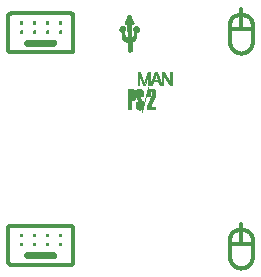
<source format=gbr>
%TF.GenerationSoftware,KiCad,Pcbnew,(6.0.6)*%
%TF.CreationDate,2022-08-24T09:27:37+01:00*%
%TF.ProjectId,frontcase,66726f6e-7463-4617-9365-2e6b69636164,rev?*%
%TF.SameCoordinates,Original*%
%TF.FileFunction,Legend,Top*%
%TF.FilePolarity,Positive*%
%FSLAX46Y46*%
G04 Gerber Fmt 4.6, Leading zero omitted, Abs format (unit mm)*
G04 Created by KiCad (PCBNEW (6.0.6)) date 2022-08-24 09:27:37*
%MOMM*%
%LPD*%
G01*
G04 APERTURE LIST*
%ADD10C,0.333132*%
%ADD11C,0.320000*%
%ADD12C,0.080000*%
%ADD13C,0.003000*%
%ADD14C,0.030000*%
G04 APERTURE END LIST*
D10*
X135393669Y-106969990D02*
X135388079Y-106969565D01*
D11*
X153155926Y-86530396D02*
X153193484Y-86523724D01*
X139096994Y-104338432D02*
X139107223Y-104341892D01*
D10*
X135388079Y-106750568D02*
X135393669Y-106750143D01*
D11*
X133761692Y-89515958D02*
X133758231Y-89505730D01*
X133934943Y-104331071D02*
X133945960Y-104329671D01*
D10*
X135311133Y-106925921D02*
X135308064Y-106921606D01*
D11*
X139241770Y-107475863D02*
X139238309Y-107486091D01*
X139247194Y-107454767D02*
X139244736Y-107465417D01*
D10*
X135351615Y-106959280D02*
X135346869Y-106956849D01*
D11*
X153954252Y-89635490D02*
X153913215Y-89656452D01*
X133780203Y-89554416D02*
X133774903Y-89545198D01*
X153193484Y-86523724D02*
X153231664Y-86518901D01*
X152552441Y-87198123D02*
X152557264Y-87159943D01*
X154391842Y-105178901D02*
X154405434Y-105213496D01*
X153172197Y-89692447D02*
X153128954Y-89675458D01*
D10*
X137688867Y-88824079D02*
X137691936Y-88828395D01*
X137606331Y-106969990D02*
X137600667Y-106970133D01*
D11*
X139247194Y-89484634D02*
X139244736Y-89495284D01*
X139244736Y-89495284D02*
X139241770Y-89505730D01*
D10*
X137682140Y-88963940D02*
X137678496Y-88967762D01*
D11*
X152824982Y-104887953D02*
X152853718Y-104865394D01*
D10*
X135294215Y-106827336D02*
X135295945Y-106822222D01*
D11*
X133765633Y-107496088D02*
X133761692Y-107486091D01*
X133863539Y-107603967D02*
X133854320Y-107598666D01*
D12*
G36*
X134854664Y-105759545D02*
G01*
X134860254Y-105759970D01*
X134865762Y-105760670D01*
X134871182Y-105761638D01*
X134876507Y-105762867D01*
X134881730Y-105764350D01*
X134886844Y-105766080D01*
X134891843Y-105768051D01*
X134896718Y-105770255D01*
X134901464Y-105772686D01*
X134906073Y-105775336D01*
X134910539Y-105778199D01*
X134914854Y-105781268D01*
X134919012Y-105784535D01*
X134923006Y-105787995D01*
X134926829Y-105791639D01*
X134930473Y-105795462D01*
X134933933Y-105799455D01*
X134937200Y-105803613D01*
X134940269Y-105807929D01*
X134943132Y-105812395D01*
X134945782Y-105817004D01*
X134948213Y-105821750D01*
X134950417Y-105826625D01*
X134952388Y-105831623D01*
X134954118Y-105836738D01*
X134955601Y-105841961D01*
X134956830Y-105847286D01*
X134957798Y-105852706D01*
X134958498Y-105858214D01*
X134958923Y-105863804D01*
X134959066Y-105869468D01*
X134958923Y-105875132D01*
X134958498Y-105880722D01*
X134957798Y-105886230D01*
X134956830Y-105891650D01*
X134955601Y-105896975D01*
X134954118Y-105902198D01*
X134952388Y-105907313D01*
X134950417Y-105912311D01*
X134948213Y-105917186D01*
X134945782Y-105921932D01*
X134943132Y-105926541D01*
X134940269Y-105931007D01*
X134937200Y-105935322D01*
X134933933Y-105939480D01*
X134930473Y-105943474D01*
X134926829Y-105947297D01*
X134923006Y-105950941D01*
X134919012Y-105954401D01*
X134914854Y-105957668D01*
X134910539Y-105960737D01*
X134906073Y-105963600D01*
X134901464Y-105966250D01*
X134896718Y-105968681D01*
X134891843Y-105970885D01*
X134886844Y-105972856D01*
X134881730Y-105974586D01*
X134876507Y-105976069D01*
X134871182Y-105977298D01*
X134865762Y-105978266D01*
X134860254Y-105978966D01*
X134854664Y-105979391D01*
X134849000Y-105979535D01*
X134843336Y-105979391D01*
X134837746Y-105978966D01*
X134832238Y-105978266D01*
X134826818Y-105977298D01*
X134821493Y-105976069D01*
X134816270Y-105974586D01*
X134811155Y-105972856D01*
X134806157Y-105970885D01*
X134801282Y-105968681D01*
X134796536Y-105966250D01*
X134791926Y-105963600D01*
X134787461Y-105960737D01*
X134783145Y-105957668D01*
X134778987Y-105954401D01*
X134774994Y-105950941D01*
X134771171Y-105947297D01*
X134767527Y-105943474D01*
X134764067Y-105939480D01*
X134760800Y-105935322D01*
X134757731Y-105931007D01*
X134754868Y-105926541D01*
X134752218Y-105921932D01*
X134749787Y-105917186D01*
X134747583Y-105912311D01*
X134745612Y-105907313D01*
X134743882Y-105902198D01*
X134742399Y-105896975D01*
X134741170Y-105891650D01*
X134740202Y-105886230D01*
X134739502Y-105880722D01*
X134739077Y-105875132D01*
X134738933Y-105869468D01*
X134739077Y-105863804D01*
X134739502Y-105858214D01*
X134740202Y-105852706D01*
X134741170Y-105847286D01*
X134742399Y-105841961D01*
X134743882Y-105836738D01*
X134745612Y-105831623D01*
X134747583Y-105826625D01*
X134749787Y-105821750D01*
X134752218Y-105817004D01*
X134754868Y-105812395D01*
X134757731Y-105807929D01*
X134760800Y-105803613D01*
X134764067Y-105799455D01*
X134767527Y-105795462D01*
X134771171Y-105791639D01*
X134774994Y-105787995D01*
X134778987Y-105784535D01*
X134783145Y-105781268D01*
X134787461Y-105778199D01*
X134791926Y-105775336D01*
X134796536Y-105772686D01*
X134801282Y-105770255D01*
X134806157Y-105768051D01*
X134811155Y-105766080D01*
X134816270Y-105764350D01*
X134821493Y-105762867D01*
X134826818Y-105761638D01*
X134832238Y-105760670D01*
X134837746Y-105759970D01*
X134843336Y-105759545D01*
X134849000Y-105759401D01*
X134854664Y-105759545D01*
G37*
X134854664Y-105759545D02*
X134860254Y-105759970D01*
X134865762Y-105760670D01*
X134871182Y-105761638D01*
X134876507Y-105762867D01*
X134881730Y-105764350D01*
X134886844Y-105766080D01*
X134891843Y-105768051D01*
X134896718Y-105770255D01*
X134901464Y-105772686D01*
X134906073Y-105775336D01*
X134910539Y-105778199D01*
X134914854Y-105781268D01*
X134919012Y-105784535D01*
X134923006Y-105787995D01*
X134926829Y-105791639D01*
X134930473Y-105795462D01*
X134933933Y-105799455D01*
X134937200Y-105803613D01*
X134940269Y-105807929D01*
X134943132Y-105812395D01*
X134945782Y-105817004D01*
X134948213Y-105821750D01*
X134950417Y-105826625D01*
X134952388Y-105831623D01*
X134954118Y-105836738D01*
X134955601Y-105841961D01*
X134956830Y-105847286D01*
X134957798Y-105852706D01*
X134958498Y-105858214D01*
X134958923Y-105863804D01*
X134959066Y-105869468D01*
X134958923Y-105875132D01*
X134958498Y-105880722D01*
X134957798Y-105886230D01*
X134956830Y-105891650D01*
X134955601Y-105896975D01*
X134954118Y-105902198D01*
X134952388Y-105907313D01*
X134950417Y-105912311D01*
X134948213Y-105917186D01*
X134945782Y-105921932D01*
X134943132Y-105926541D01*
X134940269Y-105931007D01*
X134937200Y-105935322D01*
X134933933Y-105939480D01*
X134930473Y-105943474D01*
X134926829Y-105947297D01*
X134923006Y-105950941D01*
X134919012Y-105954401D01*
X134914854Y-105957668D01*
X134910539Y-105960737D01*
X134906073Y-105963600D01*
X134901464Y-105966250D01*
X134896718Y-105968681D01*
X134891843Y-105970885D01*
X134886844Y-105972856D01*
X134881730Y-105974586D01*
X134876507Y-105976069D01*
X134871182Y-105977298D01*
X134865762Y-105978266D01*
X134860254Y-105978966D01*
X134854664Y-105979391D01*
X134849000Y-105979535D01*
X134843336Y-105979391D01*
X134837746Y-105978966D01*
X134832238Y-105978266D01*
X134826818Y-105977298D01*
X134821493Y-105976069D01*
X134816270Y-105974586D01*
X134811155Y-105972856D01*
X134806157Y-105970885D01*
X134801282Y-105968681D01*
X134796536Y-105966250D01*
X134791926Y-105963600D01*
X134787461Y-105960737D01*
X134783145Y-105957668D01*
X134778987Y-105954401D01*
X134774994Y-105950941D01*
X134771171Y-105947297D01*
X134767527Y-105943474D01*
X134764067Y-105939480D01*
X134760800Y-105935322D01*
X134757731Y-105931007D01*
X134754868Y-105926541D01*
X134752218Y-105921932D01*
X134749787Y-105917186D01*
X134747583Y-105912311D01*
X134745612Y-105907313D01*
X134743882Y-105902198D01*
X134742399Y-105896975D01*
X134741170Y-105891650D01*
X134740202Y-105886230D01*
X134739502Y-105880722D01*
X134739077Y-105875132D01*
X134738933Y-105869468D01*
X134739077Y-105863804D01*
X134739502Y-105858214D01*
X134740202Y-105852706D01*
X134741170Y-105847286D01*
X134742399Y-105841961D01*
X134743882Y-105836738D01*
X134745612Y-105831623D01*
X134747583Y-105826625D01*
X134749787Y-105821750D01*
X134752218Y-105817004D01*
X134754868Y-105812395D01*
X134757731Y-105807929D01*
X134760800Y-105803613D01*
X134764067Y-105799455D01*
X134767527Y-105795462D01*
X134771171Y-105791639D01*
X134774994Y-105787995D01*
X134778987Y-105784535D01*
X134783145Y-105781268D01*
X134787461Y-105778199D01*
X134791926Y-105775336D01*
X134796536Y-105772686D01*
X134801282Y-105770255D01*
X134806157Y-105768051D01*
X134811155Y-105766080D01*
X134816270Y-105764350D01*
X134821493Y-105762867D01*
X134826818Y-105761638D01*
X134832238Y-105760670D01*
X134837746Y-105759970D01*
X134843336Y-105759545D01*
X134849000Y-105759401D01*
X134854664Y-105759545D01*
D11*
X154254192Y-104963420D02*
X154278081Y-104991015D01*
X139187191Y-104393010D02*
X139194480Y-104400655D01*
X133785929Y-89563348D02*
X133780203Y-89554416D01*
D10*
X135317860Y-88815928D02*
X135321504Y-88812105D01*
D11*
X154417366Y-105248901D02*
X154427592Y-105285071D01*
D10*
X135321504Y-88967762D02*
X135317860Y-88963940D01*
D11*
X139251380Y-86567207D02*
X139251667Y-86578535D01*
X133749471Y-89462777D02*
X133748620Y-89451597D01*
X152770980Y-104937013D02*
X152797387Y-104911842D01*
X139179546Y-86415588D02*
X139187191Y-86422877D01*
X153783545Y-89707363D02*
X153738333Y-89720146D01*
D10*
X135297916Y-88932777D02*
X135295945Y-88927778D01*
D11*
X139219797Y-89554416D02*
X139214071Y-89563348D01*
X154262930Y-89368508D02*
X154234731Y-89404429D01*
D10*
X137710733Y-88889934D02*
X137710733Y-88889934D01*
D11*
X152559449Y-107143375D02*
X152553419Y-107095649D01*
X154451474Y-88798524D02*
X154450241Y-88847630D01*
X133836758Y-104372267D02*
X133845389Y-104366130D01*
D10*
X137678496Y-88812105D02*
X137682140Y-88815928D01*
X135333479Y-106948267D02*
X135329321Y-106944999D01*
X135289267Y-88889934D02*
X135289267Y-88889934D01*
X137709465Y-88906696D02*
X137708497Y-88912116D01*
X137633397Y-106965185D02*
X137628174Y-106966668D01*
D11*
X139031533Y-89660402D02*
X139031533Y-89660402D01*
X153994099Y-107812204D02*
X153954252Y-107835063D01*
X139096994Y-86368299D02*
X139107223Y-86371759D01*
X133873030Y-89638695D02*
X133863539Y-89633834D01*
D10*
X137622849Y-106752236D02*
X137628174Y-106753465D01*
D12*
G36*
X135955333Y-87018945D02*
G01*
X135960922Y-87019370D01*
X135966431Y-87020070D01*
X135971851Y-87021038D01*
X135977176Y-87022267D01*
X135982399Y-87023750D01*
X135987513Y-87025480D01*
X135992512Y-87027451D01*
X135997387Y-87029655D01*
X136002133Y-87032086D01*
X136006742Y-87034736D01*
X136011208Y-87037599D01*
X136015523Y-87040668D01*
X136019681Y-87043935D01*
X136023675Y-87047395D01*
X136027498Y-87051039D01*
X136031142Y-87054862D01*
X136034601Y-87058856D01*
X136037869Y-87063014D01*
X136040938Y-87067329D01*
X136043801Y-87071795D01*
X136046451Y-87076404D01*
X136048882Y-87081150D01*
X136051086Y-87086025D01*
X136053057Y-87091024D01*
X136054787Y-87096138D01*
X136056270Y-87101361D01*
X136057499Y-87106686D01*
X136058467Y-87112106D01*
X136059167Y-87117614D01*
X136059592Y-87123204D01*
X136059735Y-87128868D01*
X136059592Y-87134532D01*
X136059167Y-87140122D01*
X136058467Y-87145630D01*
X136057499Y-87151050D01*
X136056270Y-87156375D01*
X136054787Y-87161598D01*
X136053057Y-87166713D01*
X136051086Y-87171711D01*
X136048882Y-87176586D01*
X136046451Y-87181332D01*
X136043801Y-87185942D01*
X136040938Y-87190407D01*
X136037869Y-87194723D01*
X136034601Y-87198881D01*
X136031142Y-87202874D01*
X136027498Y-87206697D01*
X136023675Y-87210341D01*
X136019681Y-87213801D01*
X136015523Y-87217068D01*
X136011208Y-87220137D01*
X136006742Y-87223000D01*
X136002133Y-87225650D01*
X135997387Y-87228081D01*
X135992512Y-87230285D01*
X135987513Y-87232256D01*
X135982399Y-87233986D01*
X135977176Y-87235469D01*
X135971851Y-87236698D01*
X135966431Y-87237666D01*
X135960922Y-87238366D01*
X135955333Y-87238791D01*
X135949669Y-87238935D01*
X135944005Y-87238791D01*
X135938415Y-87238366D01*
X135932907Y-87237666D01*
X135927487Y-87236698D01*
X135922162Y-87235469D01*
X135916938Y-87233986D01*
X135911824Y-87232256D01*
X135906826Y-87230285D01*
X135901950Y-87228081D01*
X135897205Y-87225650D01*
X135892595Y-87223000D01*
X135888130Y-87220137D01*
X135883814Y-87217068D01*
X135879656Y-87213801D01*
X135875663Y-87210341D01*
X135871840Y-87206697D01*
X135868196Y-87202874D01*
X135864736Y-87198881D01*
X135861469Y-87194723D01*
X135858400Y-87190407D01*
X135855537Y-87185942D01*
X135852887Y-87181332D01*
X135850456Y-87176586D01*
X135848252Y-87171711D01*
X135846281Y-87166713D01*
X135844551Y-87161598D01*
X135843068Y-87156375D01*
X135841838Y-87151050D01*
X135840871Y-87145630D01*
X135840171Y-87140122D01*
X135839746Y-87134532D01*
X135839602Y-87128868D01*
X135839746Y-87123204D01*
X135840171Y-87117614D01*
X135840871Y-87112106D01*
X135841838Y-87106686D01*
X135843068Y-87101361D01*
X135844551Y-87096138D01*
X135846281Y-87091024D01*
X135848252Y-87086025D01*
X135850456Y-87081150D01*
X135852887Y-87076404D01*
X135855537Y-87071795D01*
X135858400Y-87067329D01*
X135861469Y-87063014D01*
X135864736Y-87058856D01*
X135868196Y-87054862D01*
X135871840Y-87051039D01*
X135875663Y-87047395D01*
X135879656Y-87043935D01*
X135883814Y-87040668D01*
X135888130Y-87037599D01*
X135892595Y-87034736D01*
X135897205Y-87032086D01*
X135901950Y-87029655D01*
X135906826Y-87027451D01*
X135911824Y-87025480D01*
X135916938Y-87023750D01*
X135922162Y-87022267D01*
X135927487Y-87021038D01*
X135932907Y-87020070D01*
X135938415Y-87019370D01*
X135944005Y-87018945D01*
X135949669Y-87018802D01*
X135955333Y-87018945D01*
G37*
X135955333Y-87018945D02*
X135960922Y-87019370D01*
X135966431Y-87020070D01*
X135971851Y-87021038D01*
X135977176Y-87022267D01*
X135982399Y-87023750D01*
X135987513Y-87025480D01*
X135992512Y-87027451D01*
X135997387Y-87029655D01*
X136002133Y-87032086D01*
X136006742Y-87034736D01*
X136011208Y-87037599D01*
X136015523Y-87040668D01*
X136019681Y-87043935D01*
X136023675Y-87047395D01*
X136027498Y-87051039D01*
X136031142Y-87054862D01*
X136034601Y-87058856D01*
X136037869Y-87063014D01*
X136040938Y-87067329D01*
X136043801Y-87071795D01*
X136046451Y-87076404D01*
X136048882Y-87081150D01*
X136051086Y-87086025D01*
X136053057Y-87091024D01*
X136054787Y-87096138D01*
X136056270Y-87101361D01*
X136057499Y-87106686D01*
X136058467Y-87112106D01*
X136059167Y-87117614D01*
X136059592Y-87123204D01*
X136059735Y-87128868D01*
X136059592Y-87134532D01*
X136059167Y-87140122D01*
X136058467Y-87145630D01*
X136057499Y-87151050D01*
X136056270Y-87156375D01*
X136054787Y-87161598D01*
X136053057Y-87166713D01*
X136051086Y-87171711D01*
X136048882Y-87176586D01*
X136046451Y-87181332D01*
X136043801Y-87185942D01*
X136040938Y-87190407D01*
X136037869Y-87194723D01*
X136034601Y-87198881D01*
X136031142Y-87202874D01*
X136027498Y-87206697D01*
X136023675Y-87210341D01*
X136019681Y-87213801D01*
X136015523Y-87217068D01*
X136011208Y-87220137D01*
X136006742Y-87223000D01*
X136002133Y-87225650D01*
X135997387Y-87228081D01*
X135992512Y-87230285D01*
X135987513Y-87232256D01*
X135982399Y-87233986D01*
X135977176Y-87235469D01*
X135971851Y-87236698D01*
X135966431Y-87237666D01*
X135960922Y-87238366D01*
X135955333Y-87238791D01*
X135949669Y-87238935D01*
X135944005Y-87238791D01*
X135938415Y-87238366D01*
X135932907Y-87237666D01*
X135927487Y-87236698D01*
X135922162Y-87235469D01*
X135916938Y-87233986D01*
X135911824Y-87232256D01*
X135906826Y-87230285D01*
X135901950Y-87228081D01*
X135897205Y-87225650D01*
X135892595Y-87223000D01*
X135888130Y-87220137D01*
X135883814Y-87217068D01*
X135879656Y-87213801D01*
X135875663Y-87210341D01*
X135871840Y-87206697D01*
X135868196Y-87202874D01*
X135864736Y-87198881D01*
X135861469Y-87194723D01*
X135858400Y-87190407D01*
X135855537Y-87185942D01*
X135852887Y-87181332D01*
X135850456Y-87176586D01*
X135848252Y-87171711D01*
X135846281Y-87166713D01*
X135844551Y-87161598D01*
X135843068Y-87156375D01*
X135841838Y-87151050D01*
X135840871Y-87145630D01*
X135840171Y-87140122D01*
X135839746Y-87134532D01*
X135839602Y-87128868D01*
X135839746Y-87123204D01*
X135840171Y-87117614D01*
X135840871Y-87112106D01*
X135841838Y-87106686D01*
X135843068Y-87101361D01*
X135844551Y-87096138D01*
X135846281Y-87091024D01*
X135848252Y-87086025D01*
X135850456Y-87081150D01*
X135852887Y-87076404D01*
X135855537Y-87071795D01*
X135858400Y-87067329D01*
X135861469Y-87063014D01*
X135864736Y-87058856D01*
X135868196Y-87054862D01*
X135871840Y-87051039D01*
X135875663Y-87047395D01*
X135879656Y-87043935D01*
X135883814Y-87040668D01*
X135888130Y-87037599D01*
X135892595Y-87034736D01*
X135897205Y-87032086D01*
X135901950Y-87029655D01*
X135906826Y-87027451D01*
X135911824Y-87025480D01*
X135916938Y-87023750D01*
X135922162Y-87022267D01*
X135927487Y-87021038D01*
X135932907Y-87020070D01*
X135938415Y-87019370D01*
X135944005Y-87018945D01*
X135949669Y-87018802D01*
X135955333Y-87018945D01*
D10*
X135294215Y-88922664D02*
X135292732Y-88917441D01*
D11*
X139171558Y-107580268D02*
X139163242Y-107586803D01*
X152623067Y-107369143D02*
X152606077Y-107325900D01*
X153500000Y-89750000D02*
X153500000Y-89750000D01*
D12*
G36*
X134854664Y-87789412D02*
G01*
X134860254Y-87789837D01*
X134865762Y-87790537D01*
X134871182Y-87791505D01*
X134876507Y-87792734D01*
X134881730Y-87794217D01*
X134886844Y-87795947D01*
X134891843Y-87797918D01*
X134896718Y-87800122D01*
X134901464Y-87802553D01*
X134906073Y-87805203D01*
X134910539Y-87808066D01*
X134914854Y-87811135D01*
X134919012Y-87814402D01*
X134923006Y-87817862D01*
X134926829Y-87821506D01*
X134930473Y-87825329D01*
X134933933Y-87829322D01*
X134937200Y-87833480D01*
X134940269Y-87837796D01*
X134943132Y-87842262D01*
X134945782Y-87846871D01*
X134948213Y-87851617D01*
X134950417Y-87856492D01*
X134952388Y-87861490D01*
X134954118Y-87866605D01*
X134955601Y-87871828D01*
X134956830Y-87877153D01*
X134957798Y-87882573D01*
X134958498Y-87888081D01*
X134958923Y-87893671D01*
X134959066Y-87899335D01*
X134958923Y-87904999D01*
X134958498Y-87910589D01*
X134957798Y-87916097D01*
X134956830Y-87921517D01*
X134955601Y-87926842D01*
X134954118Y-87932065D01*
X134952388Y-87937180D01*
X134950417Y-87942178D01*
X134948213Y-87947053D01*
X134945782Y-87951799D01*
X134943132Y-87956408D01*
X134940269Y-87960874D01*
X134937200Y-87965189D01*
X134933933Y-87969347D01*
X134930473Y-87973341D01*
X134926829Y-87977164D01*
X134923006Y-87980808D01*
X134919012Y-87984268D01*
X134914854Y-87987535D01*
X134910539Y-87990604D01*
X134906073Y-87993467D01*
X134901464Y-87996117D01*
X134896718Y-87998548D01*
X134891843Y-88000752D01*
X134886844Y-88002723D01*
X134881730Y-88004453D01*
X134876507Y-88005936D01*
X134871182Y-88007165D01*
X134865762Y-88008133D01*
X134860254Y-88008833D01*
X134854664Y-88009258D01*
X134849000Y-88009402D01*
X134843336Y-88009258D01*
X134837746Y-88008833D01*
X134832238Y-88008133D01*
X134826818Y-88007165D01*
X134821493Y-88005936D01*
X134816270Y-88004453D01*
X134811155Y-88002723D01*
X134806157Y-88000752D01*
X134801282Y-87998548D01*
X134796536Y-87996117D01*
X134791926Y-87993467D01*
X134787461Y-87990604D01*
X134783145Y-87987535D01*
X134778987Y-87984268D01*
X134774994Y-87980808D01*
X134771171Y-87977164D01*
X134767527Y-87973341D01*
X134764067Y-87969347D01*
X134760800Y-87965189D01*
X134757731Y-87960874D01*
X134754868Y-87956408D01*
X134752218Y-87951799D01*
X134749787Y-87947053D01*
X134747583Y-87942178D01*
X134745612Y-87937180D01*
X134743882Y-87932065D01*
X134742399Y-87926842D01*
X134741170Y-87921517D01*
X134740202Y-87916097D01*
X134739502Y-87910589D01*
X134739077Y-87904999D01*
X134738933Y-87899335D01*
X134739077Y-87893671D01*
X134739502Y-87888081D01*
X134740202Y-87882573D01*
X134741170Y-87877153D01*
X134742399Y-87871828D01*
X134743882Y-87866605D01*
X134745612Y-87861490D01*
X134747583Y-87856492D01*
X134749787Y-87851617D01*
X134752218Y-87846871D01*
X134754868Y-87842262D01*
X134757731Y-87837796D01*
X134760800Y-87833480D01*
X134764067Y-87829322D01*
X134767527Y-87825329D01*
X134771171Y-87821506D01*
X134774994Y-87817862D01*
X134778987Y-87814402D01*
X134783145Y-87811135D01*
X134787461Y-87808066D01*
X134791926Y-87805203D01*
X134796536Y-87802553D01*
X134801282Y-87800122D01*
X134806157Y-87797918D01*
X134811155Y-87795947D01*
X134816270Y-87794217D01*
X134821493Y-87792734D01*
X134826818Y-87791505D01*
X134832238Y-87790537D01*
X134837746Y-87789837D01*
X134843336Y-87789412D01*
X134849000Y-87789268D01*
X134854664Y-87789412D01*
G37*
X134854664Y-87789412D02*
X134860254Y-87789837D01*
X134865762Y-87790537D01*
X134871182Y-87791505D01*
X134876507Y-87792734D01*
X134881730Y-87794217D01*
X134886844Y-87795947D01*
X134891843Y-87797918D01*
X134896718Y-87800122D01*
X134901464Y-87802553D01*
X134906073Y-87805203D01*
X134910539Y-87808066D01*
X134914854Y-87811135D01*
X134919012Y-87814402D01*
X134923006Y-87817862D01*
X134926829Y-87821506D01*
X134930473Y-87825329D01*
X134933933Y-87829322D01*
X134937200Y-87833480D01*
X134940269Y-87837796D01*
X134943132Y-87842262D01*
X134945782Y-87846871D01*
X134948213Y-87851617D01*
X134950417Y-87856492D01*
X134952388Y-87861490D01*
X134954118Y-87866605D01*
X134955601Y-87871828D01*
X134956830Y-87877153D01*
X134957798Y-87882573D01*
X134958498Y-87888081D01*
X134958923Y-87893671D01*
X134959066Y-87899335D01*
X134958923Y-87904999D01*
X134958498Y-87910589D01*
X134957798Y-87916097D01*
X134956830Y-87921517D01*
X134955601Y-87926842D01*
X134954118Y-87932065D01*
X134952388Y-87937180D01*
X134950417Y-87942178D01*
X134948213Y-87947053D01*
X134945782Y-87951799D01*
X134943132Y-87956408D01*
X134940269Y-87960874D01*
X134937200Y-87965189D01*
X134933933Y-87969347D01*
X134930473Y-87973341D01*
X134926829Y-87977164D01*
X134923006Y-87980808D01*
X134919012Y-87984268D01*
X134914854Y-87987535D01*
X134910539Y-87990604D01*
X134906073Y-87993467D01*
X134901464Y-87996117D01*
X134896718Y-87998548D01*
X134891843Y-88000752D01*
X134886844Y-88002723D01*
X134881730Y-88004453D01*
X134876507Y-88005936D01*
X134871182Y-88007165D01*
X134865762Y-88008133D01*
X134860254Y-88008833D01*
X134854664Y-88009258D01*
X134849000Y-88009402D01*
X134843336Y-88009258D01*
X134837746Y-88008833D01*
X134832238Y-88008133D01*
X134826818Y-88007165D01*
X134821493Y-88005936D01*
X134816270Y-88004453D01*
X134811155Y-88002723D01*
X134806157Y-88000752D01*
X134801282Y-87998548D01*
X134796536Y-87996117D01*
X134791926Y-87993467D01*
X134787461Y-87990604D01*
X134783145Y-87987535D01*
X134778987Y-87984268D01*
X134774994Y-87980808D01*
X134771171Y-87977164D01*
X134767527Y-87973341D01*
X134764067Y-87969347D01*
X134760800Y-87965189D01*
X134757731Y-87960874D01*
X134754868Y-87956408D01*
X134752218Y-87951799D01*
X134749787Y-87947053D01*
X134747583Y-87942178D01*
X134745612Y-87937180D01*
X134743882Y-87932065D01*
X134742399Y-87926842D01*
X134741170Y-87921517D01*
X134740202Y-87916097D01*
X134739502Y-87910589D01*
X134739077Y-87904999D01*
X134738933Y-87899335D01*
X134739077Y-87893671D01*
X134739502Y-87888081D01*
X134740202Y-87882573D01*
X134741170Y-87877153D01*
X134742399Y-87871828D01*
X134743882Y-87866605D01*
X134745612Y-87861490D01*
X134747583Y-87856492D01*
X134749787Y-87851617D01*
X134752218Y-87846871D01*
X134754868Y-87842262D01*
X134757731Y-87837796D01*
X134760800Y-87833480D01*
X134764067Y-87829322D01*
X134767527Y-87825329D01*
X134771171Y-87821506D01*
X134774994Y-87817862D01*
X134778987Y-87814402D01*
X134783145Y-87811135D01*
X134787461Y-87808066D01*
X134791926Y-87805203D01*
X134796536Y-87802553D01*
X134801282Y-87800122D01*
X134806157Y-87797918D01*
X134811155Y-87795947D01*
X134816270Y-87794217D01*
X134821493Y-87792734D01*
X134826818Y-87791505D01*
X134832238Y-87790537D01*
X134837746Y-87789837D01*
X134843336Y-87789412D01*
X134849000Y-87789268D01*
X134854664Y-87789412D01*
D10*
X137710165Y-88901187D02*
X137709465Y-88906696D01*
D11*
X152608159Y-86979328D02*
X152623363Y-86945593D01*
D10*
X135337794Y-88798665D02*
X135342260Y-88795802D01*
D11*
X139251380Y-107421730D02*
X139250530Y-107432910D01*
X133968467Y-107630535D02*
X133957139Y-107630249D01*
X139250530Y-86556028D02*
X139251380Y-86567207D01*
X133780203Y-107524549D02*
X133774903Y-107515331D01*
D10*
X137657740Y-88984066D02*
X137653131Y-88986716D01*
X135292732Y-88917441D02*
X135291503Y-88912116D01*
D11*
X133798602Y-104408643D02*
X133805521Y-104400655D01*
X139031533Y-107630535D02*
X139031533Y-107630535D01*
X153987132Y-104774192D02*
X154020868Y-104789396D01*
X133820455Y-86415588D02*
X133828442Y-86408670D01*
X152853718Y-104865394D02*
X152883549Y-104844211D01*
X139075898Y-89655930D02*
X139065058Y-89657866D01*
X152594567Y-87013923D02*
X152608159Y-86979328D01*
D10*
X135297916Y-106902910D02*
X135295945Y-106897911D01*
D11*
X154140397Y-107702968D02*
X154105904Y-107732829D01*
X152582634Y-87049328D02*
X152594567Y-87013923D01*
D10*
X135388079Y-88999432D02*
X135382571Y-88998732D01*
X135321504Y-106937895D02*
X135317860Y-106934073D01*
X137691936Y-106921606D02*
X137688867Y-106925921D01*
X135351615Y-88989147D02*
X135346869Y-88986716D01*
D11*
X154053698Y-86606592D02*
X154085575Y-86624880D01*
X139249130Y-104515144D02*
X139250530Y-104526161D01*
X153645277Y-89739076D02*
X153597551Y-89745105D01*
D10*
X135342260Y-106765935D02*
X135346869Y-106763285D01*
D11*
X152623363Y-86945593D02*
X152640133Y-86912763D01*
X133903006Y-107620639D02*
X133892778Y-107617178D01*
X154432211Y-107190321D02*
X154421620Y-107236430D01*
X133903006Y-104338432D02*
X133913452Y-104335465D01*
X153500000Y-89750000D02*
X153450893Y-89748766D01*
X152699361Y-86820178D02*
X152721920Y-86791442D01*
D10*
X135289835Y-88901187D02*
X135289410Y-88895598D01*
X135333479Y-88801734D02*
X135337794Y-88798665D01*
X135305201Y-88832860D02*
X135308064Y-88828395D01*
D11*
X154436065Y-105321959D02*
X154442736Y-105359516D01*
X133755264Y-89495284D02*
X133752806Y-89484634D01*
X133913452Y-107623605D02*
X133903006Y-107620639D01*
X154229021Y-104937013D02*
X154254192Y-104963420D01*
D10*
X137648385Y-106959280D02*
X137643510Y-106961484D01*
D11*
X133755264Y-104493653D02*
X133758231Y-104483207D01*
D10*
X137708497Y-106837885D02*
X137709465Y-106843305D01*
X137704054Y-106822222D02*
X137705785Y-106827336D01*
D11*
X153768337Y-86518901D02*
X153806517Y-86523724D01*
X152548525Y-106998097D02*
X152548525Y-105475738D01*
X139251667Y-89440269D02*
X139251380Y-89451597D01*
X154175019Y-104887953D02*
X154202614Y-104911842D01*
X153768337Y-104718474D02*
X153806517Y-104723297D01*
X152946304Y-104806165D02*
X152979134Y-104789396D01*
X152553419Y-88896076D02*
X152549758Y-88847631D01*
X153806517Y-86523724D02*
X153844074Y-86530396D01*
D10*
X135308064Y-88951473D02*
X135305201Y-88947007D01*
D11*
X139251380Y-89451597D02*
X139250530Y-89462777D01*
D10*
X135295945Y-88852089D02*
X135297916Y-88847091D01*
D11*
X153597551Y-107944678D02*
X153549106Y-107948339D01*
D10*
X135333479Y-106771867D02*
X135337794Y-106768798D01*
D11*
X139065058Y-89657866D02*
X139054041Y-89659266D01*
D10*
X137638511Y-106756679D02*
X137643510Y-106758650D01*
D11*
X133752806Y-104504303D02*
X133755264Y-104493653D01*
X133748620Y-107421730D02*
X133748334Y-107410402D01*
X152663034Y-89252777D02*
X152642072Y-89211740D01*
D10*
X137617429Y-106968865D02*
X137611920Y-106969565D01*
X137633397Y-88784816D02*
X137638511Y-88786546D01*
D11*
X133748334Y-107410402D02*
X133748334Y-107410402D01*
X152557264Y-87159943D02*
X152563936Y-87122386D01*
X133854320Y-89628533D02*
X133845389Y-89622807D01*
X133748620Y-104537340D02*
X133749471Y-104526161D01*
X133785929Y-107533481D02*
X133780203Y-107524549D01*
D10*
X137648385Y-88989147D02*
X137643510Y-88991351D01*
D11*
X152559449Y-88943802D02*
X152553419Y-88896076D01*
X139251667Y-86578535D02*
X139251667Y-86578535D01*
D10*
X137710165Y-106871320D02*
X137709465Y-106876829D01*
X137699880Y-88842215D02*
X137702084Y-88847091D01*
X137657740Y-106765935D02*
X137662206Y-106768798D01*
D11*
X154376932Y-107369143D02*
X154357927Y-107411312D01*
D10*
X137674673Y-106778594D02*
X137678496Y-106782238D01*
D11*
X154357927Y-107411312D02*
X154336965Y-107452350D01*
D12*
G36*
X138156665Y-105759545D02*
G01*
X138162255Y-105759970D01*
X138167763Y-105760670D01*
X138173183Y-105761638D01*
X138178509Y-105762867D01*
X138183732Y-105764350D01*
X138188846Y-105766080D01*
X138193844Y-105768051D01*
X138198720Y-105770255D01*
X138203465Y-105772686D01*
X138208075Y-105775336D01*
X138212540Y-105778199D01*
X138216856Y-105781268D01*
X138221014Y-105784535D01*
X138225007Y-105787995D01*
X138228830Y-105791639D01*
X138232474Y-105795462D01*
X138235934Y-105799455D01*
X138239201Y-105803613D01*
X138242270Y-105807929D01*
X138245133Y-105812395D01*
X138247783Y-105817004D01*
X138250214Y-105821750D01*
X138252418Y-105826625D01*
X138254389Y-105831623D01*
X138256119Y-105836738D01*
X138257603Y-105841961D01*
X138258832Y-105847286D01*
X138259800Y-105852706D01*
X138260499Y-105858214D01*
X138260925Y-105863804D01*
X138261068Y-105869468D01*
X138260925Y-105875132D01*
X138260499Y-105880722D01*
X138259800Y-105886230D01*
X138258832Y-105891650D01*
X138257603Y-105896975D01*
X138256119Y-105902198D01*
X138254389Y-105907313D01*
X138252418Y-105912311D01*
X138250214Y-105917186D01*
X138247783Y-105921932D01*
X138245133Y-105926541D01*
X138242270Y-105931007D01*
X138239201Y-105935322D01*
X138235934Y-105939480D01*
X138232474Y-105943474D01*
X138228830Y-105947297D01*
X138225007Y-105950941D01*
X138221014Y-105954401D01*
X138216856Y-105957668D01*
X138212540Y-105960737D01*
X138208075Y-105963600D01*
X138203465Y-105966250D01*
X138198720Y-105968681D01*
X138193844Y-105970885D01*
X138188846Y-105972856D01*
X138183732Y-105974586D01*
X138178509Y-105976069D01*
X138173183Y-105977298D01*
X138167763Y-105978266D01*
X138162255Y-105978966D01*
X138156665Y-105979391D01*
X138151001Y-105979535D01*
X138145337Y-105979391D01*
X138139748Y-105978966D01*
X138134239Y-105978266D01*
X138128819Y-105977298D01*
X138123494Y-105976069D01*
X138118271Y-105974586D01*
X138113157Y-105972856D01*
X138108158Y-105970885D01*
X138103283Y-105968681D01*
X138098537Y-105966250D01*
X138093928Y-105963600D01*
X138089462Y-105960737D01*
X138085147Y-105957668D01*
X138080989Y-105954401D01*
X138076995Y-105950941D01*
X138073172Y-105947297D01*
X138069528Y-105943474D01*
X138066069Y-105939480D01*
X138062801Y-105935322D01*
X138059732Y-105931007D01*
X138056869Y-105926541D01*
X138054219Y-105921932D01*
X138051788Y-105917186D01*
X138049584Y-105912311D01*
X138047614Y-105907313D01*
X138045883Y-105902198D01*
X138044400Y-105896975D01*
X138043171Y-105891650D01*
X138042203Y-105886230D01*
X138041503Y-105880722D01*
X138041078Y-105875132D01*
X138040935Y-105869468D01*
X138041078Y-105863804D01*
X138041503Y-105858214D01*
X138042203Y-105852706D01*
X138043171Y-105847286D01*
X138044400Y-105841961D01*
X138045883Y-105836738D01*
X138047614Y-105831623D01*
X138049584Y-105826625D01*
X138051788Y-105821750D01*
X138054219Y-105817004D01*
X138056869Y-105812395D01*
X138059732Y-105807929D01*
X138062801Y-105803613D01*
X138066069Y-105799455D01*
X138069528Y-105795462D01*
X138073172Y-105791639D01*
X138076995Y-105787995D01*
X138080989Y-105784535D01*
X138085147Y-105781268D01*
X138089462Y-105778199D01*
X138093928Y-105775336D01*
X138098537Y-105772686D01*
X138103283Y-105770255D01*
X138108158Y-105768051D01*
X138113157Y-105766080D01*
X138118271Y-105764350D01*
X138123494Y-105762867D01*
X138128819Y-105761638D01*
X138134239Y-105760670D01*
X138139748Y-105759970D01*
X138145337Y-105759545D01*
X138151001Y-105759401D01*
X138156665Y-105759545D01*
G37*
X138156665Y-105759545D02*
X138162255Y-105759970D01*
X138167763Y-105760670D01*
X138173183Y-105761638D01*
X138178509Y-105762867D01*
X138183732Y-105764350D01*
X138188846Y-105766080D01*
X138193844Y-105768051D01*
X138198720Y-105770255D01*
X138203465Y-105772686D01*
X138208075Y-105775336D01*
X138212540Y-105778199D01*
X138216856Y-105781268D01*
X138221014Y-105784535D01*
X138225007Y-105787995D01*
X138228830Y-105791639D01*
X138232474Y-105795462D01*
X138235934Y-105799455D01*
X138239201Y-105803613D01*
X138242270Y-105807929D01*
X138245133Y-105812395D01*
X138247783Y-105817004D01*
X138250214Y-105821750D01*
X138252418Y-105826625D01*
X138254389Y-105831623D01*
X138256119Y-105836738D01*
X138257603Y-105841961D01*
X138258832Y-105847286D01*
X138259800Y-105852706D01*
X138260499Y-105858214D01*
X138260925Y-105863804D01*
X138261068Y-105869468D01*
X138260925Y-105875132D01*
X138260499Y-105880722D01*
X138259800Y-105886230D01*
X138258832Y-105891650D01*
X138257603Y-105896975D01*
X138256119Y-105902198D01*
X138254389Y-105907313D01*
X138252418Y-105912311D01*
X138250214Y-105917186D01*
X138247783Y-105921932D01*
X138245133Y-105926541D01*
X138242270Y-105931007D01*
X138239201Y-105935322D01*
X138235934Y-105939480D01*
X138232474Y-105943474D01*
X138228830Y-105947297D01*
X138225007Y-105950941D01*
X138221014Y-105954401D01*
X138216856Y-105957668D01*
X138212540Y-105960737D01*
X138208075Y-105963600D01*
X138203465Y-105966250D01*
X138198720Y-105968681D01*
X138193844Y-105970885D01*
X138188846Y-105972856D01*
X138183732Y-105974586D01*
X138178509Y-105976069D01*
X138173183Y-105977298D01*
X138167763Y-105978266D01*
X138162255Y-105978966D01*
X138156665Y-105979391D01*
X138151001Y-105979535D01*
X138145337Y-105979391D01*
X138139748Y-105978966D01*
X138134239Y-105978266D01*
X138128819Y-105977298D01*
X138123494Y-105976069D01*
X138118271Y-105974586D01*
X138113157Y-105972856D01*
X138108158Y-105970885D01*
X138103283Y-105968681D01*
X138098537Y-105966250D01*
X138093928Y-105963600D01*
X138089462Y-105960737D01*
X138085147Y-105957668D01*
X138080989Y-105954401D01*
X138076995Y-105950941D01*
X138073172Y-105947297D01*
X138069528Y-105943474D01*
X138066069Y-105939480D01*
X138062801Y-105935322D01*
X138059732Y-105931007D01*
X138056869Y-105926541D01*
X138054219Y-105921932D01*
X138051788Y-105917186D01*
X138049584Y-105912311D01*
X138047614Y-105907313D01*
X138045883Y-105902198D01*
X138044400Y-105896975D01*
X138043171Y-105891650D01*
X138042203Y-105886230D01*
X138041503Y-105880722D01*
X138041078Y-105875132D01*
X138040935Y-105869468D01*
X138041078Y-105863804D01*
X138041503Y-105858214D01*
X138042203Y-105852706D01*
X138043171Y-105847286D01*
X138044400Y-105841961D01*
X138045883Y-105836738D01*
X138047614Y-105831623D01*
X138049584Y-105826625D01*
X138051788Y-105821750D01*
X138054219Y-105817004D01*
X138056869Y-105812395D01*
X138059732Y-105807929D01*
X138062801Y-105803613D01*
X138066069Y-105799455D01*
X138069528Y-105795462D01*
X138073172Y-105791639D01*
X138076995Y-105787995D01*
X138080989Y-105784535D01*
X138085147Y-105781268D01*
X138089462Y-105778199D01*
X138093928Y-105775336D01*
X138098537Y-105772686D01*
X138103283Y-105770255D01*
X138108158Y-105768051D01*
X138113157Y-105766080D01*
X138118271Y-105764350D01*
X138123494Y-105762867D01*
X138128819Y-105761638D01*
X138134239Y-105760670D01*
X138139748Y-105759970D01*
X138145337Y-105759545D01*
X138151001Y-105759401D01*
X138156665Y-105759545D01*
D10*
X135371826Y-106966668D02*
X135366603Y-106965185D01*
X137633397Y-106754949D02*
X137638511Y-106756679D01*
D11*
X154020868Y-104789396D02*
X154053698Y-104806165D01*
X139179546Y-104385721D02*
X139187191Y-104393010D01*
X152710592Y-107530794D02*
X152685894Y-107492197D01*
X153549106Y-89748766D02*
X153500000Y-89750000D01*
X133805521Y-104400655D02*
X133812810Y-104393010D01*
X133913452Y-86365332D02*
X133924103Y-86362874D01*
D13*
G36*
X145594149Y-92576144D02*
G01*
X145111244Y-94693482D01*
X145069387Y-94690399D01*
X145552291Y-92573061D01*
X145594149Y-92576144D01*
G37*
X145594149Y-92576144D02*
X145111244Y-94693482D01*
X145069387Y-94690399D01*
X145552291Y-92573061D01*
X145594149Y-92576144D01*
D11*
X139214071Y-89563348D02*
X139207934Y-89571978D01*
X154391842Y-86979328D02*
X154405434Y-87013923D01*
X139031533Y-107630535D02*
X133968467Y-107630535D01*
X154359868Y-86912763D02*
X154376638Y-86945593D01*
X154393922Y-89126327D02*
X154376932Y-89169570D01*
D10*
X137611920Y-88780435D02*
X137617429Y-88781135D01*
D11*
X133882781Y-107613236D02*
X133873030Y-107608828D01*
D10*
X137622849Y-106967897D02*
X137617429Y-106968865D01*
D11*
X139201399Y-89580294D02*
X139194480Y-89588282D01*
X139075898Y-104333007D02*
X139086548Y-104335465D01*
D12*
G36*
X138156666Y-87018945D02*
G01*
X138162256Y-87019370D01*
X138167764Y-87020070D01*
X138173184Y-87021038D01*
X138178509Y-87022267D01*
X138183732Y-87023750D01*
X138188846Y-87025480D01*
X138193845Y-87027451D01*
X138198720Y-87029655D01*
X138203466Y-87032086D01*
X138208075Y-87034736D01*
X138212541Y-87037599D01*
X138216856Y-87040668D01*
X138221014Y-87043935D01*
X138225008Y-87047395D01*
X138228831Y-87051039D01*
X138232475Y-87054862D01*
X138235934Y-87058856D01*
X138239202Y-87063014D01*
X138242271Y-87067329D01*
X138245134Y-87071795D01*
X138247784Y-87076404D01*
X138250215Y-87081150D01*
X138252419Y-87086025D01*
X138254390Y-87091024D01*
X138256120Y-87096138D01*
X138257603Y-87101361D01*
X138258832Y-87106686D01*
X138259800Y-87112106D01*
X138260500Y-87117614D01*
X138260925Y-87123204D01*
X138261068Y-87128868D01*
X138260925Y-87134532D01*
X138260500Y-87140122D01*
X138259800Y-87145630D01*
X138258832Y-87151050D01*
X138257603Y-87156375D01*
X138256120Y-87161598D01*
X138254390Y-87166713D01*
X138252419Y-87171711D01*
X138250215Y-87176586D01*
X138247784Y-87181332D01*
X138245134Y-87185942D01*
X138242271Y-87190407D01*
X138239202Y-87194723D01*
X138235934Y-87198881D01*
X138232475Y-87202874D01*
X138228831Y-87206697D01*
X138225008Y-87210341D01*
X138221014Y-87213801D01*
X138216856Y-87217068D01*
X138212541Y-87220137D01*
X138208075Y-87223000D01*
X138203466Y-87225650D01*
X138198720Y-87228081D01*
X138193845Y-87230285D01*
X138188846Y-87232256D01*
X138183732Y-87233986D01*
X138178509Y-87235469D01*
X138173184Y-87236698D01*
X138167764Y-87237666D01*
X138162256Y-87238366D01*
X138156666Y-87238791D01*
X138151002Y-87238935D01*
X138145338Y-87238791D01*
X138139748Y-87238366D01*
X138134240Y-87237666D01*
X138128820Y-87236698D01*
X138123495Y-87235469D01*
X138118271Y-87233986D01*
X138113157Y-87232256D01*
X138108159Y-87230285D01*
X138103283Y-87228081D01*
X138098538Y-87225650D01*
X138093928Y-87223000D01*
X138089463Y-87220137D01*
X138085147Y-87217068D01*
X138080989Y-87213801D01*
X138076996Y-87210341D01*
X138073173Y-87206697D01*
X138069529Y-87202874D01*
X138066069Y-87198881D01*
X138062802Y-87194723D01*
X138059733Y-87190407D01*
X138056870Y-87185942D01*
X138054220Y-87181332D01*
X138051789Y-87176586D01*
X138049585Y-87171711D01*
X138047614Y-87166713D01*
X138045884Y-87161598D01*
X138044401Y-87156375D01*
X138043171Y-87151050D01*
X138042204Y-87145630D01*
X138041504Y-87140122D01*
X138041079Y-87134532D01*
X138040935Y-87128868D01*
X138041079Y-87123204D01*
X138041504Y-87117614D01*
X138042204Y-87112106D01*
X138043171Y-87106686D01*
X138044401Y-87101361D01*
X138045884Y-87096138D01*
X138047614Y-87091024D01*
X138049585Y-87086025D01*
X138051789Y-87081150D01*
X138054220Y-87076404D01*
X138056870Y-87071795D01*
X138059733Y-87067329D01*
X138062802Y-87063014D01*
X138066069Y-87058856D01*
X138069529Y-87054862D01*
X138073173Y-87051039D01*
X138076996Y-87047395D01*
X138080989Y-87043935D01*
X138085147Y-87040668D01*
X138089463Y-87037599D01*
X138093928Y-87034736D01*
X138098538Y-87032086D01*
X138103283Y-87029655D01*
X138108159Y-87027451D01*
X138113157Y-87025480D01*
X138118271Y-87023750D01*
X138123495Y-87022267D01*
X138128820Y-87021038D01*
X138134240Y-87020070D01*
X138139748Y-87019370D01*
X138145338Y-87018945D01*
X138151002Y-87018802D01*
X138156666Y-87018945D01*
G37*
X138156666Y-87018945D02*
X138162256Y-87019370D01*
X138167764Y-87020070D01*
X138173184Y-87021038D01*
X138178509Y-87022267D01*
X138183732Y-87023750D01*
X138188846Y-87025480D01*
X138193845Y-87027451D01*
X138198720Y-87029655D01*
X138203466Y-87032086D01*
X138208075Y-87034736D01*
X138212541Y-87037599D01*
X138216856Y-87040668D01*
X138221014Y-87043935D01*
X138225008Y-87047395D01*
X138228831Y-87051039D01*
X138232475Y-87054862D01*
X138235934Y-87058856D01*
X138239202Y-87063014D01*
X138242271Y-87067329D01*
X138245134Y-87071795D01*
X138247784Y-87076404D01*
X138250215Y-87081150D01*
X138252419Y-87086025D01*
X138254390Y-87091024D01*
X138256120Y-87096138D01*
X138257603Y-87101361D01*
X138258832Y-87106686D01*
X138259800Y-87112106D01*
X138260500Y-87117614D01*
X138260925Y-87123204D01*
X138261068Y-87128868D01*
X138260925Y-87134532D01*
X138260500Y-87140122D01*
X138259800Y-87145630D01*
X138258832Y-87151050D01*
X138257603Y-87156375D01*
X138256120Y-87161598D01*
X138254390Y-87166713D01*
X138252419Y-87171711D01*
X138250215Y-87176586D01*
X138247784Y-87181332D01*
X138245134Y-87185942D01*
X138242271Y-87190407D01*
X138239202Y-87194723D01*
X138235934Y-87198881D01*
X138232475Y-87202874D01*
X138228831Y-87206697D01*
X138225008Y-87210341D01*
X138221014Y-87213801D01*
X138216856Y-87217068D01*
X138212541Y-87220137D01*
X138208075Y-87223000D01*
X138203466Y-87225650D01*
X138198720Y-87228081D01*
X138193845Y-87230285D01*
X138188846Y-87232256D01*
X138183732Y-87233986D01*
X138178509Y-87235469D01*
X138173184Y-87236698D01*
X138167764Y-87237666D01*
X138162256Y-87238366D01*
X138156666Y-87238791D01*
X138151002Y-87238935D01*
X138145338Y-87238791D01*
X138139748Y-87238366D01*
X138134240Y-87237666D01*
X138128820Y-87236698D01*
X138123495Y-87235469D01*
X138118271Y-87233986D01*
X138113157Y-87232256D01*
X138108159Y-87230285D01*
X138103283Y-87228081D01*
X138098538Y-87225650D01*
X138093928Y-87223000D01*
X138089463Y-87220137D01*
X138085147Y-87217068D01*
X138080989Y-87213801D01*
X138076996Y-87210341D01*
X138073173Y-87206697D01*
X138069529Y-87202874D01*
X138066069Y-87198881D01*
X138062802Y-87194723D01*
X138059733Y-87190407D01*
X138056870Y-87185942D01*
X138054220Y-87181332D01*
X138051789Y-87176586D01*
X138049585Y-87171711D01*
X138047614Y-87166713D01*
X138045884Y-87161598D01*
X138044401Y-87156375D01*
X138043171Y-87151050D01*
X138042204Y-87145630D01*
X138041504Y-87140122D01*
X138041079Y-87134532D01*
X138040935Y-87128868D01*
X138041079Y-87123204D01*
X138041504Y-87117614D01*
X138042204Y-87112106D01*
X138043171Y-87106686D01*
X138044401Y-87101361D01*
X138045884Y-87096138D01*
X138047614Y-87091024D01*
X138049585Y-87086025D01*
X138051789Y-87081150D01*
X138054220Y-87076404D01*
X138056870Y-87071795D01*
X138059733Y-87067329D01*
X138062802Y-87063014D01*
X138066069Y-87058856D01*
X138069529Y-87054862D01*
X138073173Y-87051039D01*
X138076996Y-87047395D01*
X138080989Y-87043935D01*
X138085147Y-87040668D01*
X138089463Y-87037599D01*
X138093928Y-87034736D01*
X138098538Y-87032086D01*
X138103283Y-87029655D01*
X138108159Y-87027451D01*
X138113157Y-87025480D01*
X138118271Y-87023750D01*
X138123495Y-87022267D01*
X138128820Y-87021038D01*
X138134240Y-87020070D01*
X138139748Y-87019370D01*
X138145338Y-87018945D01*
X138151002Y-87018802D01*
X138156666Y-87018945D01*
D11*
X139163242Y-89616670D02*
X139154612Y-89622807D01*
X152606077Y-89126327D02*
X152591162Y-89082070D01*
X153729580Y-104715545D02*
X153768337Y-104718474D01*
X139126970Y-89638695D02*
X139117219Y-89643103D01*
X139065058Y-104331071D02*
X139075898Y-104333007D01*
X154341581Y-105080459D02*
X154359868Y-105112336D01*
X152642072Y-107411313D02*
X152623067Y-107369143D01*
X133882781Y-89643103D02*
X133873030Y-89638695D01*
D10*
X135308064Y-106798528D02*
X135311133Y-106794212D01*
D11*
X133968467Y-86358402D02*
X139031533Y-86358402D01*
D10*
X137622849Y-88782103D02*
X137628174Y-88783332D01*
D11*
X152979134Y-104789396D02*
X153012869Y-104774192D01*
D10*
X137710165Y-106848813D02*
X137710590Y-106854403D01*
D11*
X152663034Y-107452350D02*
X152642072Y-107411313D01*
X139251667Y-104548668D02*
X139251667Y-107410402D01*
X153500000Y-107949573D02*
X153450893Y-107948339D01*
X133752806Y-107454767D02*
X133750870Y-107443926D01*
X154442736Y-105359516D02*
X154447560Y-105397696D01*
D10*
X137707268Y-106832559D02*
X137708497Y-106837885D01*
D11*
X153193484Y-104723297D02*
X153231664Y-104718474D01*
X153119039Y-104738441D02*
X153155926Y-104729969D01*
X154314106Y-107492197D02*
X154289408Y-107530793D01*
X133752806Y-86534170D02*
X133755264Y-86523520D01*
X133934943Y-107627999D02*
X133924103Y-107626063D01*
X133945960Y-86359538D02*
X133957139Y-86358688D01*
X139136462Y-89633834D02*
X139126970Y-89638695D01*
D10*
X137697449Y-88942398D02*
X137694799Y-88947007D01*
D12*
G36*
X137056000Y-104989078D02*
G01*
X137061590Y-104989503D01*
X137067098Y-104990203D01*
X137072518Y-104991171D01*
X137077843Y-104992400D01*
X137083066Y-104993883D01*
X137088180Y-104995613D01*
X137093179Y-104997584D01*
X137098054Y-104999788D01*
X137102800Y-105002219D01*
X137107409Y-105004869D01*
X137111875Y-105007732D01*
X137116190Y-105010801D01*
X137120348Y-105014068D01*
X137124342Y-105017528D01*
X137128165Y-105021172D01*
X137131809Y-105024995D01*
X137135269Y-105028989D01*
X137138536Y-105033147D01*
X137141605Y-105037462D01*
X137144468Y-105041928D01*
X137147118Y-105046537D01*
X137149549Y-105051283D01*
X137151753Y-105056158D01*
X137153724Y-105061157D01*
X137155454Y-105066271D01*
X137156937Y-105071494D01*
X137158166Y-105076819D01*
X137159134Y-105082239D01*
X137159834Y-105087747D01*
X137160259Y-105093337D01*
X137160402Y-105099001D01*
X137160259Y-105104665D01*
X137159834Y-105110255D01*
X137159134Y-105115763D01*
X137158166Y-105121183D01*
X137156937Y-105126508D01*
X137155454Y-105131731D01*
X137153724Y-105136846D01*
X137151753Y-105141844D01*
X137149549Y-105146719D01*
X137147118Y-105151465D01*
X137144468Y-105156075D01*
X137141605Y-105160540D01*
X137138536Y-105164856D01*
X137135269Y-105169014D01*
X137131809Y-105173007D01*
X137128165Y-105176830D01*
X137124342Y-105180474D01*
X137120348Y-105183934D01*
X137116190Y-105187201D01*
X137111875Y-105190270D01*
X137107409Y-105193133D01*
X137102800Y-105195783D01*
X137098054Y-105198214D01*
X137093179Y-105200418D01*
X137088180Y-105202389D01*
X137083066Y-105204119D01*
X137077843Y-105205602D01*
X137072518Y-105206831D01*
X137067098Y-105207799D01*
X137061590Y-105208499D01*
X137056000Y-105208924D01*
X137050336Y-105209068D01*
X137044672Y-105208924D01*
X137039082Y-105208499D01*
X137033574Y-105207799D01*
X137028154Y-105206831D01*
X137022829Y-105205602D01*
X137017606Y-105204119D01*
X137012491Y-105202389D01*
X137007493Y-105200418D01*
X137002618Y-105198214D01*
X136997872Y-105195783D01*
X136993263Y-105193133D01*
X136988797Y-105190270D01*
X136984481Y-105187201D01*
X136980323Y-105183934D01*
X136976330Y-105180474D01*
X136972507Y-105176830D01*
X136968863Y-105173007D01*
X136965403Y-105169014D01*
X136962136Y-105164856D01*
X136959067Y-105160540D01*
X136956204Y-105156075D01*
X136953554Y-105151465D01*
X136951123Y-105146719D01*
X136948919Y-105141844D01*
X136946948Y-105136846D01*
X136945218Y-105131731D01*
X136943735Y-105126508D01*
X136942506Y-105121183D01*
X136941538Y-105115763D01*
X136940838Y-105110255D01*
X136940413Y-105104665D01*
X136940269Y-105099001D01*
X136940413Y-105093337D01*
X136940838Y-105087747D01*
X136941538Y-105082239D01*
X136942506Y-105076819D01*
X136943735Y-105071494D01*
X136945218Y-105066271D01*
X136946948Y-105061157D01*
X136948919Y-105056158D01*
X136951123Y-105051283D01*
X136953554Y-105046537D01*
X136956204Y-105041928D01*
X136959067Y-105037462D01*
X136962136Y-105033147D01*
X136965403Y-105028989D01*
X136968863Y-105024995D01*
X136972507Y-105021172D01*
X136976330Y-105017528D01*
X136980323Y-105014068D01*
X136984481Y-105010801D01*
X136988797Y-105007732D01*
X136993263Y-105004869D01*
X136997872Y-105002219D01*
X137002618Y-104999788D01*
X137007493Y-104997584D01*
X137012491Y-104995613D01*
X137017606Y-104993883D01*
X137022829Y-104992400D01*
X137028154Y-104991171D01*
X137033574Y-104990203D01*
X137039082Y-104989503D01*
X137044672Y-104989078D01*
X137050336Y-104988935D01*
X137056000Y-104989078D01*
G37*
X137056000Y-104989078D02*
X137061590Y-104989503D01*
X137067098Y-104990203D01*
X137072518Y-104991171D01*
X137077843Y-104992400D01*
X137083066Y-104993883D01*
X137088180Y-104995613D01*
X137093179Y-104997584D01*
X137098054Y-104999788D01*
X137102800Y-105002219D01*
X137107409Y-105004869D01*
X137111875Y-105007732D01*
X137116190Y-105010801D01*
X137120348Y-105014068D01*
X137124342Y-105017528D01*
X137128165Y-105021172D01*
X137131809Y-105024995D01*
X137135269Y-105028989D01*
X137138536Y-105033147D01*
X137141605Y-105037462D01*
X137144468Y-105041928D01*
X137147118Y-105046537D01*
X137149549Y-105051283D01*
X137151753Y-105056158D01*
X137153724Y-105061157D01*
X137155454Y-105066271D01*
X137156937Y-105071494D01*
X137158166Y-105076819D01*
X137159134Y-105082239D01*
X137159834Y-105087747D01*
X137160259Y-105093337D01*
X137160402Y-105099001D01*
X137160259Y-105104665D01*
X137159834Y-105110255D01*
X137159134Y-105115763D01*
X137158166Y-105121183D01*
X137156937Y-105126508D01*
X137155454Y-105131731D01*
X137153724Y-105136846D01*
X137151753Y-105141844D01*
X137149549Y-105146719D01*
X137147118Y-105151465D01*
X137144468Y-105156075D01*
X137141605Y-105160540D01*
X137138536Y-105164856D01*
X137135269Y-105169014D01*
X137131809Y-105173007D01*
X137128165Y-105176830D01*
X137124342Y-105180474D01*
X137120348Y-105183934D01*
X137116190Y-105187201D01*
X137111875Y-105190270D01*
X137107409Y-105193133D01*
X137102800Y-105195783D01*
X137098054Y-105198214D01*
X137093179Y-105200418D01*
X137088180Y-105202389D01*
X137083066Y-105204119D01*
X137077843Y-105205602D01*
X137072518Y-105206831D01*
X137067098Y-105207799D01*
X137061590Y-105208499D01*
X137056000Y-105208924D01*
X137050336Y-105209068D01*
X137044672Y-105208924D01*
X137039082Y-105208499D01*
X137033574Y-105207799D01*
X137028154Y-105206831D01*
X137022829Y-105205602D01*
X137017606Y-105204119D01*
X137012491Y-105202389D01*
X137007493Y-105200418D01*
X137002618Y-105198214D01*
X136997872Y-105195783D01*
X136993263Y-105193133D01*
X136988797Y-105190270D01*
X136984481Y-105187201D01*
X136980323Y-105183934D01*
X136976330Y-105180474D01*
X136972507Y-105176830D01*
X136968863Y-105173007D01*
X136965403Y-105169014D01*
X136962136Y-105164856D01*
X136959067Y-105160540D01*
X136956204Y-105156075D01*
X136953554Y-105151465D01*
X136951123Y-105146719D01*
X136948919Y-105141844D01*
X136946948Y-105136846D01*
X136945218Y-105131731D01*
X136943735Y-105126508D01*
X136942506Y-105121183D01*
X136941538Y-105115763D01*
X136940838Y-105110255D01*
X136940413Y-105104665D01*
X136940269Y-105099001D01*
X136940413Y-105093337D01*
X136940838Y-105087747D01*
X136941538Y-105082239D01*
X136942506Y-105076819D01*
X136943735Y-105071494D01*
X136945218Y-105066271D01*
X136946948Y-105061157D01*
X136948919Y-105056158D01*
X136951123Y-105051283D01*
X136953554Y-105046537D01*
X136956204Y-105041928D01*
X136959067Y-105037462D01*
X136962136Y-105033147D01*
X136965403Y-105028989D01*
X136968863Y-105024995D01*
X136972507Y-105021172D01*
X136976330Y-105017528D01*
X136980323Y-105014068D01*
X136984481Y-105010801D01*
X136988797Y-105007732D01*
X136993263Y-105004869D01*
X136997872Y-105002219D01*
X137002618Y-104999788D01*
X137007493Y-104997584D01*
X137012491Y-104995613D01*
X137017606Y-104993883D01*
X137022829Y-104992400D01*
X137028154Y-104991171D01*
X137033574Y-104990203D01*
X137039082Y-104989503D01*
X137044672Y-104989078D01*
X137050336Y-104988935D01*
X137056000Y-104989078D01*
D10*
X135314400Y-88819921D02*
X135317860Y-88815928D01*
X135342260Y-88795802D02*
X135346869Y-88793152D01*
D11*
X154442736Y-87159943D02*
X154447560Y-87198123D01*
D13*
G36*
X145892304Y-92723430D02*
G01*
X145924349Y-92726494D01*
X145955596Y-92731698D01*
X145985837Y-92739131D01*
X146000514Y-92743711D01*
X146014861Y-92748880D01*
X146028851Y-92754651D01*
X146042458Y-92761033D01*
X146055657Y-92768038D01*
X146068421Y-92775678D01*
X146080723Y-92783961D01*
X146092538Y-92792901D01*
X146103839Y-92802507D01*
X146114600Y-92812791D01*
X146124795Y-92823764D01*
X146134399Y-92835436D01*
X146143383Y-92847819D01*
X146151723Y-92860923D01*
X146159392Y-92874760D01*
X146166365Y-92889340D01*
X146172614Y-92904674D01*
X146178113Y-92920774D01*
X146182837Y-92937650D01*
X146186760Y-92955313D01*
X146189854Y-92973775D01*
X146192094Y-92993045D01*
X146193454Y-93013136D01*
X146193908Y-93034058D01*
X146193880Y-93105944D01*
X146192760Y-93150761D01*
X146189526Y-93194916D01*
X146184321Y-93238416D01*
X146177284Y-93281267D01*
X146168557Y-93323478D01*
X146158280Y-93365055D01*
X146146595Y-93406006D01*
X146133641Y-93446337D01*
X146104495Y-93525171D01*
X146071968Y-93601614D01*
X146037187Y-93675724D01*
X146001280Y-93747558D01*
X145930595Y-93884630D01*
X145898071Y-93949983D01*
X145868930Y-94013290D01*
X145844297Y-94074610D01*
X145834024Y-94104542D01*
X145825300Y-94134000D01*
X145818268Y-94162988D01*
X145813067Y-94191516D01*
X145809838Y-94219590D01*
X145808724Y-94247218D01*
X146193441Y-94247369D01*
X146193319Y-94462215D01*
X145524599Y-94461950D01*
X145524686Y-94247151D01*
X145525851Y-94217803D01*
X145529223Y-94187737D01*
X145542000Y-94125525D01*
X145561838Y-94060675D01*
X145587560Y-93993346D01*
X145617991Y-93923696D01*
X145651952Y-93851885D01*
X145725761Y-93702414D01*
X145799572Y-93546205D01*
X145833535Y-93465971D01*
X145863969Y-93384529D01*
X145889696Y-93302038D01*
X145909539Y-93218658D01*
X145916886Y-93176684D01*
X145922321Y-93134547D01*
X145925696Y-93092267D01*
X145926865Y-93049863D01*
X145926773Y-93045324D01*
X145926497Y-93040701D01*
X145926038Y-93036010D01*
X145925401Y-93031265D01*
X145924589Y-93026481D01*
X145923606Y-93021673D01*
X145922455Y-93016857D01*
X145921139Y-93012047D01*
X145919662Y-93007257D01*
X145918027Y-93002504D01*
X145916238Y-92997801D01*
X145914298Y-92993164D01*
X145912211Y-92988608D01*
X145909979Y-92984148D01*
X145907607Y-92979798D01*
X145905098Y-92975573D01*
X145902455Y-92971489D01*
X145899682Y-92967560D01*
X145896782Y-92963801D01*
X145893758Y-92960227D01*
X145890614Y-92956853D01*
X145887354Y-92953694D01*
X145883981Y-92950766D01*
X145880498Y-92948082D01*
X145876908Y-92945657D01*
X145873216Y-92943507D01*
X145869424Y-92941647D01*
X145865536Y-92940092D01*
X145861555Y-92938855D01*
X145857485Y-92937953D01*
X145853330Y-92937401D01*
X145849092Y-92937212D01*
X145844854Y-92937398D01*
X145840698Y-92937948D01*
X145836628Y-92938847D01*
X145832646Y-92940080D01*
X145828757Y-92941633D01*
X145824964Y-92943490D01*
X145821270Y-92945637D01*
X145817678Y-92948059D01*
X145814193Y-92950740D01*
X145810817Y-92953666D01*
X145807555Y-92956822D01*
X145804408Y-92960194D01*
X145798479Y-92967521D01*
X145793056Y-92975530D01*
X145788168Y-92984101D01*
X145783842Y-92993114D01*
X145780105Y-93002451D01*
X145776986Y-93011991D01*
X145774511Y-93021615D01*
X145772708Y-93031205D01*
X145771605Y-93040641D01*
X145771228Y-93049803D01*
X145771104Y-93364568D01*
X145525058Y-93364473D01*
X145525188Y-93033793D01*
X145525658Y-93012872D01*
X145527034Y-92992782D01*
X145529290Y-92973513D01*
X145532399Y-92955054D01*
X145536335Y-92937394D01*
X145541073Y-92920521D01*
X145546585Y-92904426D01*
X145552846Y-92889096D01*
X145559830Y-92874522D01*
X145567510Y-92860691D01*
X145575861Y-92847593D01*
X145584855Y-92835218D01*
X145594467Y-92823553D01*
X145604671Y-92812589D01*
X145615441Y-92802313D01*
X145626749Y-92792716D01*
X145638571Y-92783785D01*
X145650880Y-92775511D01*
X145663649Y-92767882D01*
X145676854Y-92760887D01*
X145690466Y-92754516D01*
X145704461Y-92748756D01*
X145733492Y-92739030D01*
X145763738Y-92731621D01*
X145794990Y-92726442D01*
X145827037Y-92723404D01*
X145859671Y-92722420D01*
X145892304Y-92723430D01*
G37*
X145892304Y-92723430D02*
X145924349Y-92726494D01*
X145955596Y-92731698D01*
X145985837Y-92739131D01*
X146000514Y-92743711D01*
X146014861Y-92748880D01*
X146028851Y-92754651D01*
X146042458Y-92761033D01*
X146055657Y-92768038D01*
X146068421Y-92775678D01*
X146080723Y-92783961D01*
X146092538Y-92792901D01*
X146103839Y-92802507D01*
X146114600Y-92812791D01*
X146124795Y-92823764D01*
X146134399Y-92835436D01*
X146143383Y-92847819D01*
X146151723Y-92860923D01*
X146159392Y-92874760D01*
X146166365Y-92889340D01*
X146172614Y-92904674D01*
X146178113Y-92920774D01*
X146182837Y-92937650D01*
X146186760Y-92955313D01*
X146189854Y-92973775D01*
X146192094Y-92993045D01*
X146193454Y-93013136D01*
X146193908Y-93034058D01*
X146193880Y-93105944D01*
X146192760Y-93150761D01*
X146189526Y-93194916D01*
X146184321Y-93238416D01*
X146177284Y-93281267D01*
X146168557Y-93323478D01*
X146158280Y-93365055D01*
X146146595Y-93406006D01*
X146133641Y-93446337D01*
X146104495Y-93525171D01*
X146071968Y-93601614D01*
X146037187Y-93675724D01*
X146001280Y-93747558D01*
X145930595Y-93884630D01*
X145898071Y-93949983D01*
X145868930Y-94013290D01*
X145844297Y-94074610D01*
X145834024Y-94104542D01*
X145825300Y-94134000D01*
X145818268Y-94162988D01*
X145813067Y-94191516D01*
X145809838Y-94219590D01*
X145808724Y-94247218D01*
X146193441Y-94247369D01*
X146193319Y-94462215D01*
X145524599Y-94461950D01*
X145524686Y-94247151D01*
X145525851Y-94217803D01*
X145529223Y-94187737D01*
X145542000Y-94125525D01*
X145561838Y-94060675D01*
X145587560Y-93993346D01*
X145617991Y-93923696D01*
X145651952Y-93851885D01*
X145725761Y-93702414D01*
X145799572Y-93546205D01*
X145833535Y-93465971D01*
X145863969Y-93384529D01*
X145889696Y-93302038D01*
X145909539Y-93218658D01*
X145916886Y-93176684D01*
X145922321Y-93134547D01*
X145925696Y-93092267D01*
X145926865Y-93049863D01*
X145926773Y-93045324D01*
X145926497Y-93040701D01*
X145926038Y-93036010D01*
X145925401Y-93031265D01*
X145924589Y-93026481D01*
X145923606Y-93021673D01*
X145922455Y-93016857D01*
X145921139Y-93012047D01*
X145919662Y-93007257D01*
X145918027Y-93002504D01*
X145916238Y-92997801D01*
X145914298Y-92993164D01*
X145912211Y-92988608D01*
X145909979Y-92984148D01*
X145907607Y-92979798D01*
X145905098Y-92975573D01*
X145902455Y-92971489D01*
X145899682Y-92967560D01*
X145896782Y-92963801D01*
X145893758Y-92960227D01*
X145890614Y-92956853D01*
X145887354Y-92953694D01*
X145883981Y-92950766D01*
X145880498Y-92948082D01*
X145876908Y-92945657D01*
X145873216Y-92943507D01*
X145869424Y-92941647D01*
X145865536Y-92940092D01*
X145861555Y-92938855D01*
X145857485Y-92937953D01*
X145853330Y-92937401D01*
X145849092Y-92937212D01*
X145844854Y-92937398D01*
X145840698Y-92937948D01*
X145836628Y-92938847D01*
X145832646Y-92940080D01*
X145828757Y-92941633D01*
X145824964Y-92943490D01*
X145821270Y-92945637D01*
X145817678Y-92948059D01*
X145814193Y-92950740D01*
X145810817Y-92953666D01*
X145807555Y-92956822D01*
X145804408Y-92960194D01*
X145798479Y-92967521D01*
X145793056Y-92975530D01*
X145788168Y-92984101D01*
X145783842Y-92993114D01*
X145780105Y-93002451D01*
X145776986Y-93011991D01*
X145774511Y-93021615D01*
X145772708Y-93031205D01*
X145771605Y-93040641D01*
X145771228Y-93049803D01*
X145771104Y-93364568D01*
X145525058Y-93364473D01*
X145525188Y-93033793D01*
X145525658Y-93012872D01*
X145527034Y-92992782D01*
X145529290Y-92973513D01*
X145532399Y-92955054D01*
X145536335Y-92937394D01*
X145541073Y-92920521D01*
X145546585Y-92904426D01*
X145552846Y-92889096D01*
X145559830Y-92874522D01*
X145567510Y-92860691D01*
X145575861Y-92847593D01*
X145584855Y-92835218D01*
X145594467Y-92823553D01*
X145604671Y-92812589D01*
X145615441Y-92802313D01*
X145626749Y-92792716D01*
X145638571Y-92783785D01*
X145650880Y-92775511D01*
X145663649Y-92767882D01*
X145676854Y-92760887D01*
X145690466Y-92754516D01*
X145704461Y-92748756D01*
X145733492Y-92739030D01*
X145763738Y-92731621D01*
X145794990Y-92726442D01*
X145827037Y-92723404D01*
X145859671Y-92722420D01*
X145892304Y-92723430D01*
D11*
X153309705Y-86514985D02*
X153309705Y-86514985D01*
X152930016Y-107761028D02*
X152894096Y-107732829D01*
D10*
X137670679Y-106944999D02*
X137666521Y-106948267D01*
X135294215Y-106892797D02*
X135292732Y-106887574D01*
D11*
X154289408Y-89331220D02*
X154262930Y-89368508D01*
X139207934Y-107542111D02*
X139201399Y-107550427D01*
X139136462Y-86384971D02*
X139145680Y-86390271D01*
X139117219Y-86375701D02*
X139126970Y-86380109D01*
X154440550Y-88943801D02*
X154432211Y-88990748D01*
X133750870Y-86545011D02*
X133752806Y-86534170D01*
D10*
X135289835Y-106848813D02*
X135290535Y-106843305D01*
D11*
X133770042Y-104453231D02*
X133774903Y-104443739D01*
X154020868Y-86589823D02*
X154053698Y-86606592D01*
D10*
X137666521Y-106771867D02*
X137670679Y-106775134D01*
X137691936Y-88828395D02*
X137694799Y-88832860D01*
X137674673Y-88808461D02*
X137678496Y-88812105D01*
D11*
X153270420Y-104715545D02*
X153309705Y-104714558D01*
X133785929Y-104425589D02*
X133792067Y-104416959D01*
X154053698Y-104806165D02*
X154085575Y-104824453D01*
D10*
X137708497Y-106882249D02*
X137707268Y-106887574D01*
D11*
X153880962Y-86538868D02*
X153917132Y-86549094D01*
X152894096Y-89533256D02*
X152859602Y-89503395D01*
D10*
X135325327Y-88808461D02*
X135329321Y-88805001D01*
D11*
X152883549Y-86644638D02*
X152914426Y-86624880D01*
X139042861Y-104328821D02*
X139054041Y-104329671D01*
X152591162Y-89082070D02*
X152578379Y-89036858D01*
X154204870Y-89438923D02*
X154173406Y-89471931D01*
X133758231Y-89505730D02*
X133755264Y-89495284D01*
D12*
G36*
X138156666Y-104989078D02*
G01*
X138162256Y-104989503D01*
X138167764Y-104990203D01*
X138173184Y-104991171D01*
X138178509Y-104992400D01*
X138183732Y-104993883D01*
X138188846Y-104995613D01*
X138193845Y-104997584D01*
X138198720Y-104999788D01*
X138203466Y-105002219D01*
X138208075Y-105004869D01*
X138212541Y-105007732D01*
X138216856Y-105010801D01*
X138221014Y-105014068D01*
X138225008Y-105017528D01*
X138228831Y-105021172D01*
X138232475Y-105024995D01*
X138235934Y-105028989D01*
X138239202Y-105033147D01*
X138242271Y-105037462D01*
X138245134Y-105041928D01*
X138247784Y-105046537D01*
X138250215Y-105051283D01*
X138252419Y-105056158D01*
X138254390Y-105061157D01*
X138256120Y-105066271D01*
X138257603Y-105071494D01*
X138258832Y-105076819D01*
X138259800Y-105082239D01*
X138260500Y-105087747D01*
X138260925Y-105093337D01*
X138261068Y-105099001D01*
X138260925Y-105104665D01*
X138260500Y-105110255D01*
X138259800Y-105115763D01*
X138258832Y-105121183D01*
X138257603Y-105126508D01*
X138256120Y-105131731D01*
X138254390Y-105136846D01*
X138252419Y-105141844D01*
X138250215Y-105146719D01*
X138247784Y-105151465D01*
X138245134Y-105156075D01*
X138242271Y-105160540D01*
X138239202Y-105164856D01*
X138235934Y-105169014D01*
X138232475Y-105173007D01*
X138228831Y-105176830D01*
X138225008Y-105180474D01*
X138221014Y-105183934D01*
X138216856Y-105187201D01*
X138212541Y-105190270D01*
X138208075Y-105193133D01*
X138203466Y-105195783D01*
X138198720Y-105198214D01*
X138193845Y-105200418D01*
X138188846Y-105202389D01*
X138183732Y-105204119D01*
X138178509Y-105205602D01*
X138173184Y-105206831D01*
X138167764Y-105207799D01*
X138162256Y-105208499D01*
X138156666Y-105208924D01*
X138151002Y-105209068D01*
X138145338Y-105208924D01*
X138139748Y-105208499D01*
X138134240Y-105207799D01*
X138128820Y-105206831D01*
X138123495Y-105205602D01*
X138118271Y-105204119D01*
X138113157Y-105202389D01*
X138108159Y-105200418D01*
X138103283Y-105198214D01*
X138098538Y-105195783D01*
X138093928Y-105193133D01*
X138089463Y-105190270D01*
X138085147Y-105187201D01*
X138080989Y-105183934D01*
X138076996Y-105180474D01*
X138073173Y-105176830D01*
X138069529Y-105173007D01*
X138066069Y-105169014D01*
X138062802Y-105164856D01*
X138059733Y-105160540D01*
X138056870Y-105156075D01*
X138054220Y-105151465D01*
X138051789Y-105146719D01*
X138049585Y-105141844D01*
X138047614Y-105136846D01*
X138045884Y-105131731D01*
X138044401Y-105126508D01*
X138043171Y-105121183D01*
X138042204Y-105115763D01*
X138041504Y-105110255D01*
X138041079Y-105104665D01*
X138040935Y-105099001D01*
X138041079Y-105093337D01*
X138041504Y-105087747D01*
X138042204Y-105082239D01*
X138043171Y-105076819D01*
X138044401Y-105071494D01*
X138045884Y-105066271D01*
X138047614Y-105061157D01*
X138049585Y-105056158D01*
X138051789Y-105051283D01*
X138054220Y-105046537D01*
X138056870Y-105041928D01*
X138059733Y-105037462D01*
X138062802Y-105033147D01*
X138066069Y-105028989D01*
X138069529Y-105024995D01*
X138073173Y-105021172D01*
X138076996Y-105017528D01*
X138080989Y-105014068D01*
X138085147Y-105010801D01*
X138089463Y-105007732D01*
X138093928Y-105004869D01*
X138098538Y-105002219D01*
X138103283Y-104999788D01*
X138108159Y-104997584D01*
X138113157Y-104995613D01*
X138118271Y-104993883D01*
X138123495Y-104992400D01*
X138128820Y-104991171D01*
X138134240Y-104990203D01*
X138139748Y-104989503D01*
X138145338Y-104989078D01*
X138151002Y-104988935D01*
X138156666Y-104989078D01*
G37*
X138156666Y-104989078D02*
X138162256Y-104989503D01*
X138167764Y-104990203D01*
X138173184Y-104991171D01*
X138178509Y-104992400D01*
X138183732Y-104993883D01*
X138188846Y-104995613D01*
X138193845Y-104997584D01*
X138198720Y-104999788D01*
X138203466Y-105002219D01*
X138208075Y-105004869D01*
X138212541Y-105007732D01*
X138216856Y-105010801D01*
X138221014Y-105014068D01*
X138225008Y-105017528D01*
X138228831Y-105021172D01*
X138232475Y-105024995D01*
X138235934Y-105028989D01*
X138239202Y-105033147D01*
X138242271Y-105037462D01*
X138245134Y-105041928D01*
X138247784Y-105046537D01*
X138250215Y-105051283D01*
X138252419Y-105056158D01*
X138254390Y-105061157D01*
X138256120Y-105066271D01*
X138257603Y-105071494D01*
X138258832Y-105076819D01*
X138259800Y-105082239D01*
X138260500Y-105087747D01*
X138260925Y-105093337D01*
X138261068Y-105099001D01*
X138260925Y-105104665D01*
X138260500Y-105110255D01*
X138259800Y-105115763D01*
X138258832Y-105121183D01*
X138257603Y-105126508D01*
X138256120Y-105131731D01*
X138254390Y-105136846D01*
X138252419Y-105141844D01*
X138250215Y-105146719D01*
X138247784Y-105151465D01*
X138245134Y-105156075D01*
X138242271Y-105160540D01*
X138239202Y-105164856D01*
X138235934Y-105169014D01*
X138232475Y-105173007D01*
X138228831Y-105176830D01*
X138225008Y-105180474D01*
X138221014Y-105183934D01*
X138216856Y-105187201D01*
X138212541Y-105190270D01*
X138208075Y-105193133D01*
X138203466Y-105195783D01*
X138198720Y-105198214D01*
X138193845Y-105200418D01*
X138188846Y-105202389D01*
X138183732Y-105204119D01*
X138178509Y-105205602D01*
X138173184Y-105206831D01*
X138167764Y-105207799D01*
X138162256Y-105208499D01*
X138156666Y-105208924D01*
X138151002Y-105209068D01*
X138145338Y-105208924D01*
X138139748Y-105208499D01*
X138134240Y-105207799D01*
X138128820Y-105206831D01*
X138123495Y-105205602D01*
X138118271Y-105204119D01*
X138113157Y-105202389D01*
X138108159Y-105200418D01*
X138103283Y-105198214D01*
X138098538Y-105195783D01*
X138093928Y-105193133D01*
X138089463Y-105190270D01*
X138085147Y-105187201D01*
X138080989Y-105183934D01*
X138076996Y-105180474D01*
X138073173Y-105176830D01*
X138069529Y-105173007D01*
X138066069Y-105169014D01*
X138062802Y-105164856D01*
X138059733Y-105160540D01*
X138056870Y-105156075D01*
X138054220Y-105151465D01*
X138051789Y-105146719D01*
X138049585Y-105141844D01*
X138047614Y-105136846D01*
X138045884Y-105131731D01*
X138044401Y-105126508D01*
X138043171Y-105121183D01*
X138042204Y-105115763D01*
X138041504Y-105110255D01*
X138041079Y-105104665D01*
X138040935Y-105099001D01*
X138041079Y-105093337D01*
X138041504Y-105087747D01*
X138042204Y-105082239D01*
X138043171Y-105076819D01*
X138044401Y-105071494D01*
X138045884Y-105066271D01*
X138047614Y-105061157D01*
X138049585Y-105056158D01*
X138051789Y-105051283D01*
X138054220Y-105046537D01*
X138056870Y-105041928D01*
X138059733Y-105037462D01*
X138062802Y-105033147D01*
X138066069Y-105028989D01*
X138069529Y-105024995D01*
X138073173Y-105021172D01*
X138076996Y-105017528D01*
X138080989Y-105014068D01*
X138085147Y-105010801D01*
X138089463Y-105007732D01*
X138093928Y-105004869D01*
X138098538Y-105002219D01*
X138103283Y-104999788D01*
X138108159Y-104997584D01*
X138113157Y-104995613D01*
X138118271Y-104993883D01*
X138123495Y-104992400D01*
X138128820Y-104991171D01*
X138134240Y-104990203D01*
X138139748Y-104989503D01*
X138145338Y-104989078D01*
X138151002Y-104988935D01*
X138156666Y-104989078D01*
D11*
X139075898Y-86362874D02*
X139086548Y-86365332D01*
X133748334Y-86578535D02*
X133748334Y-86578535D01*
X152552441Y-105397696D02*
X152557264Y-105359516D01*
D10*
X137662206Y-106768798D02*
X137666521Y-106771867D01*
D11*
X133758231Y-104483207D02*
X133761692Y-104472979D01*
X152710592Y-89331221D02*
X152685894Y-89292624D01*
X133934943Y-86360938D02*
X133945960Y-86359538D01*
D10*
X135356490Y-106961484D02*
X135351615Y-106959280D01*
D11*
X153012869Y-86574619D02*
X153047463Y-86561027D01*
X139117219Y-89643103D02*
X139107223Y-89647045D01*
D10*
X135388079Y-106969565D02*
X135382571Y-106968865D01*
D11*
X154202614Y-104911842D02*
X154229021Y-104937013D01*
X152549758Y-107047204D02*
X152548525Y-106998097D01*
D10*
X135290535Y-106876829D02*
X135289835Y-106871320D01*
X135399333Y-106970133D02*
X135393669Y-106969990D01*
X137685599Y-106930079D02*
X137682140Y-106934073D01*
D11*
X152658420Y-86880886D02*
X152678179Y-86850008D01*
X153309705Y-86514985D02*
X153690295Y-86514985D01*
X139238309Y-89515958D02*
X139234367Y-89525955D01*
X133854320Y-107598666D02*
X133845389Y-107592940D01*
D10*
X137697449Y-106807603D02*
X137699880Y-106812348D01*
X137600667Y-106750000D02*
X137600667Y-106750000D01*
D11*
X133873030Y-107608828D02*
X133863539Y-107603967D01*
D10*
X135371826Y-106753465D02*
X135377151Y-106752236D01*
X137710590Y-106854403D02*
X137710733Y-106860067D01*
D11*
X154300640Y-105019751D02*
X154321822Y-105049581D01*
D10*
X135290535Y-106843305D02*
X135291503Y-106837885D01*
D11*
X139251380Y-104537340D02*
X139251667Y-104548668D01*
X133892778Y-104341892D02*
X133903006Y-104338432D01*
X153172197Y-107892020D02*
X153128954Y-107875031D01*
X133770042Y-107505839D02*
X133765633Y-107496088D01*
D10*
X135342260Y-88984066D02*
X135337794Y-88981203D01*
X135302551Y-106912531D02*
X135300120Y-106907785D01*
X137600667Y-88779867D02*
X137600667Y-88779867D01*
D11*
X139251667Y-104548668D02*
X139251667Y-104548668D01*
X133765633Y-89525955D02*
X133761692Y-89515958D01*
X139251667Y-107410402D02*
X139251380Y-107421730D01*
D10*
X135291503Y-88867752D02*
X135292732Y-88862426D01*
X135382571Y-106968865D02*
X135377151Y-106967897D01*
D11*
X152737070Y-89368509D02*
X152710592Y-89331221D01*
X133758231Y-107475863D02*
X133755264Y-107465417D01*
X154105904Y-89533256D02*
X154069983Y-89561455D01*
D10*
X135289267Y-88889934D02*
X135289267Y-88889934D01*
D11*
X139238309Y-86502846D02*
X139241770Y-86513074D01*
X153012869Y-104774192D02*
X153047463Y-104760600D01*
X153549106Y-107948339D02*
X153500000Y-107949573D01*
X139179546Y-89603216D02*
X139171558Y-89610135D01*
D10*
X137638511Y-88786546D02*
X137643510Y-88788517D01*
D11*
X139031533Y-89660402D02*
X133968467Y-89660402D01*
X153270420Y-86515972D02*
X153309705Y-86514985D01*
D12*
G36*
X135955331Y-87789412D02*
G01*
X135960921Y-87789837D01*
X135966429Y-87790537D01*
X135971849Y-87791505D01*
X135977174Y-87792734D01*
X135982397Y-87794217D01*
X135987512Y-87795947D01*
X135992510Y-87797918D01*
X135997385Y-87800122D01*
X136002131Y-87802553D01*
X136006740Y-87805203D01*
X136011206Y-87808066D01*
X136015522Y-87811135D01*
X136019679Y-87814402D01*
X136023673Y-87817862D01*
X136027496Y-87821506D01*
X136031140Y-87825329D01*
X136034600Y-87829322D01*
X136037867Y-87833480D01*
X136040936Y-87837796D01*
X136043799Y-87842262D01*
X136046449Y-87846871D01*
X136048880Y-87851617D01*
X136051084Y-87856492D01*
X136053055Y-87861490D01*
X136054785Y-87866605D01*
X136056268Y-87871828D01*
X136057497Y-87877153D01*
X136058465Y-87882573D01*
X136059165Y-87888081D01*
X136059590Y-87893671D01*
X136059734Y-87899335D01*
X136059590Y-87904999D01*
X136059165Y-87910589D01*
X136058465Y-87916097D01*
X136057497Y-87921517D01*
X136056268Y-87926842D01*
X136054785Y-87932065D01*
X136053055Y-87937180D01*
X136051084Y-87942178D01*
X136048880Y-87947053D01*
X136046449Y-87951799D01*
X136043799Y-87956408D01*
X136040936Y-87960874D01*
X136037867Y-87965189D01*
X136034600Y-87969347D01*
X136031140Y-87973341D01*
X136027496Y-87977164D01*
X136023673Y-87980808D01*
X136019679Y-87984268D01*
X136015522Y-87987535D01*
X136011206Y-87990604D01*
X136006740Y-87993467D01*
X136002131Y-87996117D01*
X135997385Y-87998548D01*
X135992510Y-88000752D01*
X135987512Y-88002723D01*
X135982397Y-88004453D01*
X135977174Y-88005936D01*
X135971849Y-88007165D01*
X135966429Y-88008133D01*
X135960921Y-88008833D01*
X135955331Y-88009258D01*
X135949667Y-88009402D01*
X135944003Y-88009258D01*
X135938413Y-88008833D01*
X135932905Y-88008133D01*
X135927485Y-88007165D01*
X135922160Y-88005936D01*
X135916937Y-88004453D01*
X135911822Y-88002723D01*
X135906824Y-88000752D01*
X135901949Y-87998548D01*
X135897203Y-87996117D01*
X135892594Y-87993467D01*
X135888128Y-87990604D01*
X135883812Y-87987535D01*
X135879655Y-87984268D01*
X135875661Y-87980808D01*
X135871838Y-87977164D01*
X135868194Y-87973341D01*
X135864734Y-87969347D01*
X135861467Y-87965189D01*
X135858398Y-87960874D01*
X135855535Y-87956408D01*
X135852885Y-87951799D01*
X135850454Y-87947053D01*
X135848250Y-87942178D01*
X135846279Y-87937180D01*
X135844549Y-87932065D01*
X135843066Y-87926842D01*
X135841837Y-87921517D01*
X135840869Y-87916097D01*
X135840169Y-87910589D01*
X135839744Y-87904999D01*
X135839600Y-87899335D01*
X135839744Y-87893671D01*
X135840169Y-87888081D01*
X135840869Y-87882573D01*
X135841837Y-87877153D01*
X135843066Y-87871828D01*
X135844549Y-87866605D01*
X135846279Y-87861490D01*
X135848250Y-87856492D01*
X135850454Y-87851617D01*
X135852885Y-87846871D01*
X135855535Y-87842262D01*
X135858398Y-87837796D01*
X135861467Y-87833480D01*
X135864734Y-87829322D01*
X135868194Y-87825329D01*
X135871838Y-87821506D01*
X135875661Y-87817862D01*
X135879655Y-87814402D01*
X135883812Y-87811135D01*
X135888128Y-87808066D01*
X135892594Y-87805203D01*
X135897203Y-87802553D01*
X135901949Y-87800122D01*
X135906824Y-87797918D01*
X135911822Y-87795947D01*
X135916937Y-87794217D01*
X135922160Y-87792734D01*
X135927485Y-87791505D01*
X135932905Y-87790537D01*
X135938413Y-87789837D01*
X135944003Y-87789412D01*
X135949667Y-87789268D01*
X135955331Y-87789412D01*
G37*
X135955331Y-87789412D02*
X135960921Y-87789837D01*
X135966429Y-87790537D01*
X135971849Y-87791505D01*
X135977174Y-87792734D01*
X135982397Y-87794217D01*
X135987512Y-87795947D01*
X135992510Y-87797918D01*
X135997385Y-87800122D01*
X136002131Y-87802553D01*
X136006740Y-87805203D01*
X136011206Y-87808066D01*
X136015522Y-87811135D01*
X136019679Y-87814402D01*
X136023673Y-87817862D01*
X136027496Y-87821506D01*
X136031140Y-87825329D01*
X136034600Y-87829322D01*
X136037867Y-87833480D01*
X136040936Y-87837796D01*
X136043799Y-87842262D01*
X136046449Y-87846871D01*
X136048880Y-87851617D01*
X136051084Y-87856492D01*
X136053055Y-87861490D01*
X136054785Y-87866605D01*
X136056268Y-87871828D01*
X136057497Y-87877153D01*
X136058465Y-87882573D01*
X136059165Y-87888081D01*
X136059590Y-87893671D01*
X136059734Y-87899335D01*
X136059590Y-87904999D01*
X136059165Y-87910589D01*
X136058465Y-87916097D01*
X136057497Y-87921517D01*
X136056268Y-87926842D01*
X136054785Y-87932065D01*
X136053055Y-87937180D01*
X136051084Y-87942178D01*
X136048880Y-87947053D01*
X136046449Y-87951799D01*
X136043799Y-87956408D01*
X136040936Y-87960874D01*
X136037867Y-87965189D01*
X136034600Y-87969347D01*
X136031140Y-87973341D01*
X136027496Y-87977164D01*
X136023673Y-87980808D01*
X136019679Y-87984268D01*
X136015522Y-87987535D01*
X136011206Y-87990604D01*
X136006740Y-87993467D01*
X136002131Y-87996117D01*
X135997385Y-87998548D01*
X135992510Y-88000752D01*
X135987512Y-88002723D01*
X135982397Y-88004453D01*
X135977174Y-88005936D01*
X135971849Y-88007165D01*
X135966429Y-88008133D01*
X135960921Y-88008833D01*
X135955331Y-88009258D01*
X135949667Y-88009402D01*
X135944003Y-88009258D01*
X135938413Y-88008833D01*
X135932905Y-88008133D01*
X135927485Y-88007165D01*
X135922160Y-88005936D01*
X135916937Y-88004453D01*
X135911822Y-88002723D01*
X135906824Y-88000752D01*
X135901949Y-87998548D01*
X135897203Y-87996117D01*
X135892594Y-87993467D01*
X135888128Y-87990604D01*
X135883812Y-87987535D01*
X135879655Y-87984268D01*
X135875661Y-87980808D01*
X135871838Y-87977164D01*
X135868194Y-87973341D01*
X135864734Y-87969347D01*
X135861467Y-87965189D01*
X135858398Y-87960874D01*
X135855535Y-87956408D01*
X135852885Y-87951799D01*
X135850454Y-87947053D01*
X135848250Y-87942178D01*
X135846279Y-87937180D01*
X135844549Y-87932065D01*
X135843066Y-87926842D01*
X135841837Y-87921517D01*
X135840869Y-87916097D01*
X135840169Y-87910589D01*
X135839744Y-87904999D01*
X135839600Y-87899335D01*
X135839744Y-87893671D01*
X135840169Y-87888081D01*
X135840869Y-87882573D01*
X135841837Y-87877153D01*
X135843066Y-87871828D01*
X135844549Y-87866605D01*
X135846279Y-87861490D01*
X135848250Y-87856492D01*
X135850454Y-87851617D01*
X135852885Y-87846871D01*
X135855535Y-87842262D01*
X135858398Y-87837796D01*
X135861467Y-87833480D01*
X135864734Y-87829322D01*
X135868194Y-87825329D01*
X135871838Y-87821506D01*
X135875661Y-87817862D01*
X135879655Y-87814402D01*
X135883812Y-87811135D01*
X135888128Y-87808066D01*
X135892594Y-87805203D01*
X135897203Y-87802553D01*
X135901949Y-87800122D01*
X135906824Y-87797918D01*
X135911822Y-87795947D01*
X135916937Y-87794217D01*
X135922160Y-87792734D01*
X135927485Y-87791505D01*
X135932905Y-87790537D01*
X135938413Y-87789837D01*
X135944003Y-87789412D01*
X135949667Y-87789268D01*
X135955331Y-87789412D01*
D11*
X133863539Y-89633834D02*
X133854320Y-89628533D01*
X133774903Y-107515331D02*
X133770042Y-107505839D01*
D12*
G36*
X137055996Y-105759545D02*
G01*
X137061586Y-105759970D01*
X137067094Y-105760670D01*
X137072515Y-105761638D01*
X137077840Y-105762867D01*
X137083063Y-105764350D01*
X137088177Y-105766080D01*
X137093175Y-105768051D01*
X137098051Y-105770255D01*
X137102796Y-105772686D01*
X137107406Y-105775336D01*
X137111871Y-105778199D01*
X137116187Y-105781268D01*
X137120345Y-105784535D01*
X137124338Y-105787995D01*
X137128161Y-105791639D01*
X137131805Y-105795462D01*
X137135265Y-105799455D01*
X137138532Y-105803613D01*
X137141601Y-105807929D01*
X137144464Y-105812395D01*
X137147114Y-105817004D01*
X137149545Y-105821750D01*
X137151749Y-105826625D01*
X137153720Y-105831623D01*
X137155450Y-105836738D01*
X137156934Y-105841961D01*
X137158163Y-105847286D01*
X137159131Y-105852706D01*
X137159831Y-105858214D01*
X137160256Y-105863804D01*
X137160399Y-105869468D01*
X137160256Y-105875132D01*
X137159831Y-105880722D01*
X137159131Y-105886230D01*
X137158163Y-105891650D01*
X137156934Y-105896975D01*
X137155450Y-105902198D01*
X137153720Y-105907313D01*
X137151749Y-105912311D01*
X137149545Y-105917186D01*
X137147114Y-105921932D01*
X137144464Y-105926541D01*
X137141601Y-105931007D01*
X137138532Y-105935322D01*
X137135265Y-105939480D01*
X137131805Y-105943474D01*
X137128161Y-105947297D01*
X137124338Y-105950941D01*
X137120345Y-105954401D01*
X137116187Y-105957668D01*
X137111871Y-105960737D01*
X137107406Y-105963600D01*
X137102796Y-105966250D01*
X137098051Y-105968681D01*
X137093175Y-105970885D01*
X137088177Y-105972856D01*
X137083063Y-105974586D01*
X137077840Y-105976069D01*
X137072515Y-105977298D01*
X137067094Y-105978266D01*
X137061586Y-105978966D01*
X137055996Y-105979391D01*
X137050332Y-105979535D01*
X137044668Y-105979391D01*
X137039079Y-105978966D01*
X137033570Y-105978266D01*
X137028150Y-105977298D01*
X137022825Y-105976069D01*
X137017602Y-105974586D01*
X137012488Y-105972856D01*
X137007489Y-105970885D01*
X137002614Y-105968681D01*
X136997868Y-105966250D01*
X136993259Y-105963600D01*
X136988793Y-105960737D01*
X136984478Y-105957668D01*
X136980320Y-105954401D01*
X136976326Y-105950941D01*
X136972504Y-105947297D01*
X136968859Y-105943474D01*
X136965400Y-105939480D01*
X136962132Y-105935322D01*
X136959063Y-105931007D01*
X136956200Y-105926541D01*
X136953550Y-105921932D01*
X136951120Y-105917186D01*
X136948915Y-105912311D01*
X136946945Y-105907313D01*
X136945214Y-105902198D01*
X136943731Y-105896975D01*
X136942502Y-105891650D01*
X136941534Y-105886230D01*
X136940834Y-105880722D01*
X136940409Y-105875132D01*
X136940266Y-105869468D01*
X136940409Y-105863804D01*
X136940834Y-105858214D01*
X136941534Y-105852706D01*
X136942502Y-105847286D01*
X136943731Y-105841961D01*
X136945214Y-105836738D01*
X136946945Y-105831623D01*
X136948915Y-105826625D01*
X136951120Y-105821750D01*
X136953550Y-105817004D01*
X136956200Y-105812395D01*
X136959063Y-105807929D01*
X136962132Y-105803613D01*
X136965400Y-105799455D01*
X136968859Y-105795462D01*
X136972504Y-105791639D01*
X136976326Y-105787995D01*
X136980320Y-105784535D01*
X136984478Y-105781268D01*
X136988793Y-105778199D01*
X136993259Y-105775336D01*
X136997868Y-105772686D01*
X137002614Y-105770255D01*
X137007489Y-105768051D01*
X137012488Y-105766080D01*
X137017602Y-105764350D01*
X137022825Y-105762867D01*
X137028150Y-105761638D01*
X137033570Y-105760670D01*
X137039079Y-105759970D01*
X137044668Y-105759545D01*
X137050332Y-105759401D01*
X137055996Y-105759545D01*
G37*
X137055996Y-105759545D02*
X137061586Y-105759970D01*
X137067094Y-105760670D01*
X137072515Y-105761638D01*
X137077840Y-105762867D01*
X137083063Y-105764350D01*
X137088177Y-105766080D01*
X137093175Y-105768051D01*
X137098051Y-105770255D01*
X137102796Y-105772686D01*
X137107406Y-105775336D01*
X137111871Y-105778199D01*
X137116187Y-105781268D01*
X137120345Y-105784535D01*
X137124338Y-105787995D01*
X137128161Y-105791639D01*
X137131805Y-105795462D01*
X137135265Y-105799455D01*
X137138532Y-105803613D01*
X137141601Y-105807929D01*
X137144464Y-105812395D01*
X137147114Y-105817004D01*
X137149545Y-105821750D01*
X137151749Y-105826625D01*
X137153720Y-105831623D01*
X137155450Y-105836738D01*
X137156934Y-105841961D01*
X137158163Y-105847286D01*
X137159131Y-105852706D01*
X137159831Y-105858214D01*
X137160256Y-105863804D01*
X137160399Y-105869468D01*
X137160256Y-105875132D01*
X137159831Y-105880722D01*
X137159131Y-105886230D01*
X137158163Y-105891650D01*
X137156934Y-105896975D01*
X137155450Y-105902198D01*
X137153720Y-105907313D01*
X137151749Y-105912311D01*
X137149545Y-105917186D01*
X137147114Y-105921932D01*
X137144464Y-105926541D01*
X137141601Y-105931007D01*
X137138532Y-105935322D01*
X137135265Y-105939480D01*
X137131805Y-105943474D01*
X137128161Y-105947297D01*
X137124338Y-105950941D01*
X137120345Y-105954401D01*
X137116187Y-105957668D01*
X137111871Y-105960737D01*
X137107406Y-105963600D01*
X137102796Y-105966250D01*
X137098051Y-105968681D01*
X137093175Y-105970885D01*
X137088177Y-105972856D01*
X137083063Y-105974586D01*
X137077840Y-105976069D01*
X137072515Y-105977298D01*
X137067094Y-105978266D01*
X137061586Y-105978966D01*
X137055996Y-105979391D01*
X137050332Y-105979535D01*
X137044668Y-105979391D01*
X137039079Y-105978966D01*
X137033570Y-105978266D01*
X137028150Y-105977298D01*
X137022825Y-105976069D01*
X137017602Y-105974586D01*
X137012488Y-105972856D01*
X137007489Y-105970885D01*
X137002614Y-105968681D01*
X136997868Y-105966250D01*
X136993259Y-105963600D01*
X136988793Y-105960737D01*
X136984478Y-105957668D01*
X136980320Y-105954401D01*
X136976326Y-105950941D01*
X136972504Y-105947297D01*
X136968859Y-105943474D01*
X136965400Y-105939480D01*
X136962132Y-105935322D01*
X136959063Y-105931007D01*
X136956200Y-105926541D01*
X136953550Y-105921932D01*
X136951120Y-105917186D01*
X136948915Y-105912311D01*
X136946945Y-105907313D01*
X136945214Y-105902198D01*
X136943731Y-105896975D01*
X136942502Y-105891650D01*
X136941534Y-105886230D01*
X136940834Y-105880722D01*
X136940409Y-105875132D01*
X136940266Y-105869468D01*
X136940409Y-105863804D01*
X136940834Y-105858214D01*
X136941534Y-105852706D01*
X136942502Y-105847286D01*
X136943731Y-105841961D01*
X136945214Y-105836738D01*
X136946945Y-105831623D01*
X136948915Y-105826625D01*
X136951120Y-105821750D01*
X136953550Y-105817004D01*
X136956200Y-105812395D01*
X136959063Y-105807929D01*
X136962132Y-105803613D01*
X136965400Y-105799455D01*
X136968859Y-105795462D01*
X136972504Y-105791639D01*
X136976326Y-105787995D01*
X136980320Y-105784535D01*
X136984478Y-105781268D01*
X136988793Y-105778199D01*
X136993259Y-105775336D01*
X136997868Y-105772686D01*
X137002614Y-105770255D01*
X137007489Y-105768051D01*
X137012488Y-105766080D01*
X137017602Y-105764350D01*
X137022825Y-105762867D01*
X137028150Y-105761638D01*
X137033570Y-105760670D01*
X137039079Y-105759970D01*
X137044668Y-105759545D01*
X137050332Y-105759401D01*
X137055996Y-105759545D01*
D10*
X135351615Y-88790721D02*
X135356490Y-88788517D01*
D11*
X153216454Y-89707363D02*
X153172197Y-89692447D01*
X139179546Y-107573349D02*
X139171558Y-107580268D01*
X139126970Y-86380109D02*
X139136462Y-86384971D01*
X139054041Y-104329671D02*
X139065058Y-104331071D01*
X139229959Y-86483098D02*
X139234367Y-86492849D01*
X139136462Y-104355104D02*
X139145680Y-104360404D01*
X152658420Y-105080459D02*
X152678179Y-105049581D01*
D10*
X137670679Y-88974866D02*
X137666521Y-88978134D01*
D11*
X154116452Y-86644638D02*
X154146283Y-86665821D01*
X139194480Y-89588282D02*
X139187191Y-89595927D01*
X133820455Y-107573349D02*
X133812810Y-107566060D01*
D10*
X135356490Y-106758650D02*
X135361489Y-106756679D01*
D11*
X154069983Y-107761028D02*
X154032695Y-107787506D01*
X139219797Y-104434521D02*
X139225098Y-104443739D01*
X133820455Y-104385721D02*
X133828442Y-104378803D01*
D10*
X135399333Y-88779867D02*
X135399333Y-88779867D01*
X135289835Y-88878680D02*
X135290535Y-88873172D01*
D11*
X152572408Y-87085498D02*
X152582634Y-87049328D01*
D10*
X135314400Y-88959946D02*
X135311133Y-88955788D01*
D11*
X152826594Y-107671504D02*
X152795129Y-107638496D01*
D10*
X135356490Y-88991351D02*
X135351615Y-88989147D01*
X137702084Y-88847091D02*
X137704054Y-88852089D01*
D11*
X139229959Y-104453231D02*
X139234367Y-104462982D01*
X139251667Y-107410402D02*
X139251667Y-107410402D01*
X139054041Y-107629399D02*
X139042861Y-107630249D01*
X154451475Y-87276165D02*
X154451474Y-88798524D01*
D12*
G36*
X137056000Y-87018945D02*
G01*
X137061590Y-87019370D01*
X137067098Y-87020070D01*
X137072518Y-87021038D01*
X137077843Y-87022267D01*
X137083066Y-87023750D01*
X137088180Y-87025480D01*
X137093179Y-87027451D01*
X137098054Y-87029655D01*
X137102800Y-87032086D01*
X137107409Y-87034736D01*
X137111875Y-87037599D01*
X137116190Y-87040668D01*
X137120348Y-87043935D01*
X137124342Y-87047395D01*
X137128165Y-87051039D01*
X137131809Y-87054862D01*
X137135269Y-87058856D01*
X137138536Y-87063014D01*
X137141605Y-87067329D01*
X137144468Y-87071795D01*
X137147118Y-87076404D01*
X137149549Y-87081150D01*
X137151753Y-87086025D01*
X137153724Y-87091024D01*
X137155454Y-87096138D01*
X137156937Y-87101361D01*
X137158166Y-87106686D01*
X137159134Y-87112106D01*
X137159834Y-87117614D01*
X137160259Y-87123204D01*
X137160402Y-87128868D01*
X137160259Y-87134532D01*
X137159834Y-87140122D01*
X137159134Y-87145630D01*
X137158166Y-87151050D01*
X137156937Y-87156375D01*
X137155454Y-87161598D01*
X137153724Y-87166713D01*
X137151753Y-87171711D01*
X137149549Y-87176586D01*
X137147118Y-87181332D01*
X137144468Y-87185942D01*
X137141605Y-87190407D01*
X137138536Y-87194723D01*
X137135269Y-87198881D01*
X137131809Y-87202874D01*
X137128165Y-87206697D01*
X137124342Y-87210341D01*
X137120348Y-87213801D01*
X137116190Y-87217068D01*
X137111875Y-87220137D01*
X137107409Y-87223000D01*
X137102800Y-87225650D01*
X137098054Y-87228081D01*
X137093179Y-87230285D01*
X137088180Y-87232256D01*
X137083066Y-87233986D01*
X137077843Y-87235469D01*
X137072518Y-87236698D01*
X137067098Y-87237666D01*
X137061590Y-87238366D01*
X137056000Y-87238791D01*
X137050336Y-87238935D01*
X137044672Y-87238791D01*
X137039082Y-87238366D01*
X137033574Y-87237666D01*
X137028154Y-87236698D01*
X137022829Y-87235469D01*
X137017606Y-87233986D01*
X137012491Y-87232256D01*
X137007493Y-87230285D01*
X137002618Y-87228081D01*
X136997872Y-87225650D01*
X136993263Y-87223000D01*
X136988797Y-87220137D01*
X136984481Y-87217068D01*
X136980323Y-87213801D01*
X136976330Y-87210341D01*
X136972507Y-87206697D01*
X136968863Y-87202874D01*
X136965403Y-87198881D01*
X136962136Y-87194723D01*
X136959067Y-87190407D01*
X136956204Y-87185942D01*
X136953554Y-87181332D01*
X136951123Y-87176586D01*
X136948919Y-87171711D01*
X136946948Y-87166713D01*
X136945218Y-87161598D01*
X136943735Y-87156375D01*
X136942506Y-87151050D01*
X136941538Y-87145630D01*
X136940838Y-87140122D01*
X136940413Y-87134532D01*
X136940269Y-87128868D01*
X136940413Y-87123204D01*
X136940838Y-87117614D01*
X136941538Y-87112106D01*
X136942506Y-87106686D01*
X136943735Y-87101361D01*
X136945218Y-87096138D01*
X136946948Y-87091024D01*
X136948919Y-87086025D01*
X136951123Y-87081150D01*
X136953554Y-87076404D01*
X136956204Y-87071795D01*
X136959067Y-87067329D01*
X136962136Y-87063014D01*
X136965403Y-87058856D01*
X136968863Y-87054862D01*
X136972507Y-87051039D01*
X136976330Y-87047395D01*
X136980323Y-87043935D01*
X136984481Y-87040668D01*
X136988797Y-87037599D01*
X136993263Y-87034736D01*
X136997872Y-87032086D01*
X137002618Y-87029655D01*
X137007493Y-87027451D01*
X137012491Y-87025480D01*
X137017606Y-87023750D01*
X137022829Y-87022267D01*
X137028154Y-87021038D01*
X137033574Y-87020070D01*
X137039082Y-87019370D01*
X137044672Y-87018945D01*
X137050336Y-87018802D01*
X137056000Y-87018945D01*
G37*
X137056000Y-87018945D02*
X137061590Y-87019370D01*
X137067098Y-87020070D01*
X137072518Y-87021038D01*
X137077843Y-87022267D01*
X137083066Y-87023750D01*
X137088180Y-87025480D01*
X137093179Y-87027451D01*
X137098054Y-87029655D01*
X137102800Y-87032086D01*
X137107409Y-87034736D01*
X137111875Y-87037599D01*
X137116190Y-87040668D01*
X137120348Y-87043935D01*
X137124342Y-87047395D01*
X137128165Y-87051039D01*
X137131809Y-87054862D01*
X137135269Y-87058856D01*
X137138536Y-87063014D01*
X137141605Y-87067329D01*
X137144468Y-87071795D01*
X137147118Y-87076404D01*
X137149549Y-87081150D01*
X137151753Y-87086025D01*
X137153724Y-87091024D01*
X137155454Y-87096138D01*
X137156937Y-87101361D01*
X137158166Y-87106686D01*
X137159134Y-87112106D01*
X137159834Y-87117614D01*
X137160259Y-87123204D01*
X137160402Y-87128868D01*
X137160259Y-87134532D01*
X137159834Y-87140122D01*
X137159134Y-87145630D01*
X137158166Y-87151050D01*
X137156937Y-87156375D01*
X137155454Y-87161598D01*
X137153724Y-87166713D01*
X137151753Y-87171711D01*
X137149549Y-87176586D01*
X137147118Y-87181332D01*
X137144468Y-87185942D01*
X137141605Y-87190407D01*
X137138536Y-87194723D01*
X137135269Y-87198881D01*
X137131809Y-87202874D01*
X137128165Y-87206697D01*
X137124342Y-87210341D01*
X137120348Y-87213801D01*
X137116190Y-87217068D01*
X137111875Y-87220137D01*
X137107409Y-87223000D01*
X137102800Y-87225650D01*
X137098054Y-87228081D01*
X137093179Y-87230285D01*
X137088180Y-87232256D01*
X137083066Y-87233986D01*
X137077843Y-87235469D01*
X137072518Y-87236698D01*
X137067098Y-87237666D01*
X137061590Y-87238366D01*
X137056000Y-87238791D01*
X137050336Y-87238935D01*
X137044672Y-87238791D01*
X137039082Y-87238366D01*
X137033574Y-87237666D01*
X137028154Y-87236698D01*
X137022829Y-87235469D01*
X137017606Y-87233986D01*
X137012491Y-87232256D01*
X137007493Y-87230285D01*
X137002618Y-87228081D01*
X136997872Y-87225650D01*
X136993263Y-87223000D01*
X136988797Y-87220137D01*
X136984481Y-87217068D01*
X136980323Y-87213801D01*
X136976330Y-87210341D01*
X136972507Y-87206697D01*
X136968863Y-87202874D01*
X136965403Y-87198881D01*
X136962136Y-87194723D01*
X136959067Y-87190407D01*
X136956204Y-87185942D01*
X136953554Y-87181332D01*
X136951123Y-87176586D01*
X136948919Y-87171711D01*
X136946948Y-87166713D01*
X136945218Y-87161598D01*
X136943735Y-87156375D01*
X136942506Y-87151050D01*
X136941538Y-87145630D01*
X136940838Y-87140122D01*
X136940413Y-87134532D01*
X136940269Y-87128868D01*
X136940413Y-87123204D01*
X136940838Y-87117614D01*
X136941538Y-87112106D01*
X136942506Y-87106686D01*
X136943735Y-87101361D01*
X136945218Y-87096138D01*
X136946948Y-87091024D01*
X136948919Y-87086025D01*
X136951123Y-87081150D01*
X136953554Y-87076404D01*
X136956204Y-87071795D01*
X136959067Y-87067329D01*
X136962136Y-87063014D01*
X136965403Y-87058856D01*
X136968863Y-87054862D01*
X136972507Y-87051039D01*
X136976330Y-87047395D01*
X136980323Y-87043935D01*
X136984481Y-87040668D01*
X136988797Y-87037599D01*
X136993263Y-87034736D01*
X136997872Y-87032086D01*
X137002618Y-87029655D01*
X137007493Y-87027451D01*
X137012491Y-87025480D01*
X137017606Y-87023750D01*
X137022829Y-87022267D01*
X137028154Y-87021038D01*
X137033574Y-87020070D01*
X137039082Y-87019370D01*
X137044672Y-87018945D01*
X137050336Y-87018802D01*
X137056000Y-87018945D01*
D11*
X153729580Y-86515972D02*
X153768337Y-86518901D01*
X139154612Y-107592940D02*
X139145680Y-107598666D01*
X152883549Y-104844211D02*
X152914426Y-104824453D01*
X133749471Y-104526161D02*
X133750870Y-104515144D01*
X154357927Y-89211739D02*
X154336965Y-89252777D01*
X139207934Y-104416959D02*
X139214071Y-104425589D01*
X152795129Y-89438923D02*
X152765269Y-89404429D01*
X133805521Y-107558415D02*
X133798602Y-107550427D01*
X133836758Y-86402134D02*
X133845389Y-86395997D01*
D10*
X135329321Y-88974866D02*
X135325327Y-88971407D01*
D11*
X139086548Y-104335465D02*
X139096994Y-104338432D01*
D10*
X137653131Y-106956849D02*
X137648385Y-106959280D01*
D11*
X133913452Y-104335465D02*
X133924103Y-104333007D01*
D14*
G36*
X146320396Y-91309722D02*
G01*
X146761591Y-92387708D01*
X146761591Y-92392487D01*
X146600320Y-92392487D01*
X146474022Y-92064556D01*
X146021269Y-92064556D01*
X145902357Y-92392487D01*
X145752903Y-92392487D01*
X145752903Y-92385471D01*
X145920962Y-91947859D01*
X146062630Y-91947859D01*
X146429707Y-91947859D01*
X146316703Y-91647994D01*
X146292514Y-91582721D01*
X146271649Y-91523542D01*
X146254108Y-91470456D01*
X146246584Y-91446198D01*
X146239891Y-91423463D01*
X146234455Y-91449476D01*
X146228489Y-91475442D01*
X146221991Y-91501362D01*
X146214963Y-91527236D01*
X146207404Y-91553063D01*
X146199314Y-91578844D01*
X146190694Y-91604579D01*
X146181542Y-91630268D01*
X146062630Y-91947859D01*
X145920962Y-91947859D01*
X146166031Y-91309722D01*
X146320396Y-91309722D01*
G37*
X146320396Y-91309722D02*
X146761591Y-92387708D01*
X146761591Y-92392487D01*
X146600320Y-92392487D01*
X146474022Y-92064556D01*
X146021269Y-92064556D01*
X145902357Y-92392487D01*
X145752903Y-92392487D01*
X145752903Y-92385471D01*
X145920962Y-91947859D01*
X146062630Y-91947859D01*
X146429707Y-91947859D01*
X146316703Y-91647994D01*
X146292514Y-91582721D01*
X146271649Y-91523542D01*
X146254108Y-91470456D01*
X146246584Y-91446198D01*
X146239891Y-91423463D01*
X146234455Y-91449476D01*
X146228489Y-91475442D01*
X146221991Y-91501362D01*
X146214963Y-91527236D01*
X146207404Y-91553063D01*
X146199314Y-91578844D01*
X146190694Y-91604579D01*
X146181542Y-91630268D01*
X146062630Y-91947859D01*
X145920962Y-91947859D01*
X146166031Y-91309722D01*
X146320396Y-91309722D01*
D11*
X152765269Y-107604002D02*
X152737070Y-107568082D01*
X139207934Y-89571978D02*
X139201399Y-89580294D01*
D10*
X137691936Y-106798528D02*
X137694799Y-106802993D01*
D11*
X139244736Y-86523520D02*
X139247194Y-86534170D01*
D10*
X135388079Y-88780435D02*
X135393669Y-88780010D01*
D11*
X133845389Y-107592940D02*
X133836758Y-107586803D01*
D10*
X137688867Y-106794212D02*
X137691936Y-106798528D01*
X135289267Y-106860067D02*
X135289267Y-106860067D01*
D11*
X133957139Y-107630249D02*
X133945960Y-107629399D01*
X153952538Y-104760600D02*
X153987132Y-104774192D01*
X133968467Y-89660402D02*
X133968467Y-89660402D01*
D10*
X137662206Y-106951336D02*
X137657740Y-106954199D01*
D11*
X152737070Y-107568082D02*
X152710592Y-107530794D01*
X133945960Y-89659266D02*
X133934943Y-89657866D01*
D10*
X135361489Y-106963454D02*
X135356490Y-106961484D01*
X135399333Y-88779867D02*
X137600667Y-88779867D01*
D11*
X139249130Y-89473793D02*
X139247194Y-89484634D01*
X139241770Y-89505730D02*
X139238309Y-89515958D01*
X154105904Y-107732829D02*
X154069983Y-107761028D01*
X133798602Y-107550427D02*
X133792067Y-107542111D01*
D10*
X135289410Y-106865731D02*
X135289267Y-106860067D01*
X137704054Y-88927778D02*
X137702084Y-88932777D01*
D11*
X153913215Y-89656452D02*
X153871045Y-89675458D01*
X139214071Y-107533481D02*
X139207934Y-107542111D01*
D10*
X135399333Y-106750000D02*
X137600667Y-106750000D01*
D11*
X152548525Y-88798524D02*
X152548525Y-87276165D01*
X133812810Y-86422877D02*
X133820455Y-86415588D01*
X139042861Y-107630249D02*
X139031533Y-107630535D01*
X152606077Y-107325900D02*
X152591162Y-107281643D01*
D10*
X137710165Y-88878680D02*
X137710590Y-88884270D01*
X137682140Y-88815928D02*
X137685599Y-88819921D01*
X135371826Y-88783332D02*
X135377151Y-88782103D01*
D11*
X154446580Y-88896076D02*
X154440550Y-88943801D01*
X154405434Y-105213496D02*
X154417366Y-105248901D01*
X154450489Y-105436453D02*
X154451475Y-105475738D01*
X152548525Y-105475738D02*
X152549512Y-105436453D01*
X153261667Y-107919719D02*
X153216454Y-107906936D01*
X154408838Y-107281643D02*
X154393922Y-107325900D01*
X139194480Y-86430522D02*
X139201399Y-86438510D01*
D10*
X137606331Y-106750143D02*
X137611920Y-106750568D01*
D11*
X133752806Y-89484634D02*
X133750870Y-89473793D01*
X153987132Y-86574619D02*
X154020868Y-86589823D01*
X133924103Y-107626063D02*
X133913452Y-107623605D01*
X133836758Y-107586803D02*
X133828442Y-107580268D01*
X154450489Y-87236880D02*
X154451475Y-87276165D01*
D10*
X135382571Y-88781135D02*
X135388079Y-88780435D01*
D11*
X152582634Y-105248901D02*
X152594567Y-105213496D01*
D10*
X137600667Y-88779867D02*
X137606331Y-88780010D01*
D11*
X152553419Y-107095649D02*
X152549758Y-107047204D01*
X133828442Y-89610135D02*
X133820455Y-89603216D01*
D10*
X135393669Y-88780010D02*
X135399333Y-88779867D01*
D11*
X139154612Y-89622807D02*
X139145680Y-89628533D01*
D10*
X135366603Y-106754949D02*
X135371826Y-106753465D01*
X135399333Y-88779867D02*
X135399333Y-88779867D01*
D11*
X133903006Y-89650506D02*
X133892778Y-89647045D01*
X152699361Y-105019751D02*
X152721920Y-104991015D01*
X153645277Y-107938649D02*
X153597551Y-107944678D01*
D10*
X135292732Y-106832559D02*
X135294215Y-106827336D01*
X135382571Y-106751268D02*
X135388079Y-106750568D01*
D11*
X153309705Y-104714558D02*
X153690295Y-104714558D01*
X153045747Y-107835064D02*
X153005901Y-107812204D01*
D10*
X135311133Y-88824079D02*
X135314400Y-88819921D01*
D11*
X153913215Y-107856025D02*
X153871045Y-107875031D01*
D12*
G36*
X135955331Y-105759545D02*
G01*
X135960921Y-105759970D01*
X135966429Y-105760670D01*
X135971849Y-105761638D01*
X135977174Y-105762867D01*
X135982397Y-105764350D01*
X135987512Y-105766080D01*
X135992510Y-105768051D01*
X135997385Y-105770255D01*
X136002131Y-105772686D01*
X136006740Y-105775336D01*
X136011206Y-105778199D01*
X136015522Y-105781268D01*
X136019679Y-105784535D01*
X136023673Y-105787995D01*
X136027496Y-105791639D01*
X136031140Y-105795462D01*
X136034600Y-105799455D01*
X136037867Y-105803613D01*
X136040936Y-105807929D01*
X136043799Y-105812395D01*
X136046449Y-105817004D01*
X136048880Y-105821750D01*
X136051084Y-105826625D01*
X136053055Y-105831623D01*
X136054785Y-105836738D01*
X136056268Y-105841961D01*
X136057497Y-105847286D01*
X136058465Y-105852706D01*
X136059165Y-105858214D01*
X136059590Y-105863804D01*
X136059734Y-105869468D01*
X136059590Y-105875132D01*
X136059165Y-105880722D01*
X136058465Y-105886230D01*
X136057497Y-105891650D01*
X136056268Y-105896975D01*
X136054785Y-105902198D01*
X136053055Y-105907313D01*
X136051084Y-105912311D01*
X136048880Y-105917186D01*
X136046449Y-105921932D01*
X136043799Y-105926541D01*
X136040936Y-105931007D01*
X136037867Y-105935322D01*
X136034600Y-105939480D01*
X136031140Y-105943474D01*
X136027496Y-105947297D01*
X136023673Y-105950941D01*
X136019679Y-105954401D01*
X136015522Y-105957668D01*
X136011206Y-105960737D01*
X136006740Y-105963600D01*
X136002131Y-105966250D01*
X135997385Y-105968681D01*
X135992510Y-105970885D01*
X135987512Y-105972856D01*
X135982397Y-105974586D01*
X135977174Y-105976069D01*
X135971849Y-105977298D01*
X135966429Y-105978266D01*
X135960921Y-105978966D01*
X135955331Y-105979391D01*
X135949667Y-105979535D01*
X135944003Y-105979391D01*
X135938413Y-105978966D01*
X135932905Y-105978266D01*
X135927485Y-105977298D01*
X135922160Y-105976069D01*
X135916937Y-105974586D01*
X135911822Y-105972856D01*
X135906824Y-105970885D01*
X135901949Y-105968681D01*
X135897203Y-105966250D01*
X135892594Y-105963600D01*
X135888128Y-105960737D01*
X135883812Y-105957668D01*
X135879655Y-105954401D01*
X135875661Y-105950941D01*
X135871838Y-105947297D01*
X135868194Y-105943474D01*
X135864734Y-105939480D01*
X135861467Y-105935322D01*
X135858398Y-105931007D01*
X135855535Y-105926541D01*
X135852885Y-105921932D01*
X135850454Y-105917186D01*
X135848250Y-105912311D01*
X135846279Y-105907313D01*
X135844549Y-105902198D01*
X135843066Y-105896975D01*
X135841837Y-105891650D01*
X135840869Y-105886230D01*
X135840169Y-105880722D01*
X135839744Y-105875132D01*
X135839600Y-105869468D01*
X135839744Y-105863804D01*
X135840169Y-105858214D01*
X135840869Y-105852706D01*
X135841837Y-105847286D01*
X135843066Y-105841961D01*
X135844549Y-105836738D01*
X135846279Y-105831623D01*
X135848250Y-105826625D01*
X135850454Y-105821750D01*
X135852885Y-105817004D01*
X135855535Y-105812395D01*
X135858398Y-105807929D01*
X135861467Y-105803613D01*
X135864734Y-105799455D01*
X135868194Y-105795462D01*
X135871838Y-105791639D01*
X135875661Y-105787995D01*
X135879655Y-105784535D01*
X135883812Y-105781268D01*
X135888128Y-105778199D01*
X135892594Y-105775336D01*
X135897203Y-105772686D01*
X135901949Y-105770255D01*
X135906824Y-105768051D01*
X135911822Y-105766080D01*
X135916937Y-105764350D01*
X135922160Y-105762867D01*
X135927485Y-105761638D01*
X135932905Y-105760670D01*
X135938413Y-105759970D01*
X135944003Y-105759545D01*
X135949667Y-105759401D01*
X135955331Y-105759545D01*
G37*
X135955331Y-105759545D02*
X135960921Y-105759970D01*
X135966429Y-105760670D01*
X135971849Y-105761638D01*
X135977174Y-105762867D01*
X135982397Y-105764350D01*
X135987512Y-105766080D01*
X135992510Y-105768051D01*
X135997385Y-105770255D01*
X136002131Y-105772686D01*
X136006740Y-105775336D01*
X136011206Y-105778199D01*
X136015522Y-105781268D01*
X136019679Y-105784535D01*
X136023673Y-105787995D01*
X136027496Y-105791639D01*
X136031140Y-105795462D01*
X136034600Y-105799455D01*
X136037867Y-105803613D01*
X136040936Y-105807929D01*
X136043799Y-105812395D01*
X136046449Y-105817004D01*
X136048880Y-105821750D01*
X136051084Y-105826625D01*
X136053055Y-105831623D01*
X136054785Y-105836738D01*
X136056268Y-105841961D01*
X136057497Y-105847286D01*
X136058465Y-105852706D01*
X136059165Y-105858214D01*
X136059590Y-105863804D01*
X136059734Y-105869468D01*
X136059590Y-105875132D01*
X136059165Y-105880722D01*
X136058465Y-105886230D01*
X136057497Y-105891650D01*
X136056268Y-105896975D01*
X136054785Y-105902198D01*
X136053055Y-105907313D01*
X136051084Y-105912311D01*
X136048880Y-105917186D01*
X136046449Y-105921932D01*
X136043799Y-105926541D01*
X136040936Y-105931007D01*
X136037867Y-105935322D01*
X136034600Y-105939480D01*
X136031140Y-105943474D01*
X136027496Y-105947297D01*
X136023673Y-105950941D01*
X136019679Y-105954401D01*
X136015522Y-105957668D01*
X136011206Y-105960737D01*
X136006740Y-105963600D01*
X136002131Y-105966250D01*
X135997385Y-105968681D01*
X135992510Y-105970885D01*
X135987512Y-105972856D01*
X135982397Y-105974586D01*
X135977174Y-105976069D01*
X135971849Y-105977298D01*
X135966429Y-105978266D01*
X135960921Y-105978966D01*
X135955331Y-105979391D01*
X135949667Y-105979535D01*
X135944003Y-105979391D01*
X135938413Y-105978966D01*
X135932905Y-105978266D01*
X135927485Y-105977298D01*
X135922160Y-105976069D01*
X135916937Y-105974586D01*
X135911822Y-105972856D01*
X135906824Y-105970885D01*
X135901949Y-105968681D01*
X135897203Y-105966250D01*
X135892594Y-105963600D01*
X135888128Y-105960737D01*
X135883812Y-105957668D01*
X135879655Y-105954401D01*
X135875661Y-105950941D01*
X135871838Y-105947297D01*
X135868194Y-105943474D01*
X135864734Y-105939480D01*
X135861467Y-105935322D01*
X135858398Y-105931007D01*
X135855535Y-105926541D01*
X135852885Y-105921932D01*
X135850454Y-105917186D01*
X135848250Y-105912311D01*
X135846279Y-105907313D01*
X135844549Y-105902198D01*
X135843066Y-105896975D01*
X135841837Y-105891650D01*
X135840869Y-105886230D01*
X135840169Y-105880722D01*
X135839744Y-105875132D01*
X135839600Y-105869468D01*
X135839744Y-105863804D01*
X135840169Y-105858214D01*
X135840869Y-105852706D01*
X135841837Y-105847286D01*
X135843066Y-105841961D01*
X135844549Y-105836738D01*
X135846279Y-105831623D01*
X135848250Y-105826625D01*
X135850454Y-105821750D01*
X135852885Y-105817004D01*
X135855535Y-105812395D01*
X135858398Y-105807929D01*
X135861467Y-105803613D01*
X135864734Y-105799455D01*
X135868194Y-105795462D01*
X135871838Y-105791639D01*
X135875661Y-105787995D01*
X135879655Y-105784535D01*
X135883812Y-105781268D01*
X135888128Y-105778199D01*
X135892594Y-105775336D01*
X135897203Y-105772686D01*
X135901949Y-105770255D01*
X135906824Y-105768051D01*
X135911822Y-105766080D01*
X135916937Y-105764350D01*
X135922160Y-105762867D01*
X135927485Y-105761638D01*
X135932905Y-105760670D01*
X135938413Y-105759970D01*
X135944003Y-105759545D01*
X135949667Y-105759401D01*
X135955331Y-105759545D01*
D10*
X135289410Y-88895598D02*
X135289267Y-88889934D01*
D11*
X154204870Y-107638496D02*
X154173406Y-107671504D01*
D10*
X137705785Y-106892797D02*
X137704054Y-106897911D01*
D11*
X152594567Y-105213496D02*
X152608159Y-105178901D01*
D10*
X135291503Y-106837885D02*
X135292732Y-106832559D01*
D11*
X133863539Y-104355104D02*
X133873030Y-104350242D01*
D10*
X135305201Y-88947007D02*
X135302551Y-88942398D01*
D11*
X133968467Y-86358402D02*
X133968467Y-86358402D01*
X154451474Y-88798524D02*
X154451474Y-88798524D01*
X133812810Y-104393010D02*
X133820455Y-104385721D01*
D10*
X137710733Y-106860067D02*
X137710733Y-106860067D01*
X135292732Y-88862426D02*
X135294215Y-88857203D01*
D11*
X133770042Y-89535706D02*
X133765633Y-89525955D01*
X139225098Y-86473606D02*
X139229959Y-86483098D01*
X153082869Y-86549094D02*
X153119039Y-86538868D01*
X152678179Y-86850008D02*
X152699361Y-86820178D01*
D10*
X135295945Y-106897911D02*
X135294215Y-106892797D01*
D11*
X152946304Y-86606592D02*
X152979134Y-86589823D01*
X133765633Y-86492849D02*
X133770042Y-86483098D01*
X154146283Y-104865394D02*
X154175019Y-104887953D01*
D12*
G36*
X134854666Y-104989078D02*
G01*
X134860255Y-104989503D01*
X134865764Y-104990203D01*
X134871184Y-104991171D01*
X134876509Y-104992400D01*
X134881732Y-104993883D01*
X134886846Y-104995613D01*
X134891845Y-104997584D01*
X134896720Y-104999788D01*
X134901466Y-105002219D01*
X134906075Y-105004869D01*
X134910541Y-105007732D01*
X134914856Y-105010801D01*
X134919014Y-105014068D01*
X134923008Y-105017528D01*
X134926830Y-105021172D01*
X134930475Y-105024995D01*
X134933934Y-105028989D01*
X134937202Y-105033147D01*
X134940271Y-105037462D01*
X134943134Y-105041928D01*
X134945784Y-105046537D01*
X134948214Y-105051283D01*
X134950419Y-105056158D01*
X134952389Y-105061157D01*
X134954120Y-105066271D01*
X134955603Y-105071494D01*
X134956832Y-105076819D01*
X134957800Y-105082239D01*
X134958500Y-105087747D01*
X134958925Y-105093337D01*
X134959068Y-105099001D01*
X134958925Y-105104665D01*
X134958500Y-105110255D01*
X134957800Y-105115763D01*
X134956832Y-105121183D01*
X134955603Y-105126508D01*
X134954120Y-105131731D01*
X134952389Y-105136846D01*
X134950419Y-105141844D01*
X134948214Y-105146719D01*
X134945784Y-105151465D01*
X134943134Y-105156075D01*
X134940271Y-105160540D01*
X134937202Y-105164856D01*
X134933934Y-105169014D01*
X134930475Y-105173007D01*
X134926830Y-105176830D01*
X134923008Y-105180474D01*
X134919014Y-105183934D01*
X134914856Y-105187201D01*
X134910541Y-105190270D01*
X134906075Y-105193133D01*
X134901466Y-105195783D01*
X134896720Y-105198214D01*
X134891845Y-105200418D01*
X134886846Y-105202389D01*
X134881732Y-105204119D01*
X134876509Y-105205602D01*
X134871184Y-105206831D01*
X134865764Y-105207799D01*
X134860255Y-105208499D01*
X134854666Y-105208924D01*
X134849002Y-105209068D01*
X134843338Y-105208924D01*
X134837748Y-105208499D01*
X134832240Y-105207799D01*
X134826820Y-105206831D01*
X134821494Y-105205602D01*
X134816271Y-105204119D01*
X134811157Y-105202389D01*
X134806159Y-105200418D01*
X134801283Y-105198214D01*
X134796538Y-105195783D01*
X134791928Y-105193133D01*
X134787463Y-105190270D01*
X134783147Y-105187201D01*
X134778989Y-105183934D01*
X134774996Y-105180474D01*
X134771173Y-105176830D01*
X134767529Y-105173007D01*
X134764069Y-105169014D01*
X134760802Y-105164856D01*
X134757733Y-105160540D01*
X134754870Y-105156075D01*
X134752220Y-105151465D01*
X134749789Y-105146719D01*
X134747585Y-105141844D01*
X134745614Y-105136846D01*
X134743884Y-105131731D01*
X134742400Y-105126508D01*
X134741171Y-105121183D01*
X134740203Y-105115763D01*
X134739503Y-105110255D01*
X134739078Y-105104665D01*
X134738935Y-105099001D01*
X134739078Y-105093337D01*
X134739503Y-105087747D01*
X134740203Y-105082239D01*
X134741171Y-105076819D01*
X134742400Y-105071494D01*
X134743884Y-105066271D01*
X134745614Y-105061157D01*
X134747585Y-105056158D01*
X134749789Y-105051283D01*
X134752220Y-105046537D01*
X134754870Y-105041928D01*
X134757733Y-105037462D01*
X134760802Y-105033147D01*
X134764069Y-105028989D01*
X134767529Y-105024995D01*
X134771173Y-105021172D01*
X134774996Y-105017528D01*
X134778989Y-105014068D01*
X134783147Y-105010801D01*
X134787463Y-105007732D01*
X134791928Y-105004869D01*
X134796538Y-105002219D01*
X134801283Y-104999788D01*
X134806159Y-104997584D01*
X134811157Y-104995613D01*
X134816271Y-104993883D01*
X134821494Y-104992400D01*
X134826820Y-104991171D01*
X134832240Y-104990203D01*
X134837748Y-104989503D01*
X134843338Y-104989078D01*
X134849002Y-104988935D01*
X134854666Y-104989078D01*
G37*
X134854666Y-104989078D02*
X134860255Y-104989503D01*
X134865764Y-104990203D01*
X134871184Y-104991171D01*
X134876509Y-104992400D01*
X134881732Y-104993883D01*
X134886846Y-104995613D01*
X134891845Y-104997584D01*
X134896720Y-104999788D01*
X134901466Y-105002219D01*
X134906075Y-105004869D01*
X134910541Y-105007732D01*
X134914856Y-105010801D01*
X134919014Y-105014068D01*
X134923008Y-105017528D01*
X134926830Y-105021172D01*
X134930475Y-105024995D01*
X134933934Y-105028989D01*
X134937202Y-105033147D01*
X134940271Y-105037462D01*
X134943134Y-105041928D01*
X134945784Y-105046537D01*
X134948214Y-105051283D01*
X134950419Y-105056158D01*
X134952389Y-105061157D01*
X134954120Y-105066271D01*
X134955603Y-105071494D01*
X134956832Y-105076819D01*
X134957800Y-105082239D01*
X134958500Y-105087747D01*
X134958925Y-105093337D01*
X134959068Y-105099001D01*
X134958925Y-105104665D01*
X134958500Y-105110255D01*
X134957800Y-105115763D01*
X134956832Y-105121183D01*
X134955603Y-105126508D01*
X134954120Y-105131731D01*
X134952389Y-105136846D01*
X134950419Y-105141844D01*
X134948214Y-105146719D01*
X134945784Y-105151465D01*
X134943134Y-105156075D01*
X134940271Y-105160540D01*
X134937202Y-105164856D01*
X134933934Y-105169014D01*
X134930475Y-105173007D01*
X134926830Y-105176830D01*
X134923008Y-105180474D01*
X134919014Y-105183934D01*
X134914856Y-105187201D01*
X134910541Y-105190270D01*
X134906075Y-105193133D01*
X134901466Y-105195783D01*
X134896720Y-105198214D01*
X134891845Y-105200418D01*
X134886846Y-105202389D01*
X134881732Y-105204119D01*
X134876509Y-105205602D01*
X134871184Y-105206831D01*
X134865764Y-105207799D01*
X134860255Y-105208499D01*
X134854666Y-105208924D01*
X134849002Y-105209068D01*
X134843338Y-105208924D01*
X134837748Y-105208499D01*
X134832240Y-105207799D01*
X134826820Y-105206831D01*
X134821494Y-105205602D01*
X134816271Y-105204119D01*
X134811157Y-105202389D01*
X134806159Y-105200418D01*
X134801283Y-105198214D01*
X134796538Y-105195783D01*
X134791928Y-105193133D01*
X134787463Y-105190270D01*
X134783147Y-105187201D01*
X134778989Y-105183934D01*
X134774996Y-105180474D01*
X134771173Y-105176830D01*
X134767529Y-105173007D01*
X134764069Y-105169014D01*
X134760802Y-105164856D01*
X134757733Y-105160540D01*
X134754870Y-105156075D01*
X134752220Y-105151465D01*
X134749789Y-105146719D01*
X134747585Y-105141844D01*
X134745614Y-105136846D01*
X134743884Y-105131731D01*
X134742400Y-105126508D01*
X134741171Y-105121183D01*
X134740203Y-105115763D01*
X134739503Y-105110255D01*
X134739078Y-105104665D01*
X134738935Y-105099001D01*
X134739078Y-105093337D01*
X134739503Y-105087747D01*
X134740203Y-105082239D01*
X134741171Y-105076819D01*
X134742400Y-105071494D01*
X134743884Y-105066271D01*
X134745614Y-105061157D01*
X134747585Y-105056158D01*
X134749789Y-105051283D01*
X134752220Y-105046537D01*
X134754870Y-105041928D01*
X134757733Y-105037462D01*
X134760802Y-105033147D01*
X134764069Y-105028989D01*
X134767529Y-105024995D01*
X134771173Y-105021172D01*
X134774996Y-105017528D01*
X134778989Y-105014068D01*
X134783147Y-105010801D01*
X134787463Y-105007732D01*
X134791928Y-105004869D01*
X134796538Y-105002219D01*
X134801283Y-104999788D01*
X134806159Y-104997584D01*
X134811157Y-104995613D01*
X134816271Y-104993883D01*
X134821494Y-104992400D01*
X134826820Y-104991171D01*
X134832240Y-104990203D01*
X134837748Y-104989503D01*
X134843338Y-104989078D01*
X134849002Y-104988935D01*
X134854666Y-104989078D01*
G36*
X137055996Y-87789412D02*
G01*
X137061586Y-87789837D01*
X137067094Y-87790537D01*
X137072515Y-87791505D01*
X137077840Y-87792734D01*
X137083063Y-87794217D01*
X137088177Y-87795947D01*
X137093175Y-87797918D01*
X137098051Y-87800122D01*
X137102796Y-87802553D01*
X137107406Y-87805203D01*
X137111871Y-87808066D01*
X137116187Y-87811135D01*
X137120345Y-87814402D01*
X137124338Y-87817862D01*
X137128161Y-87821506D01*
X137131805Y-87825329D01*
X137135265Y-87829322D01*
X137138532Y-87833480D01*
X137141601Y-87837796D01*
X137144464Y-87842262D01*
X137147114Y-87846871D01*
X137149545Y-87851617D01*
X137151749Y-87856492D01*
X137153720Y-87861490D01*
X137155450Y-87866605D01*
X137156934Y-87871828D01*
X137158163Y-87877153D01*
X137159131Y-87882573D01*
X137159831Y-87888081D01*
X137160256Y-87893671D01*
X137160399Y-87899335D01*
X137160256Y-87904999D01*
X137159831Y-87910589D01*
X137159131Y-87916097D01*
X137158163Y-87921517D01*
X137156934Y-87926842D01*
X137155450Y-87932065D01*
X137153720Y-87937180D01*
X137151749Y-87942178D01*
X137149545Y-87947053D01*
X137147114Y-87951799D01*
X137144464Y-87956408D01*
X137141601Y-87960874D01*
X137138532Y-87965189D01*
X137135265Y-87969347D01*
X137131805Y-87973341D01*
X137128161Y-87977164D01*
X137124338Y-87980808D01*
X137120345Y-87984268D01*
X137116187Y-87987535D01*
X137111871Y-87990604D01*
X137107406Y-87993467D01*
X137102796Y-87996117D01*
X137098051Y-87998548D01*
X137093175Y-88000752D01*
X137088177Y-88002723D01*
X137083063Y-88004453D01*
X137077840Y-88005936D01*
X137072515Y-88007165D01*
X137067094Y-88008133D01*
X137061586Y-88008833D01*
X137055996Y-88009258D01*
X137050332Y-88009402D01*
X137044668Y-88009258D01*
X137039079Y-88008833D01*
X137033570Y-88008133D01*
X137028150Y-88007165D01*
X137022825Y-88005936D01*
X137017602Y-88004453D01*
X137012488Y-88002723D01*
X137007489Y-88000752D01*
X137002614Y-87998548D01*
X136997868Y-87996117D01*
X136993259Y-87993467D01*
X136988793Y-87990604D01*
X136984478Y-87987535D01*
X136980320Y-87984268D01*
X136976326Y-87980808D01*
X136972504Y-87977164D01*
X136968859Y-87973341D01*
X136965400Y-87969347D01*
X136962132Y-87965189D01*
X136959063Y-87960874D01*
X136956200Y-87956408D01*
X136953550Y-87951799D01*
X136951120Y-87947053D01*
X136948915Y-87942178D01*
X136946945Y-87937180D01*
X136945214Y-87932065D01*
X136943731Y-87926842D01*
X136942502Y-87921517D01*
X136941534Y-87916097D01*
X136940834Y-87910589D01*
X136940409Y-87904999D01*
X136940266Y-87899335D01*
X136940409Y-87893671D01*
X136940834Y-87888081D01*
X136941534Y-87882573D01*
X136942502Y-87877153D01*
X136943731Y-87871828D01*
X136945214Y-87866605D01*
X136946945Y-87861490D01*
X136948915Y-87856492D01*
X136951120Y-87851617D01*
X136953550Y-87846871D01*
X136956200Y-87842262D01*
X136959063Y-87837796D01*
X136962132Y-87833480D01*
X136965400Y-87829322D01*
X136968859Y-87825329D01*
X136972504Y-87821506D01*
X136976326Y-87817862D01*
X136980320Y-87814402D01*
X136984478Y-87811135D01*
X136988793Y-87808066D01*
X136993259Y-87805203D01*
X136997868Y-87802553D01*
X137002614Y-87800122D01*
X137007489Y-87797918D01*
X137012488Y-87795947D01*
X137017602Y-87794217D01*
X137022825Y-87792734D01*
X137028150Y-87791505D01*
X137033570Y-87790537D01*
X137039079Y-87789837D01*
X137044668Y-87789412D01*
X137050332Y-87789268D01*
X137055996Y-87789412D01*
G37*
X137055996Y-87789412D02*
X137061586Y-87789837D01*
X137067094Y-87790537D01*
X137072515Y-87791505D01*
X137077840Y-87792734D01*
X137083063Y-87794217D01*
X137088177Y-87795947D01*
X137093175Y-87797918D01*
X137098051Y-87800122D01*
X137102796Y-87802553D01*
X137107406Y-87805203D01*
X137111871Y-87808066D01*
X137116187Y-87811135D01*
X137120345Y-87814402D01*
X137124338Y-87817862D01*
X137128161Y-87821506D01*
X137131805Y-87825329D01*
X137135265Y-87829322D01*
X137138532Y-87833480D01*
X137141601Y-87837796D01*
X137144464Y-87842262D01*
X137147114Y-87846871D01*
X137149545Y-87851617D01*
X137151749Y-87856492D01*
X137153720Y-87861490D01*
X137155450Y-87866605D01*
X137156934Y-87871828D01*
X137158163Y-87877153D01*
X137159131Y-87882573D01*
X137159831Y-87888081D01*
X137160256Y-87893671D01*
X137160399Y-87899335D01*
X137160256Y-87904999D01*
X137159831Y-87910589D01*
X137159131Y-87916097D01*
X137158163Y-87921517D01*
X137156934Y-87926842D01*
X137155450Y-87932065D01*
X137153720Y-87937180D01*
X137151749Y-87942178D01*
X137149545Y-87947053D01*
X137147114Y-87951799D01*
X137144464Y-87956408D01*
X137141601Y-87960874D01*
X137138532Y-87965189D01*
X137135265Y-87969347D01*
X137131805Y-87973341D01*
X137128161Y-87977164D01*
X137124338Y-87980808D01*
X137120345Y-87984268D01*
X137116187Y-87987535D01*
X137111871Y-87990604D01*
X137107406Y-87993467D01*
X137102796Y-87996117D01*
X137098051Y-87998548D01*
X137093175Y-88000752D01*
X137088177Y-88002723D01*
X137083063Y-88004453D01*
X137077840Y-88005936D01*
X137072515Y-88007165D01*
X137067094Y-88008133D01*
X137061586Y-88008833D01*
X137055996Y-88009258D01*
X137050332Y-88009402D01*
X137044668Y-88009258D01*
X137039079Y-88008833D01*
X137033570Y-88008133D01*
X137028150Y-88007165D01*
X137022825Y-88005936D01*
X137017602Y-88004453D01*
X137012488Y-88002723D01*
X137007489Y-88000752D01*
X137002614Y-87998548D01*
X136997868Y-87996117D01*
X136993259Y-87993467D01*
X136988793Y-87990604D01*
X136984478Y-87987535D01*
X136980320Y-87984268D01*
X136976326Y-87980808D01*
X136972504Y-87977164D01*
X136968859Y-87973341D01*
X136965400Y-87969347D01*
X136962132Y-87965189D01*
X136959063Y-87960874D01*
X136956200Y-87956408D01*
X136953550Y-87951799D01*
X136951120Y-87947053D01*
X136948915Y-87942178D01*
X136946945Y-87937180D01*
X136945214Y-87932065D01*
X136943731Y-87926842D01*
X136942502Y-87921517D01*
X136941534Y-87916097D01*
X136940834Y-87910589D01*
X136940409Y-87904999D01*
X136940266Y-87899335D01*
X136940409Y-87893671D01*
X136940834Y-87888081D01*
X136941534Y-87882573D01*
X136942502Y-87877153D01*
X136943731Y-87871828D01*
X136945214Y-87866605D01*
X136946945Y-87861490D01*
X136948915Y-87856492D01*
X136951120Y-87851617D01*
X136953550Y-87846871D01*
X136956200Y-87842262D01*
X136959063Y-87837796D01*
X136962132Y-87833480D01*
X136965400Y-87829322D01*
X136968859Y-87825329D01*
X136972504Y-87821506D01*
X136976326Y-87817862D01*
X136980320Y-87814402D01*
X136984478Y-87811135D01*
X136988793Y-87808066D01*
X136993259Y-87805203D01*
X136997868Y-87802553D01*
X137002614Y-87800122D01*
X137007489Y-87797918D01*
X137012488Y-87795947D01*
X137017602Y-87794217D01*
X137022825Y-87792734D01*
X137028150Y-87791505D01*
X137033570Y-87790537D01*
X137039079Y-87789837D01*
X137044668Y-87789412D01*
X137050332Y-87789268D01*
X137055996Y-87789412D01*
D10*
X137662206Y-88981203D02*
X137657740Y-88984066D01*
D11*
X154262930Y-107568081D02*
X154234731Y-107604002D01*
X152765269Y-89404429D02*
X152737070Y-89368509D01*
X153047463Y-104760600D02*
X153082869Y-104748667D01*
X133755264Y-107465417D02*
X133752806Y-107454767D01*
X133761692Y-107486091D02*
X133758231Y-107475863D01*
X154289408Y-107530793D02*
X154262930Y-107568081D01*
X152640133Y-105112336D02*
X152658420Y-105080459D01*
D10*
X135329321Y-106944999D02*
X135325327Y-106941540D01*
D11*
X139086548Y-89653472D02*
X139075898Y-89655930D01*
X152578379Y-89036858D02*
X152567789Y-88990749D01*
X152914426Y-104824453D02*
X152946304Y-104806165D01*
X154447560Y-87198123D02*
X154450489Y-87236880D01*
X139187191Y-107566060D02*
X139179546Y-107573349D01*
X153231664Y-86518901D02*
X153270420Y-86515972D01*
D10*
X135371826Y-88996535D02*
X135366603Y-88995052D01*
X135337794Y-106951336D02*
X135333479Y-106948267D01*
D11*
X139031533Y-86358402D02*
X139042861Y-86358688D01*
X139234367Y-104462982D02*
X139238309Y-104472979D01*
X152549758Y-88847631D02*
X152548525Y-88798524D01*
X133812810Y-89595927D02*
X133805521Y-89588282D01*
D10*
X137622849Y-88997764D02*
X137617429Y-88998732D01*
X137666521Y-88978134D02*
X137662206Y-88981203D01*
D11*
X154173406Y-107671504D02*
X154140397Y-107702968D01*
D10*
X137633397Y-88995052D02*
X137628174Y-88996535D01*
D11*
X154229021Y-86737440D02*
X154254192Y-86763847D01*
X154278081Y-104991015D02*
X154300640Y-105019751D01*
D10*
X137662206Y-88798665D02*
X137666521Y-88801734D01*
D11*
X139229959Y-89535706D02*
X139225098Y-89545198D01*
X139214071Y-104425589D02*
X139219797Y-104434521D01*
X133957139Y-104328821D02*
X133968467Y-104328535D01*
X153738333Y-89720146D02*
X153692223Y-89730736D01*
X154234731Y-107604002D02*
X154204870Y-107638496D01*
X152549512Y-87236880D02*
X152552441Y-87198123D01*
X139145680Y-107598666D02*
X139136462Y-107603967D01*
X133750870Y-104515144D02*
X133752806Y-104504303D01*
X133792067Y-104416959D02*
X133798602Y-104408643D01*
X153917132Y-86549094D02*
X153952538Y-86561027D01*
X154175019Y-86688380D02*
X154202614Y-86712269D01*
X153307776Y-89730736D02*
X153261667Y-89720146D01*
X133828442Y-107580268D02*
X133820455Y-107573349D01*
X153917132Y-104748667D02*
X153952538Y-104760600D01*
D13*
G36*
X144222942Y-92755189D02*
G01*
X144241642Y-92756149D01*
X144262250Y-92758421D01*
X144274562Y-92760317D01*
X144287905Y-92762840D01*
X144302048Y-92766077D01*
X144316761Y-92770120D01*
X144331813Y-92775056D01*
X144346974Y-92780976D01*
X144362013Y-92787968D01*
X144376699Y-92796123D01*
X144383838Y-92800663D01*
X144390803Y-92805528D01*
X144397564Y-92810728D01*
X144404093Y-92816274D01*
X144412390Y-92824016D01*
X144420169Y-92831919D01*
X144427446Y-92839957D01*
X144434237Y-92848103D01*
X144440561Y-92856329D01*
X144446433Y-92864611D01*
X144451871Y-92872920D01*
X144456890Y-92881230D01*
X144461508Y-92889514D01*
X144465741Y-92897746D01*
X144469607Y-92905899D01*
X144473121Y-92913947D01*
X144476301Y-92921862D01*
X144479163Y-92929618D01*
X144484000Y-92944546D01*
X144487768Y-92958517D01*
X144490599Y-92971319D01*
X144492627Y-92982737D01*
X144493987Y-92992557D01*
X144495235Y-93006553D01*
X144495413Y-93011598D01*
X144495176Y-93505238D01*
X144494967Y-93509852D01*
X144493506Y-93522541D01*
X144491917Y-93531373D01*
X144489547Y-93541574D01*
X144486242Y-93552927D01*
X144481844Y-93565217D01*
X144476198Y-93578227D01*
X144469148Y-93591741D01*
X144460538Y-93605541D01*
X144455600Y-93612481D01*
X144450213Y-93619412D01*
X144444358Y-93626307D01*
X144438016Y-93633138D01*
X144431167Y-93639878D01*
X144423791Y-93646501D01*
X144415870Y-93652979D01*
X144407384Y-93659285D01*
X144398312Y-93665392D01*
X144388637Y-93671274D01*
X144380123Y-93675984D01*
X144371453Y-93680400D01*
X144362656Y-93684530D01*
X144353759Y-93688385D01*
X144344790Y-93691974D01*
X144335777Y-93695307D01*
X144317732Y-93701240D01*
X144299847Y-93706262D01*
X144282344Y-93710448D01*
X144265449Y-93713874D01*
X144249383Y-93716617D01*
X144234370Y-93718752D01*
X144220635Y-93720355D01*
X144197888Y-93722272D01*
X144177545Y-93723076D01*
X144177254Y-94461263D01*
X143912762Y-94461134D01*
X143913151Y-93519392D01*
X144177654Y-93519392D01*
X144227740Y-93519412D01*
X144229552Y-93519348D01*
X144231341Y-93519158D01*
X144233103Y-93518843D01*
X144234838Y-93518409D01*
X144236542Y-93517856D01*
X144238213Y-93517190D01*
X144239850Y-93516412D01*
X144241449Y-93515525D01*
X144243010Y-93514534D01*
X144244529Y-93513441D01*
X144246004Y-93512250D01*
X144247433Y-93510962D01*
X144250146Y-93508112D01*
X144252648Y-93504917D01*
X144254922Y-93501401D01*
X144256951Y-93497590D01*
X144258717Y-93493508D01*
X144260201Y-93489180D01*
X144261387Y-93484630D01*
X144262257Y-93479885D01*
X144262793Y-93474968D01*
X144262977Y-93469905D01*
X144263146Y-93044653D01*
X144263102Y-93042105D01*
X144262967Y-93039590D01*
X144262744Y-93037112D01*
X144262435Y-93034673D01*
X144262043Y-93032277D01*
X144261569Y-93029927D01*
X144261016Y-93027626D01*
X144260387Y-93025377D01*
X144259682Y-93023183D01*
X144258905Y-93021048D01*
X144258058Y-93018974D01*
X144257143Y-93016964D01*
X144256162Y-93015022D01*
X144255117Y-93013151D01*
X144254011Y-93011354D01*
X144252846Y-93009634D01*
X144251623Y-93007993D01*
X144250346Y-93006436D01*
X144249016Y-93004966D01*
X144247636Y-93003585D01*
X144246208Y-93002296D01*
X144244733Y-93001103D01*
X144243215Y-93000009D01*
X144241656Y-92999016D01*
X144240057Y-92998129D01*
X144238421Y-92997350D01*
X144236750Y-92996682D01*
X144235046Y-92996128D01*
X144233312Y-92995692D01*
X144231550Y-92995376D01*
X144229761Y-92995184D01*
X144227949Y-92995119D01*
X144177863Y-92995099D01*
X144177654Y-93519392D01*
X143913151Y-93519392D01*
X143913467Y-92755062D01*
X144222942Y-92755189D01*
G37*
X144222942Y-92755189D02*
X144241642Y-92756149D01*
X144262250Y-92758421D01*
X144274562Y-92760317D01*
X144287905Y-92762840D01*
X144302048Y-92766077D01*
X144316761Y-92770120D01*
X144331813Y-92775056D01*
X144346974Y-92780976D01*
X144362013Y-92787968D01*
X144376699Y-92796123D01*
X144383838Y-92800663D01*
X144390803Y-92805528D01*
X144397564Y-92810728D01*
X144404093Y-92816274D01*
X144412390Y-92824016D01*
X144420169Y-92831919D01*
X144427446Y-92839957D01*
X144434237Y-92848103D01*
X144440561Y-92856329D01*
X144446433Y-92864611D01*
X144451871Y-92872920D01*
X144456890Y-92881230D01*
X144461508Y-92889514D01*
X144465741Y-92897746D01*
X144469607Y-92905899D01*
X144473121Y-92913947D01*
X144476301Y-92921862D01*
X144479163Y-92929618D01*
X144484000Y-92944546D01*
X144487768Y-92958517D01*
X144490599Y-92971319D01*
X144492627Y-92982737D01*
X144493987Y-92992557D01*
X144495235Y-93006553D01*
X144495413Y-93011598D01*
X144495176Y-93505238D01*
X144494967Y-93509852D01*
X144493506Y-93522541D01*
X144491917Y-93531373D01*
X144489547Y-93541574D01*
X144486242Y-93552927D01*
X144481844Y-93565217D01*
X144476198Y-93578227D01*
X144469148Y-93591741D01*
X144460538Y-93605541D01*
X144455600Y-93612481D01*
X144450213Y-93619412D01*
X144444358Y-93626307D01*
X144438016Y-93633138D01*
X144431167Y-93639878D01*
X144423791Y-93646501D01*
X144415870Y-93652979D01*
X144407384Y-93659285D01*
X144398312Y-93665392D01*
X144388637Y-93671274D01*
X144380123Y-93675984D01*
X144371453Y-93680400D01*
X144362656Y-93684530D01*
X144353759Y-93688385D01*
X144344790Y-93691974D01*
X144335777Y-93695307D01*
X144317732Y-93701240D01*
X144299847Y-93706262D01*
X144282344Y-93710448D01*
X144265449Y-93713874D01*
X144249383Y-93716617D01*
X144234370Y-93718752D01*
X144220635Y-93720355D01*
X144197888Y-93722272D01*
X144177545Y-93723076D01*
X144177254Y-94461263D01*
X143912762Y-94461134D01*
X143913151Y-93519392D01*
X144177654Y-93519392D01*
X144227740Y-93519412D01*
X144229552Y-93519348D01*
X144231341Y-93519158D01*
X144233103Y-93518843D01*
X144234838Y-93518409D01*
X144236542Y-93517856D01*
X144238213Y-93517190D01*
X144239850Y-93516412D01*
X144241449Y-93515525D01*
X144243010Y-93514534D01*
X144244529Y-93513441D01*
X144246004Y-93512250D01*
X144247433Y-93510962D01*
X144250146Y-93508112D01*
X144252648Y-93504917D01*
X144254922Y-93501401D01*
X144256951Y-93497590D01*
X144258717Y-93493508D01*
X144260201Y-93489180D01*
X144261387Y-93484630D01*
X144262257Y-93479885D01*
X144262793Y-93474968D01*
X144262977Y-93469905D01*
X144263146Y-93044653D01*
X144263102Y-93042105D01*
X144262967Y-93039590D01*
X144262744Y-93037112D01*
X144262435Y-93034673D01*
X144262043Y-93032277D01*
X144261569Y-93029927D01*
X144261016Y-93027626D01*
X144260387Y-93025377D01*
X144259682Y-93023183D01*
X144258905Y-93021048D01*
X144258058Y-93018974D01*
X144257143Y-93016964D01*
X144256162Y-93015022D01*
X144255117Y-93013151D01*
X144254011Y-93011354D01*
X144252846Y-93009634D01*
X144251623Y-93007993D01*
X144250346Y-93006436D01*
X144249016Y-93004966D01*
X144247636Y-93003585D01*
X144246208Y-93002296D01*
X144244733Y-93001103D01*
X144243215Y-93000009D01*
X144241656Y-92999016D01*
X144240057Y-92998129D01*
X144238421Y-92997350D01*
X144236750Y-92996682D01*
X144235046Y-92996128D01*
X144233312Y-92995692D01*
X144231550Y-92995376D01*
X144229761Y-92995184D01*
X144227949Y-92995119D01*
X144177863Y-92995099D01*
X144177654Y-93519392D01*
X143913151Y-93519392D01*
X143913467Y-92755062D01*
X144222942Y-92755189D01*
D10*
X135377151Y-88997764D02*
X135371826Y-88996535D01*
D11*
X139234367Y-107496088D02*
X139229959Y-107505839D01*
X153500000Y-85944100D02*
X153500000Y-87656754D01*
X152678179Y-105049581D02*
X152699361Y-105019751D01*
X139126970Y-104350242D02*
X139136462Y-104355104D01*
D10*
X135366603Y-88995052D02*
X135361489Y-88993321D01*
X135308064Y-106921606D02*
X135305201Y-106917140D01*
D11*
X152797387Y-86712269D02*
X152824982Y-86688380D01*
X133780203Y-86464388D02*
X133785929Y-86455456D01*
X154173406Y-89471931D02*
X154140397Y-89503395D01*
D10*
X137600667Y-106750000D02*
X137606331Y-106750143D01*
D11*
X153692223Y-89730736D02*
X153645277Y-89739076D01*
D10*
X135329321Y-88805001D02*
X135333479Y-88801734D01*
D11*
X133820455Y-89603216D02*
X133812810Y-89595927D01*
D10*
X135290535Y-88906696D02*
X135289835Y-88901187D01*
D11*
X133882781Y-104345834D02*
X133892778Y-104341892D01*
X152557264Y-105359516D02*
X152563936Y-105321959D01*
X133774903Y-104443739D02*
X133780203Y-104434521D01*
X153880962Y-104738441D02*
X153917132Y-104748667D01*
D10*
X137702084Y-106902910D02*
X137699880Y-106907785D01*
X137707268Y-106887574D02*
X137705785Y-106892797D01*
X137708497Y-88867752D02*
X137709465Y-88873172D01*
D11*
X152795129Y-107638496D02*
X152765269Y-107604002D01*
X139201399Y-107550427D02*
X139194480Y-107558415D01*
X152548525Y-87276165D02*
X152549512Y-87236880D01*
X139251667Y-89440269D02*
X139251667Y-89440269D01*
X139187191Y-89595927D02*
X139179546Y-89603216D01*
X152548525Y-106998097D02*
X152548525Y-106998097D01*
X133748334Y-89440269D02*
X133748334Y-86578535D01*
X133828442Y-104378803D02*
X133836758Y-104372267D01*
X154451474Y-106998097D02*
X154450241Y-107047203D01*
X153994099Y-89612631D02*
X153954252Y-89635490D01*
D10*
X137709465Y-106876829D02*
X137708497Y-106882249D01*
X137643510Y-106961484D02*
X137638511Y-106963454D01*
D11*
X153402448Y-89745105D02*
X153354723Y-89739076D01*
X139171558Y-89610135D02*
X139163242Y-89616670D01*
D10*
X137682140Y-106786061D02*
X137685599Y-106790054D01*
D11*
X152930016Y-89561455D02*
X152894096Y-89533256D01*
X152853718Y-86665821D02*
X152883549Y-86644638D01*
X154376932Y-89169570D02*
X154357927Y-89211739D01*
X133774903Y-89545198D02*
X133770042Y-89535706D01*
X152826594Y-89471931D02*
X152795129Y-89438923D01*
X133968467Y-107630535D02*
X133968467Y-107630535D01*
X133945960Y-104329671D02*
X133957139Y-104328821D01*
D10*
X135291503Y-88912116D02*
X135290535Y-88906696D01*
D11*
X133892778Y-107617178D02*
X133882781Y-107613236D01*
X133755264Y-86523520D02*
X133758231Y-86513074D01*
X152967304Y-107787506D02*
X152930016Y-107761028D01*
X139244736Y-104493653D02*
X139247194Y-104504303D01*
D10*
X135337794Y-106768798D02*
X135342260Y-106765935D01*
X137699880Y-106812348D02*
X137702084Y-106817224D01*
D11*
X152967304Y-89587933D02*
X152930016Y-89561455D01*
D10*
X135337794Y-88981203D02*
X135333479Y-88978134D01*
D11*
X152859602Y-107702968D02*
X152826594Y-107671504D01*
X139126970Y-107608828D02*
X139117219Y-107613236D01*
D10*
X135366603Y-88784816D02*
X135371826Y-88783332D01*
D11*
X153690295Y-104714558D02*
X153690295Y-104714558D01*
D10*
X137697449Y-106912531D02*
X137694799Y-106917140D01*
D11*
X133749471Y-107432910D02*
X133748620Y-107421730D01*
X133892778Y-86371759D02*
X133903006Y-86368299D01*
X153827802Y-107892020D02*
X153783545Y-107906936D01*
X154314106Y-89292624D02*
X154289408Y-89331220D01*
X133957139Y-86358688D02*
X133968467Y-86358402D01*
D10*
X135289410Y-88884270D02*
X135289835Y-88878680D01*
D11*
X153844074Y-86530396D02*
X153880962Y-86538868D01*
D10*
X135366603Y-106965185D02*
X135361489Y-106963454D01*
D11*
X154140397Y-89503395D02*
X154105904Y-89533256D01*
X139096994Y-89650506D02*
X139086548Y-89653472D01*
D14*
G36*
X147477280Y-92159833D02*
G01*
X147477280Y-91309722D01*
X147614656Y-91309722D01*
X147614656Y-92392487D01*
X147467679Y-92392487D01*
X146898969Y-91541638D01*
X146898969Y-92392487D01*
X146763547Y-92392487D01*
X146761591Y-92387708D01*
X146761591Y-91309722D01*
X146908570Y-91309722D01*
X147477280Y-92159833D01*
G37*
X147477280Y-92159833D02*
X147477280Y-91309722D01*
X147614656Y-91309722D01*
X147614656Y-92392487D01*
X147467679Y-92392487D01*
X146898969Y-91541638D01*
X146898969Y-92392487D01*
X146763547Y-92392487D01*
X146761591Y-92387708D01*
X146761591Y-91309722D01*
X146908570Y-91309722D01*
X147477280Y-92159833D01*
D11*
X133828442Y-86408670D02*
X133836758Y-86402134D01*
X153086785Y-89656452D02*
X153045747Y-89635491D01*
X133761692Y-86502846D02*
X133765633Y-86492849D01*
D10*
X135302551Y-106807603D02*
X135305201Y-106802993D01*
X137648385Y-106760854D02*
X137653131Y-106763285D01*
D11*
X153450893Y-89748766D02*
X153402448Y-89745105D01*
X133945960Y-107629399D02*
X133934943Y-107627999D01*
X152548525Y-105856327D02*
X154451474Y-105856327D01*
D10*
X137688867Y-106925921D02*
X137685599Y-106930079D01*
X135351615Y-106760854D02*
X135356490Y-106758650D01*
D11*
X153005901Y-89612631D02*
X152967304Y-89587933D01*
X139234367Y-89525955D02*
X139229959Y-89535706D01*
X154440550Y-107143374D02*
X154432211Y-107190321D01*
X152640133Y-86912763D02*
X152658420Y-86880886D01*
X139249130Y-107443926D02*
X139247194Y-107454767D01*
X133780203Y-104434521D02*
X133785929Y-104425589D01*
D10*
X137710590Y-106865731D02*
X137710165Y-106871320D01*
D11*
X139075898Y-107626063D02*
X139065058Y-107627999D01*
X139163242Y-104372267D02*
X139171558Y-104378803D01*
D10*
X137699880Y-88937652D02*
X137697449Y-88942398D01*
D11*
X139042861Y-89660116D02*
X139031533Y-89660402D01*
X152979134Y-86589823D02*
X153012869Y-86574619D01*
D10*
X137628174Y-106966668D02*
X137622849Y-106967897D01*
D11*
X133758231Y-86513074D02*
X133761692Y-86502846D01*
D10*
X137702084Y-88932777D02*
X137699880Y-88937652D01*
D11*
X152894096Y-107732829D02*
X152859602Y-107702968D01*
X139107223Y-107617178D02*
X139096994Y-107620639D01*
X133761692Y-104472979D02*
X133765633Y-104462982D01*
X139225098Y-107515331D02*
X139219797Y-107524549D01*
X154417366Y-87049328D02*
X154427592Y-87085498D01*
D10*
X135317860Y-106786061D02*
X135321504Y-106782238D01*
D11*
X139031533Y-104328535D02*
X139031533Y-104328535D01*
X154451475Y-87276165D02*
X154451475Y-87276165D01*
X133748334Y-89440269D02*
X133748334Y-89440269D01*
X133863539Y-86384971D02*
X133873030Y-86380109D01*
X152859602Y-89503395D02*
X152826594Y-89471931D01*
X153005901Y-107812204D02*
X152967304Y-107787506D01*
D10*
X137702084Y-106817224D02*
X137704054Y-106822222D01*
X137653131Y-106763285D02*
X137657740Y-106765935D01*
D11*
X139171558Y-104378803D02*
X139179546Y-104385721D01*
D10*
X135342260Y-106954199D02*
X135337794Y-106951336D01*
D11*
X153450893Y-107948339D02*
X153402448Y-107944678D01*
X139219797Y-86464388D02*
X139225098Y-86473606D01*
D10*
X135308064Y-88828395D02*
X135311133Y-88824079D01*
D11*
X153128954Y-89675458D02*
X153086785Y-89656452D01*
X139107223Y-89647045D02*
X139096994Y-89650506D01*
X139117219Y-104345834D02*
X139126970Y-104350242D01*
D10*
X137705785Y-88922664D02*
X137704054Y-88927778D01*
X137685599Y-88959946D02*
X137682140Y-88963940D01*
D11*
X153500000Y-104143673D02*
X153500000Y-105856327D01*
X139207934Y-86446826D02*
X139214071Y-86455456D01*
D10*
X137628174Y-106753465D02*
X137633397Y-106754949D01*
X135377151Y-88782103D02*
X135382571Y-88781135D01*
D11*
X133913452Y-89653472D02*
X133903006Y-89650506D01*
D13*
G36*
X144877590Y-92736385D02*
G01*
X144902761Y-92738785D01*
X144926307Y-92742651D01*
X144948283Y-92747876D01*
X144968744Y-92754357D01*
X144987744Y-92761989D01*
X145005336Y-92770668D01*
X145021575Y-92780288D01*
X145036514Y-92790745D01*
X145050209Y-92801934D01*
X145062714Y-92813751D01*
X145074081Y-92826091D01*
X145084367Y-92838849D01*
X145093624Y-92851921D01*
X145101907Y-92865202D01*
X145109270Y-92878587D01*
X145115767Y-92891972D01*
X145121452Y-92905252D01*
X145130605Y-92931078D01*
X145137161Y-92955228D01*
X145141554Y-92976864D01*
X145144216Y-92995150D01*
X145145581Y-93009248D01*
X145146153Y-93021532D01*
X145146033Y-93328880D01*
X144899987Y-93328784D01*
X144900106Y-93006380D01*
X144900026Y-93003974D01*
X144899464Y-92997630D01*
X144898850Y-92993392D01*
X144897934Y-92988661D01*
X144896655Y-92983602D01*
X144894953Y-92978379D01*
X144893924Y-92975757D01*
X144892767Y-92973156D01*
X144891473Y-92970595D01*
X144890036Y-92968096D01*
X144888447Y-92965679D01*
X144886700Y-92963365D01*
X144884786Y-92961173D01*
X144882698Y-92959125D01*
X144880428Y-92957240D01*
X144877969Y-92955541D01*
X144875314Y-92954046D01*
X144872454Y-92952777D01*
X144869383Y-92951753D01*
X144866092Y-92950996D01*
X144862574Y-92950527D01*
X144858821Y-92950364D01*
X144855068Y-92950523D01*
X144851550Y-92950990D01*
X144848258Y-92951744D01*
X144845186Y-92952764D01*
X144842325Y-92954031D01*
X144839669Y-92955524D01*
X144837209Y-92957221D01*
X144834938Y-92959104D01*
X144832848Y-92961150D01*
X144830933Y-92963340D01*
X144829183Y-92965653D01*
X144827593Y-92968069D01*
X144826154Y-92970567D01*
X144824858Y-92973127D01*
X144823698Y-92975727D01*
X144822668Y-92978348D01*
X144820961Y-92983570D01*
X144819679Y-92988629D01*
X144818759Y-92993359D01*
X144818142Y-92997597D01*
X144817575Y-93003940D01*
X144817493Y-93006347D01*
X144817398Y-93223938D01*
X144817514Y-93230485D01*
X144817856Y-93237010D01*
X144818408Y-93243501D01*
X144819155Y-93249946D01*
X144820083Y-93256333D01*
X144821177Y-93262650D01*
X144822421Y-93268884D01*
X144823801Y-93275023D01*
X144826906Y-93286968D01*
X144830372Y-93298387D01*
X144834079Y-93309182D01*
X144837907Y-93319256D01*
X144841735Y-93328511D01*
X144845442Y-93336848D01*
X144848910Y-93344171D01*
X144852017Y-93350382D01*
X144856667Y-93359076D01*
X144858431Y-93362148D01*
X145104776Y-93740187D01*
X145108252Y-93745736D01*
X145111527Y-93751391D01*
X145114606Y-93757132D01*
X145117497Y-93762941D01*
X145120205Y-93768800D01*
X145122736Y-93774690D01*
X145127290Y-93786491D01*
X145131206Y-93798195D01*
X145134533Y-93809656D01*
X145137317Y-93820725D01*
X145139607Y-93831256D01*
X145141450Y-93841100D01*
X145142893Y-93850111D01*
X145143983Y-93858140D01*
X145144769Y-93865040D01*
X145145814Y-93878400D01*
X145145679Y-94203910D01*
X145145097Y-94216193D01*
X145143720Y-94230290D01*
X145141044Y-94248573D01*
X145136634Y-94270206D01*
X145130059Y-94294350D01*
X145120886Y-94320169D01*
X145115190Y-94333444D01*
X145108683Y-94346823D01*
X145101309Y-94360202D01*
X145093016Y-94373476D01*
X145083749Y-94386541D01*
X145073453Y-94399290D01*
X145062076Y-94411621D01*
X145049562Y-94423428D01*
X145035859Y-94434606D01*
X145020911Y-94445051D01*
X145004664Y-94454658D01*
X144987066Y-94463322D01*
X144968060Y-94470939D01*
X144947594Y-94477404D01*
X144925614Y-94482612D01*
X144902064Y-94486459D01*
X144876892Y-94488839D01*
X144850043Y-94489648D01*
X144823195Y-94488818D01*
X144798025Y-94486417D01*
X144774478Y-94482552D01*
X144752502Y-94477327D01*
X144732041Y-94470846D01*
X144713042Y-94463213D01*
X144695450Y-94454535D01*
X144679211Y-94444915D01*
X144664271Y-94434458D01*
X144650576Y-94423269D01*
X144638072Y-94411452D01*
X144626704Y-94399112D01*
X144616419Y-94386354D01*
X144607162Y-94373282D01*
X144598879Y-94360001D01*
X144591516Y-94346616D01*
X144585019Y-94333231D01*
X144579333Y-94319951D01*
X144570181Y-94294125D01*
X144563625Y-94269975D01*
X144559232Y-94248338D01*
X144556570Y-94230052D01*
X144555205Y-94215954D01*
X144554632Y-94203671D01*
X144554770Y-93859029D01*
X144817152Y-93859133D01*
X144817018Y-94203747D01*
X144817097Y-94206144D01*
X144817660Y-94212464D01*
X144818273Y-94216686D01*
X144819189Y-94221399D01*
X144820468Y-94226439D01*
X144822170Y-94231642D01*
X144823199Y-94234254D01*
X144824356Y-94236846D01*
X144825650Y-94239397D01*
X144827087Y-94241886D01*
X144828676Y-94244294D01*
X144830424Y-94246600D01*
X144832338Y-94248784D01*
X144834426Y-94250824D01*
X144836695Y-94252701D01*
X144839154Y-94254394D01*
X144841810Y-94255883D01*
X144844669Y-94257148D01*
X144847741Y-94258167D01*
X144851032Y-94258921D01*
X144854550Y-94259389D01*
X144858303Y-94259550D01*
X144862056Y-94259391D01*
X144865575Y-94258926D01*
X144868867Y-94258175D01*
X144871939Y-94257158D01*
X144874800Y-94255896D01*
X144877457Y-94254410D01*
X144879917Y-94252719D01*
X144882188Y-94250844D01*
X144884278Y-94248805D01*
X144886193Y-94246624D01*
X144887943Y-94244320D01*
X144889533Y-94241914D01*
X144890973Y-94239426D01*
X144892268Y-94236876D01*
X144893428Y-94234286D01*
X144894459Y-94231675D01*
X144896165Y-94226474D01*
X144897448Y-94221436D01*
X144898368Y-94216725D01*
X144898985Y-94212504D01*
X144899552Y-94206186D01*
X144899634Y-94203789D01*
X144899735Y-93963976D01*
X144899619Y-93957429D01*
X144899278Y-93950904D01*
X144898726Y-93944413D01*
X144897978Y-93937968D01*
X144897050Y-93931581D01*
X144895956Y-93925264D01*
X144894712Y-93919030D01*
X144893333Y-93912891D01*
X144890228Y-93900946D01*
X144886762Y-93889527D01*
X144883055Y-93878732D01*
X144879227Y-93868658D01*
X144875399Y-93859403D01*
X144871691Y-93851066D01*
X144868224Y-93843743D01*
X144865117Y-93837532D01*
X144860467Y-93828838D01*
X144858703Y-93825766D01*
X144596028Y-93422669D01*
X144592553Y-93417120D01*
X144589279Y-93411466D01*
X144586200Y-93405725D01*
X144583309Y-93399917D01*
X144580602Y-93394058D01*
X144578071Y-93388168D01*
X144573518Y-93376368D01*
X144569602Y-93364664D01*
X144566276Y-93353203D01*
X144563492Y-93342134D01*
X144561202Y-93331603D01*
X144559360Y-93321759D01*
X144557917Y-93312749D01*
X144556827Y-93304720D01*
X144556041Y-93297820D01*
X144554996Y-93284460D01*
X144555107Y-93021292D01*
X144555689Y-93009010D01*
X144557065Y-92994913D01*
X144559742Y-92976629D01*
X144564151Y-92954997D01*
X144570726Y-92930852D01*
X144579899Y-92905034D01*
X144585595Y-92891759D01*
X144592103Y-92878379D01*
X144599476Y-92865000D01*
X144607770Y-92851726D01*
X144617037Y-92838662D01*
X144627332Y-92825912D01*
X144638709Y-92813582D01*
X144651223Y-92801775D01*
X144664927Y-92790597D01*
X144679875Y-92780152D01*
X144696121Y-92770545D01*
X144713720Y-92761880D01*
X144732725Y-92754263D01*
X144753191Y-92747799D01*
X144775172Y-92742591D01*
X144798721Y-92738744D01*
X144823893Y-92736364D01*
X144850742Y-92735554D01*
X144877590Y-92736385D01*
G37*
X144877590Y-92736385D02*
X144902761Y-92738785D01*
X144926307Y-92742651D01*
X144948283Y-92747876D01*
X144968744Y-92754357D01*
X144987744Y-92761989D01*
X145005336Y-92770668D01*
X145021575Y-92780288D01*
X145036514Y-92790745D01*
X145050209Y-92801934D01*
X145062714Y-92813751D01*
X145074081Y-92826091D01*
X145084367Y-92838849D01*
X145093624Y-92851921D01*
X145101907Y-92865202D01*
X145109270Y-92878587D01*
X145115767Y-92891972D01*
X145121452Y-92905252D01*
X145130605Y-92931078D01*
X145137161Y-92955228D01*
X145141554Y-92976864D01*
X145144216Y-92995150D01*
X145145581Y-93009248D01*
X145146153Y-93021532D01*
X145146033Y-93328880D01*
X144899987Y-93328784D01*
X144900106Y-93006380D01*
X144900026Y-93003974D01*
X144899464Y-92997630D01*
X144898850Y-92993392D01*
X144897934Y-92988661D01*
X144896655Y-92983602D01*
X144894953Y-92978379D01*
X144893924Y-92975757D01*
X144892767Y-92973156D01*
X144891473Y-92970595D01*
X144890036Y-92968096D01*
X144888447Y-92965679D01*
X144886700Y-92963365D01*
X144884786Y-92961173D01*
X144882698Y-92959125D01*
X144880428Y-92957240D01*
X144877969Y-92955541D01*
X144875314Y-92954046D01*
X144872454Y-92952777D01*
X144869383Y-92951753D01*
X144866092Y-92950996D01*
X144862574Y-92950527D01*
X144858821Y-92950364D01*
X144855068Y-92950523D01*
X144851550Y-92950990D01*
X144848258Y-92951744D01*
X144845186Y-92952764D01*
X144842325Y-92954031D01*
X144839669Y-92955524D01*
X144837209Y-92957221D01*
X144834938Y-92959104D01*
X144832848Y-92961150D01*
X144830933Y-92963340D01*
X144829183Y-92965653D01*
X144827593Y-92968069D01*
X144826154Y-92970567D01*
X144824858Y-92973127D01*
X144823698Y-92975727D01*
X144822668Y-92978348D01*
X144820961Y-92983570D01*
X144819679Y-92988629D01*
X144818759Y-92993359D01*
X144818142Y-92997597D01*
X144817575Y-93003940D01*
X144817493Y-93006347D01*
X144817398Y-93223938D01*
X144817514Y-93230485D01*
X144817856Y-93237010D01*
X144818408Y-93243501D01*
X144819155Y-93249946D01*
X144820083Y-93256333D01*
X144821177Y-93262650D01*
X144822421Y-93268884D01*
X144823801Y-93275023D01*
X144826906Y-93286968D01*
X144830372Y-93298387D01*
X144834079Y-93309182D01*
X144837907Y-93319256D01*
X144841735Y-93328511D01*
X144845442Y-93336848D01*
X144848910Y-93344171D01*
X144852017Y-93350382D01*
X144856667Y-93359076D01*
X144858431Y-93362148D01*
X145104776Y-93740187D01*
X145108252Y-93745736D01*
X145111527Y-93751391D01*
X145114606Y-93757132D01*
X145117497Y-93762941D01*
X145120205Y-93768800D01*
X145122736Y-93774690D01*
X145127290Y-93786491D01*
X145131206Y-93798195D01*
X145134533Y-93809656D01*
X145137317Y-93820725D01*
X145139607Y-93831256D01*
X145141450Y-93841100D01*
X145142893Y-93850111D01*
X145143983Y-93858140D01*
X145144769Y-93865040D01*
X145145814Y-93878400D01*
X145145679Y-94203910D01*
X145145097Y-94216193D01*
X145143720Y-94230290D01*
X145141044Y-94248573D01*
X145136634Y-94270206D01*
X145130059Y-94294350D01*
X145120886Y-94320169D01*
X145115190Y-94333444D01*
X145108683Y-94346823D01*
X145101309Y-94360202D01*
X145093016Y-94373476D01*
X145083749Y-94386541D01*
X145073453Y-94399290D01*
X145062076Y-94411621D01*
X145049562Y-94423428D01*
X145035859Y-94434606D01*
X145020911Y-94445051D01*
X145004664Y-94454658D01*
X144987066Y-94463322D01*
X144968060Y-94470939D01*
X144947594Y-94477404D01*
X144925614Y-94482612D01*
X144902064Y-94486459D01*
X144876892Y-94488839D01*
X144850043Y-94489648D01*
X144823195Y-94488818D01*
X144798025Y-94486417D01*
X144774478Y-94482552D01*
X144752502Y-94477327D01*
X144732041Y-94470846D01*
X144713042Y-94463213D01*
X144695450Y-94454535D01*
X144679211Y-94444915D01*
X144664271Y-94434458D01*
X144650576Y-94423269D01*
X144638072Y-94411452D01*
X144626704Y-94399112D01*
X144616419Y-94386354D01*
X144607162Y-94373282D01*
X144598879Y-94360001D01*
X144591516Y-94346616D01*
X144585019Y-94333231D01*
X144579333Y-94319951D01*
X144570181Y-94294125D01*
X144563625Y-94269975D01*
X144559232Y-94248338D01*
X144556570Y-94230052D01*
X144555205Y-94215954D01*
X144554632Y-94203671D01*
X144554770Y-93859029D01*
X144817152Y-93859133D01*
X144817018Y-94203747D01*
X144817097Y-94206144D01*
X144817660Y-94212464D01*
X144818273Y-94216686D01*
X144819189Y-94221399D01*
X144820468Y-94226439D01*
X144822170Y-94231642D01*
X144823199Y-94234254D01*
X144824356Y-94236846D01*
X144825650Y-94239397D01*
X144827087Y-94241886D01*
X144828676Y-94244294D01*
X144830424Y-94246600D01*
X144832338Y-94248784D01*
X144834426Y-94250824D01*
X144836695Y-94252701D01*
X144839154Y-94254394D01*
X144841810Y-94255883D01*
X144844669Y-94257148D01*
X144847741Y-94258167D01*
X144851032Y-94258921D01*
X144854550Y-94259389D01*
X144858303Y-94259550D01*
X144862056Y-94259391D01*
X144865575Y-94258926D01*
X144868867Y-94258175D01*
X144871939Y-94257158D01*
X144874800Y-94255896D01*
X144877457Y-94254410D01*
X144879917Y-94252719D01*
X144882188Y-94250844D01*
X144884278Y-94248805D01*
X144886193Y-94246624D01*
X144887943Y-94244320D01*
X144889533Y-94241914D01*
X144890973Y-94239426D01*
X144892268Y-94236876D01*
X144893428Y-94234286D01*
X144894459Y-94231675D01*
X144896165Y-94226474D01*
X144897448Y-94221436D01*
X144898368Y-94216725D01*
X144898985Y-94212504D01*
X144899552Y-94206186D01*
X144899634Y-94203789D01*
X144899735Y-93963976D01*
X144899619Y-93957429D01*
X144899278Y-93950904D01*
X144898726Y-93944413D01*
X144897978Y-93937968D01*
X144897050Y-93931581D01*
X144895956Y-93925264D01*
X144894712Y-93919030D01*
X144893333Y-93912891D01*
X144890228Y-93900946D01*
X144886762Y-93889527D01*
X144883055Y-93878732D01*
X144879227Y-93868658D01*
X144875399Y-93859403D01*
X144871691Y-93851066D01*
X144868224Y-93843743D01*
X144865117Y-93837532D01*
X144860467Y-93828838D01*
X144858703Y-93825766D01*
X144596028Y-93422669D01*
X144592553Y-93417120D01*
X144589279Y-93411466D01*
X144586200Y-93405725D01*
X144583309Y-93399917D01*
X144580602Y-93394058D01*
X144578071Y-93388168D01*
X144573518Y-93376368D01*
X144569602Y-93364664D01*
X144566276Y-93353203D01*
X144563492Y-93342134D01*
X144561202Y-93331603D01*
X144559360Y-93321759D01*
X144557917Y-93312749D01*
X144556827Y-93304720D01*
X144556041Y-93297820D01*
X144554996Y-93284460D01*
X144555107Y-93021292D01*
X144555689Y-93009010D01*
X144557065Y-92994913D01*
X144559742Y-92976629D01*
X144564151Y-92954997D01*
X144570726Y-92930852D01*
X144579899Y-92905034D01*
X144585595Y-92891759D01*
X144592103Y-92878379D01*
X144599476Y-92865000D01*
X144607770Y-92851726D01*
X144617037Y-92838662D01*
X144627332Y-92825912D01*
X144638709Y-92813582D01*
X144651223Y-92801775D01*
X144664927Y-92790597D01*
X144679875Y-92780152D01*
X144696121Y-92770545D01*
X144713720Y-92761880D01*
X144732725Y-92754263D01*
X144753191Y-92747799D01*
X144775172Y-92742591D01*
X144798721Y-92738744D01*
X144823893Y-92736364D01*
X144850742Y-92735554D01*
X144877590Y-92736385D01*
D10*
X135292732Y-106887574D02*
X135291503Y-106882249D01*
D11*
X153231664Y-104718474D02*
X153270420Y-104715545D01*
D10*
X137657740Y-106954199D02*
X137653131Y-106956849D01*
X135305201Y-106917140D02*
X135302551Y-106912531D01*
D11*
X139154612Y-104366130D02*
X139163242Y-104372267D01*
X154451474Y-106998097D02*
X154451474Y-106998097D01*
D10*
X137707268Y-88917441D02*
X137705785Y-88922664D01*
X137678496Y-88967762D02*
X137674673Y-88971407D01*
D11*
X153082869Y-104748667D02*
X153119039Y-104738441D01*
D10*
X135291503Y-106882249D02*
X135290535Y-106876829D01*
D11*
X139249130Y-86545011D02*
X139250530Y-86556028D01*
X153806517Y-104723297D02*
X153844074Y-104729969D01*
X133765633Y-104462982D02*
X133770042Y-104453231D01*
D10*
X137710733Y-106860067D02*
X137710733Y-106860067D01*
X137600667Y-89000000D02*
X135399333Y-89000000D01*
X135300120Y-106812348D02*
X135302551Y-106807603D01*
D11*
X133845389Y-89622807D02*
X133836758Y-89616670D01*
X153783545Y-107906936D02*
X153738333Y-107919719D01*
X139031533Y-104328535D02*
X139042861Y-104328821D01*
X133785929Y-86455456D02*
X133792067Y-86446826D01*
X154421620Y-107236430D02*
X154408838Y-107281643D01*
D10*
X135317860Y-88963940D02*
X135314400Y-88959946D01*
D11*
X153844074Y-104729969D02*
X153880962Y-104738441D01*
D10*
X137657740Y-88795802D02*
X137662206Y-88798665D01*
D11*
X152824982Y-86688380D02*
X152853718Y-86665821D01*
X154405434Y-87013923D02*
X154417366Y-87049328D01*
D10*
X137699880Y-106907785D02*
X137697449Y-106912531D01*
D11*
X153738333Y-107919719D02*
X153692223Y-107930309D01*
D10*
X135289835Y-106871320D02*
X135289410Y-106865731D01*
D11*
X133750870Y-89473793D02*
X133749471Y-89462777D01*
D10*
X137710590Y-88895598D02*
X137710165Y-88901187D01*
D11*
X139194480Y-107558415D02*
X139187191Y-107566060D01*
D10*
X135346869Y-106763285D02*
X135351615Y-106760854D01*
X135325327Y-106778594D02*
X135329321Y-106775134D01*
D11*
X133934943Y-89657866D02*
X133924103Y-89655930D01*
X153690295Y-104714558D02*
X153729580Y-104715545D01*
D10*
X135361489Y-106756679D02*
X135366603Y-106754949D01*
D11*
X133968467Y-86358402D02*
X133968467Y-86358402D01*
D10*
X137666521Y-88801734D02*
X137670679Y-88805001D01*
D12*
G36*
X135955333Y-104989078D02*
G01*
X135960922Y-104989503D01*
X135966431Y-104990203D01*
X135971851Y-104991171D01*
X135977176Y-104992400D01*
X135982399Y-104993883D01*
X135987513Y-104995613D01*
X135992512Y-104997584D01*
X135997387Y-104999788D01*
X136002133Y-105002219D01*
X136006742Y-105004869D01*
X136011208Y-105007732D01*
X136015523Y-105010801D01*
X136019681Y-105014068D01*
X136023675Y-105017528D01*
X136027498Y-105021172D01*
X136031142Y-105024995D01*
X136034601Y-105028989D01*
X136037869Y-105033147D01*
X136040938Y-105037462D01*
X136043801Y-105041928D01*
X136046451Y-105046537D01*
X136048882Y-105051283D01*
X136051086Y-105056158D01*
X136053057Y-105061157D01*
X136054787Y-105066271D01*
X136056270Y-105071494D01*
X136057499Y-105076819D01*
X136058467Y-105082239D01*
X136059167Y-105087747D01*
X136059592Y-105093337D01*
X136059735Y-105099001D01*
X136059592Y-105104665D01*
X136059167Y-105110255D01*
X136058467Y-105115763D01*
X136057499Y-105121183D01*
X136056270Y-105126508D01*
X136054787Y-105131731D01*
X136053057Y-105136846D01*
X136051086Y-105141844D01*
X136048882Y-105146719D01*
X136046451Y-105151465D01*
X136043801Y-105156075D01*
X136040938Y-105160540D01*
X136037869Y-105164856D01*
X136034601Y-105169014D01*
X136031142Y-105173007D01*
X136027498Y-105176830D01*
X136023675Y-105180474D01*
X136019681Y-105183934D01*
X136015523Y-105187201D01*
X136011208Y-105190270D01*
X136006742Y-105193133D01*
X136002133Y-105195783D01*
X135997387Y-105198214D01*
X135992512Y-105200418D01*
X135987513Y-105202389D01*
X135982399Y-105204119D01*
X135977176Y-105205602D01*
X135971851Y-105206831D01*
X135966431Y-105207799D01*
X135960922Y-105208499D01*
X135955333Y-105208924D01*
X135949669Y-105209068D01*
X135944005Y-105208924D01*
X135938415Y-105208499D01*
X135932907Y-105207799D01*
X135927487Y-105206831D01*
X135922162Y-105205602D01*
X135916938Y-105204119D01*
X135911824Y-105202389D01*
X135906826Y-105200418D01*
X135901950Y-105198214D01*
X135897205Y-105195783D01*
X135892595Y-105193133D01*
X135888130Y-105190270D01*
X135883814Y-105187201D01*
X135879656Y-105183934D01*
X135875663Y-105180474D01*
X135871840Y-105176830D01*
X135868196Y-105173007D01*
X135864736Y-105169014D01*
X135861469Y-105164856D01*
X135858400Y-105160540D01*
X135855537Y-105156075D01*
X135852887Y-105151465D01*
X135850456Y-105146719D01*
X135848252Y-105141844D01*
X135846281Y-105136846D01*
X135844551Y-105131731D01*
X135843068Y-105126508D01*
X135841838Y-105121183D01*
X135840871Y-105115763D01*
X135840171Y-105110255D01*
X135839746Y-105104665D01*
X135839602Y-105099001D01*
X135839746Y-105093337D01*
X135840171Y-105087747D01*
X135840871Y-105082239D01*
X135841838Y-105076819D01*
X135843068Y-105071494D01*
X135844551Y-105066271D01*
X135846281Y-105061157D01*
X135848252Y-105056158D01*
X135850456Y-105051283D01*
X135852887Y-105046537D01*
X135855537Y-105041928D01*
X135858400Y-105037462D01*
X135861469Y-105033147D01*
X135864736Y-105028989D01*
X135868196Y-105024995D01*
X135871840Y-105021172D01*
X135875663Y-105017528D01*
X135879656Y-105014068D01*
X135883814Y-105010801D01*
X135888130Y-105007732D01*
X135892595Y-105004869D01*
X135897205Y-105002219D01*
X135901950Y-104999788D01*
X135906826Y-104997584D01*
X135911824Y-104995613D01*
X135916938Y-104993883D01*
X135922162Y-104992400D01*
X135927487Y-104991171D01*
X135932907Y-104990203D01*
X135938415Y-104989503D01*
X135944005Y-104989078D01*
X135949669Y-104988935D01*
X135955333Y-104989078D01*
G37*
X135955333Y-104989078D02*
X135960922Y-104989503D01*
X135966431Y-104990203D01*
X135971851Y-104991171D01*
X135977176Y-104992400D01*
X135982399Y-104993883D01*
X135987513Y-104995613D01*
X135992512Y-104997584D01*
X135997387Y-104999788D01*
X136002133Y-105002219D01*
X136006742Y-105004869D01*
X136011208Y-105007732D01*
X136015523Y-105010801D01*
X136019681Y-105014068D01*
X136023675Y-105017528D01*
X136027498Y-105021172D01*
X136031142Y-105024995D01*
X136034601Y-105028989D01*
X136037869Y-105033147D01*
X136040938Y-105037462D01*
X136043801Y-105041928D01*
X136046451Y-105046537D01*
X136048882Y-105051283D01*
X136051086Y-105056158D01*
X136053057Y-105061157D01*
X136054787Y-105066271D01*
X136056270Y-105071494D01*
X136057499Y-105076819D01*
X136058467Y-105082239D01*
X136059167Y-105087747D01*
X136059592Y-105093337D01*
X136059735Y-105099001D01*
X136059592Y-105104665D01*
X136059167Y-105110255D01*
X136058467Y-105115763D01*
X136057499Y-105121183D01*
X136056270Y-105126508D01*
X136054787Y-105131731D01*
X136053057Y-105136846D01*
X136051086Y-105141844D01*
X136048882Y-105146719D01*
X136046451Y-105151465D01*
X136043801Y-105156075D01*
X136040938Y-105160540D01*
X136037869Y-105164856D01*
X136034601Y-105169014D01*
X136031142Y-105173007D01*
X136027498Y-105176830D01*
X136023675Y-105180474D01*
X136019681Y-105183934D01*
X136015523Y-105187201D01*
X136011208Y-105190270D01*
X136006742Y-105193133D01*
X136002133Y-105195783D01*
X135997387Y-105198214D01*
X135992512Y-105200418D01*
X135987513Y-105202389D01*
X135982399Y-105204119D01*
X135977176Y-105205602D01*
X135971851Y-105206831D01*
X135966431Y-105207799D01*
X135960922Y-105208499D01*
X135955333Y-105208924D01*
X135949669Y-105209068D01*
X135944005Y-105208924D01*
X135938415Y-105208499D01*
X135932907Y-105207799D01*
X135927487Y-105206831D01*
X135922162Y-105205602D01*
X135916938Y-105204119D01*
X135911824Y-105202389D01*
X135906826Y-105200418D01*
X135901950Y-105198214D01*
X135897205Y-105195783D01*
X135892595Y-105193133D01*
X135888130Y-105190270D01*
X135883814Y-105187201D01*
X135879656Y-105183934D01*
X135875663Y-105180474D01*
X135871840Y-105176830D01*
X135868196Y-105173007D01*
X135864736Y-105169014D01*
X135861469Y-105164856D01*
X135858400Y-105160540D01*
X135855537Y-105156075D01*
X135852887Y-105151465D01*
X135850456Y-105146719D01*
X135848252Y-105141844D01*
X135846281Y-105136846D01*
X135844551Y-105131731D01*
X135843068Y-105126508D01*
X135841838Y-105121183D01*
X135840871Y-105115763D01*
X135840171Y-105110255D01*
X135839746Y-105104665D01*
X135839602Y-105099001D01*
X135839746Y-105093337D01*
X135840171Y-105087747D01*
X135840871Y-105082239D01*
X135841838Y-105076819D01*
X135843068Y-105071494D01*
X135844551Y-105066271D01*
X135846281Y-105061157D01*
X135848252Y-105056158D01*
X135850456Y-105051283D01*
X135852887Y-105046537D01*
X135855537Y-105041928D01*
X135858400Y-105037462D01*
X135861469Y-105033147D01*
X135864736Y-105028989D01*
X135868196Y-105024995D01*
X135871840Y-105021172D01*
X135875663Y-105017528D01*
X135879656Y-105014068D01*
X135883814Y-105010801D01*
X135888130Y-105007732D01*
X135892595Y-105004869D01*
X135897205Y-105002219D01*
X135901950Y-104999788D01*
X135906826Y-104997584D01*
X135911824Y-104995613D01*
X135916938Y-104993883D01*
X135922162Y-104992400D01*
X135927487Y-104991171D01*
X135932907Y-104990203D01*
X135938415Y-104989503D01*
X135944005Y-104989078D01*
X135949669Y-104988935D01*
X135955333Y-104989078D01*
D11*
X139250530Y-89462777D02*
X139249130Y-89473793D01*
X139145680Y-86390271D02*
X139154612Y-86395997D01*
D10*
X135321504Y-106782238D02*
X135325327Y-106778594D01*
D11*
X139241770Y-86513074D02*
X139244736Y-86523520D01*
X133792067Y-89571978D02*
X133785929Y-89563348D01*
X139065058Y-86360938D02*
X139075898Y-86362874D01*
D10*
X135297916Y-88847091D02*
X135300120Y-88842215D01*
D11*
X154032695Y-107787506D02*
X153994099Y-107812204D01*
X153307776Y-107930309D02*
X153261667Y-107919719D01*
D10*
X135311133Y-106794212D02*
X135314400Y-106790054D01*
D11*
X154085575Y-104824453D02*
X154116452Y-104844211D01*
D10*
X135314400Y-106930079D02*
X135311133Y-106925921D01*
D11*
X133805521Y-89588282D02*
X133798602Y-89580294D01*
X153261667Y-89720146D02*
X153216454Y-89707363D01*
D10*
X135289267Y-106860067D02*
X135289267Y-106860067D01*
D11*
X139065058Y-107627999D02*
X139054041Y-107629399D01*
D10*
X137643510Y-106758650D02*
X137648385Y-106760854D01*
X137611920Y-106969565D02*
X137606331Y-106969990D01*
D11*
X133854320Y-86390271D02*
X133863539Y-86384971D01*
D10*
X137638511Y-106963454D02*
X137633397Y-106965185D01*
D11*
X154427592Y-105285071D02*
X154436065Y-105321959D01*
X153045747Y-89635491D02*
X153005901Y-89612631D01*
D10*
X137704054Y-106897911D02*
X137702084Y-106902910D01*
X137653131Y-88986716D02*
X137648385Y-88989147D01*
X135314400Y-106790054D02*
X135317860Y-106786061D01*
D11*
X152685894Y-107492197D02*
X152663034Y-107452350D01*
X139086548Y-86365332D02*
X139096994Y-86368299D01*
D10*
X137704054Y-88852089D02*
X137705785Y-88857203D01*
X137685599Y-106790054D02*
X137688867Y-106794212D01*
D11*
X154085575Y-86624880D02*
X154116452Y-86644638D01*
X153690295Y-86514985D02*
X153729580Y-86515972D01*
X133924103Y-89655930D02*
X133913452Y-89653472D01*
X154427592Y-87085498D02*
X154436065Y-87122386D01*
X139238309Y-104472979D02*
X139241770Y-104483207D01*
D10*
X137694799Y-88947007D02*
X137691936Y-88951473D01*
D11*
X139163242Y-107586803D02*
X139154612Y-107592940D01*
X139107223Y-86371759D02*
X139117219Y-86375701D01*
X152721920Y-86791442D02*
X152745809Y-86763847D01*
D10*
X135333479Y-88978134D02*
X135329321Y-88974866D01*
D11*
X139054041Y-86359538D02*
X139065058Y-86360938D01*
X153690295Y-86514985D02*
X153690295Y-86514985D01*
X133748334Y-104548668D02*
X133748620Y-104537340D01*
X154436065Y-87122386D02*
X154442736Y-87159943D01*
D10*
X137611920Y-106750568D02*
X137617429Y-106751268D01*
D11*
X154032695Y-89587933D02*
X153994099Y-89612631D01*
X133792067Y-107542111D02*
X133785929Y-107533481D01*
D10*
X135295945Y-106822222D02*
X135297916Y-106817224D01*
X137691936Y-88951473D02*
X137688867Y-88955788D01*
X137705785Y-88857203D02*
X137707268Y-88862426D01*
D11*
X133845389Y-104366130D02*
X133854320Y-104360404D01*
D10*
X137710733Y-88889934D02*
X137710590Y-88895598D01*
D11*
X139031533Y-86358402D02*
X139031533Y-86358402D01*
X133854320Y-104360404D02*
X133863539Y-104355104D01*
X153954252Y-107835063D02*
X153913215Y-107856025D01*
X154321822Y-105049581D02*
X154341581Y-105080459D01*
X154446580Y-107095649D02*
X154440550Y-107143374D01*
D10*
X135361489Y-88993321D02*
X135356490Y-88991351D01*
D11*
X154421620Y-89036857D02*
X154408838Y-89082070D01*
X133812810Y-107566060D02*
X133805521Y-107558415D01*
X152685894Y-89292624D02*
X152663034Y-89252777D01*
X139163242Y-86402134D02*
X139171558Y-86408670D01*
X153500000Y-107949573D02*
X153500000Y-107949573D01*
X152721920Y-104991015D02*
X152745809Y-104963420D01*
D10*
X135289267Y-88889934D02*
X135289410Y-88884270D01*
D11*
X139247194Y-86534170D02*
X139249130Y-86545011D01*
X154450241Y-88847630D02*
X154446580Y-88896076D01*
X133836758Y-89616670D02*
X133828442Y-89610135D01*
X139086548Y-107623605D02*
X139075898Y-107626063D01*
X139154612Y-86395997D02*
X139163242Y-86402134D01*
D10*
X137682140Y-106934073D02*
X137678496Y-106937895D01*
D11*
X133924103Y-86362874D02*
X133934943Y-86360938D01*
X152567789Y-107190322D02*
X152559449Y-107143375D01*
X133903006Y-86368299D02*
X133913452Y-86365332D01*
X154451475Y-105475738D02*
X154451475Y-105475738D01*
X133873030Y-86380109D02*
X133882781Y-86375701D01*
X139225098Y-104443739D02*
X139229959Y-104453231D01*
X152572408Y-105285071D02*
X152582634Y-105248901D01*
X133957139Y-89660116D02*
X133945960Y-89659266D01*
X139171558Y-86408670D02*
X139179546Y-86415588D01*
X139251667Y-86578535D02*
X139251667Y-89440269D01*
X139096994Y-107620639D02*
X139086548Y-107623605D01*
D10*
X137617429Y-88781135D02*
X137622849Y-88782103D01*
D11*
X153155926Y-104729969D02*
X153193484Y-104723297D01*
D10*
X137617429Y-106751268D02*
X137622849Y-106752236D01*
X135399333Y-106970133D02*
X135399333Y-106970133D01*
D11*
X152914426Y-86624880D02*
X152946304Y-86606592D01*
X152563936Y-105321959D02*
X152572408Y-105285071D01*
D10*
X135300120Y-106907785D02*
X135297916Y-106902910D01*
D11*
X154278081Y-86791442D02*
X154300640Y-86820178D01*
D10*
X135377151Y-106967897D02*
X135371826Y-106966668D01*
X137617429Y-88998732D02*
X137611920Y-88999432D01*
D11*
X152608159Y-105178901D02*
X152623363Y-105145166D01*
D10*
X135305201Y-106802993D02*
X135308064Y-106798528D01*
X135346869Y-106956849D02*
X135342260Y-106954199D01*
X137600667Y-89000000D02*
X137600667Y-89000000D01*
X137710733Y-88889934D02*
X137710733Y-88889934D01*
D11*
X152623363Y-105145166D02*
X152640133Y-105112336D01*
D10*
X137600667Y-106970133D02*
X137600667Y-106970133D01*
D11*
X152578379Y-107236431D02*
X152567789Y-107190322D01*
X152591162Y-107281643D02*
X152578379Y-107236431D01*
X154321822Y-86850008D02*
X154341581Y-86880886D01*
D10*
X137606331Y-88780010D02*
X137611920Y-88780435D01*
D11*
X133770042Y-86483098D02*
X133774903Y-86473606D01*
D12*
G36*
X134854666Y-87018945D02*
G01*
X134860255Y-87019370D01*
X134865764Y-87020070D01*
X134871184Y-87021038D01*
X134876509Y-87022267D01*
X134881732Y-87023750D01*
X134886846Y-87025480D01*
X134891845Y-87027451D01*
X134896720Y-87029655D01*
X134901466Y-87032086D01*
X134906075Y-87034736D01*
X134910541Y-87037599D01*
X134914856Y-87040668D01*
X134919014Y-87043935D01*
X134923008Y-87047395D01*
X134926830Y-87051039D01*
X134930475Y-87054862D01*
X134933934Y-87058856D01*
X134937202Y-87063014D01*
X134940271Y-87067329D01*
X134943134Y-87071795D01*
X134945784Y-87076404D01*
X134948214Y-87081150D01*
X134950419Y-87086025D01*
X134952389Y-87091024D01*
X134954120Y-87096138D01*
X134955603Y-87101361D01*
X134956832Y-87106686D01*
X134957800Y-87112106D01*
X134958500Y-87117614D01*
X134958925Y-87123204D01*
X134959068Y-87128868D01*
X134958925Y-87134532D01*
X134958500Y-87140122D01*
X134957800Y-87145630D01*
X134956832Y-87151050D01*
X134955603Y-87156375D01*
X134954120Y-87161598D01*
X134952389Y-87166713D01*
X134950419Y-87171711D01*
X134948214Y-87176586D01*
X134945784Y-87181332D01*
X134943134Y-87185942D01*
X134940271Y-87190407D01*
X134937202Y-87194723D01*
X134933934Y-87198881D01*
X134930475Y-87202874D01*
X134926830Y-87206697D01*
X134923008Y-87210341D01*
X134919014Y-87213801D01*
X134914856Y-87217068D01*
X134910541Y-87220137D01*
X134906075Y-87223000D01*
X134901466Y-87225650D01*
X134896720Y-87228081D01*
X134891845Y-87230285D01*
X134886846Y-87232256D01*
X134881732Y-87233986D01*
X134876509Y-87235469D01*
X134871184Y-87236698D01*
X134865764Y-87237666D01*
X134860255Y-87238366D01*
X134854666Y-87238791D01*
X134849002Y-87238935D01*
X134843338Y-87238791D01*
X134837748Y-87238366D01*
X134832240Y-87237666D01*
X134826820Y-87236698D01*
X134821494Y-87235469D01*
X134816271Y-87233986D01*
X134811157Y-87232256D01*
X134806159Y-87230285D01*
X134801283Y-87228081D01*
X134796538Y-87225650D01*
X134791928Y-87223000D01*
X134787463Y-87220137D01*
X134783147Y-87217068D01*
X134778989Y-87213801D01*
X134774996Y-87210341D01*
X134771173Y-87206697D01*
X134767529Y-87202874D01*
X134764069Y-87198881D01*
X134760802Y-87194723D01*
X134757733Y-87190407D01*
X134754870Y-87185942D01*
X134752220Y-87181332D01*
X134749789Y-87176586D01*
X134747585Y-87171711D01*
X134745614Y-87166713D01*
X134743884Y-87161598D01*
X134742400Y-87156375D01*
X134741171Y-87151050D01*
X134740203Y-87145630D01*
X134739503Y-87140122D01*
X134739078Y-87134532D01*
X134738935Y-87128868D01*
X134739078Y-87123204D01*
X134739503Y-87117614D01*
X134740203Y-87112106D01*
X134741171Y-87106686D01*
X134742400Y-87101361D01*
X134743884Y-87096138D01*
X134745614Y-87091024D01*
X134747585Y-87086025D01*
X134749789Y-87081150D01*
X134752220Y-87076404D01*
X134754870Y-87071795D01*
X134757733Y-87067329D01*
X134760802Y-87063014D01*
X134764069Y-87058856D01*
X134767529Y-87054862D01*
X134771173Y-87051039D01*
X134774996Y-87047395D01*
X134778989Y-87043935D01*
X134783147Y-87040668D01*
X134787463Y-87037599D01*
X134791928Y-87034736D01*
X134796538Y-87032086D01*
X134801283Y-87029655D01*
X134806159Y-87027451D01*
X134811157Y-87025480D01*
X134816271Y-87023750D01*
X134821494Y-87022267D01*
X134826820Y-87021038D01*
X134832240Y-87020070D01*
X134837748Y-87019370D01*
X134843338Y-87018945D01*
X134849002Y-87018802D01*
X134854666Y-87018945D01*
G37*
X134854666Y-87018945D02*
X134860255Y-87019370D01*
X134865764Y-87020070D01*
X134871184Y-87021038D01*
X134876509Y-87022267D01*
X134881732Y-87023750D01*
X134886846Y-87025480D01*
X134891845Y-87027451D01*
X134896720Y-87029655D01*
X134901466Y-87032086D01*
X134906075Y-87034736D01*
X134910541Y-87037599D01*
X134914856Y-87040668D01*
X134919014Y-87043935D01*
X134923008Y-87047395D01*
X134926830Y-87051039D01*
X134930475Y-87054862D01*
X134933934Y-87058856D01*
X134937202Y-87063014D01*
X134940271Y-87067329D01*
X134943134Y-87071795D01*
X134945784Y-87076404D01*
X134948214Y-87081150D01*
X134950419Y-87086025D01*
X134952389Y-87091024D01*
X134954120Y-87096138D01*
X134955603Y-87101361D01*
X134956832Y-87106686D01*
X134957800Y-87112106D01*
X134958500Y-87117614D01*
X134958925Y-87123204D01*
X134959068Y-87128868D01*
X134958925Y-87134532D01*
X134958500Y-87140122D01*
X134957800Y-87145630D01*
X134956832Y-87151050D01*
X134955603Y-87156375D01*
X134954120Y-87161598D01*
X134952389Y-87166713D01*
X134950419Y-87171711D01*
X134948214Y-87176586D01*
X134945784Y-87181332D01*
X134943134Y-87185942D01*
X134940271Y-87190407D01*
X134937202Y-87194723D01*
X134933934Y-87198881D01*
X134930475Y-87202874D01*
X134926830Y-87206697D01*
X134923008Y-87210341D01*
X134919014Y-87213801D01*
X134914856Y-87217068D01*
X134910541Y-87220137D01*
X134906075Y-87223000D01*
X134901466Y-87225650D01*
X134896720Y-87228081D01*
X134891845Y-87230285D01*
X134886846Y-87232256D01*
X134881732Y-87233986D01*
X134876509Y-87235469D01*
X134871184Y-87236698D01*
X134865764Y-87237666D01*
X134860255Y-87238366D01*
X134854666Y-87238791D01*
X134849002Y-87238935D01*
X134843338Y-87238791D01*
X134837748Y-87238366D01*
X134832240Y-87237666D01*
X134826820Y-87236698D01*
X134821494Y-87235469D01*
X134816271Y-87233986D01*
X134811157Y-87232256D01*
X134806159Y-87230285D01*
X134801283Y-87228081D01*
X134796538Y-87225650D01*
X134791928Y-87223000D01*
X134787463Y-87220137D01*
X134783147Y-87217068D01*
X134778989Y-87213801D01*
X134774996Y-87210341D01*
X134771173Y-87206697D01*
X134767529Y-87202874D01*
X134764069Y-87198881D01*
X134760802Y-87194723D01*
X134757733Y-87190407D01*
X134754870Y-87185942D01*
X134752220Y-87181332D01*
X134749789Y-87176586D01*
X134747585Y-87171711D01*
X134745614Y-87166713D01*
X134743884Y-87161598D01*
X134742400Y-87156375D01*
X134741171Y-87151050D01*
X134740203Y-87145630D01*
X134739503Y-87140122D01*
X134739078Y-87134532D01*
X134738935Y-87128868D01*
X134739078Y-87123204D01*
X134739503Y-87117614D01*
X134740203Y-87112106D01*
X134741171Y-87106686D01*
X134742400Y-87101361D01*
X134743884Y-87096138D01*
X134745614Y-87091024D01*
X134747585Y-87086025D01*
X134749789Y-87081150D01*
X134752220Y-87076404D01*
X134754870Y-87071795D01*
X134757733Y-87067329D01*
X134760802Y-87063014D01*
X134764069Y-87058856D01*
X134767529Y-87054862D01*
X134771173Y-87051039D01*
X134774996Y-87047395D01*
X134778989Y-87043935D01*
X134783147Y-87040668D01*
X134787463Y-87037599D01*
X134791928Y-87034736D01*
X134796538Y-87032086D01*
X134801283Y-87029655D01*
X134806159Y-87027451D01*
X134811157Y-87025480D01*
X134816271Y-87023750D01*
X134821494Y-87022267D01*
X134826820Y-87021038D01*
X134832240Y-87020070D01*
X134837748Y-87019370D01*
X134843338Y-87018945D01*
X134849002Y-87018802D01*
X134854666Y-87018945D01*
D10*
X137694799Y-88832860D02*
X137697449Y-88837470D01*
D11*
X153216454Y-107906936D02*
X153172197Y-107892020D01*
D10*
X137628174Y-88783332D02*
X137633397Y-88784816D01*
X135399333Y-89000000D02*
X135399333Y-89000000D01*
D11*
X154234731Y-89404429D02*
X154204870Y-89438923D01*
D10*
X137611920Y-88999432D02*
X137606331Y-88999857D01*
D11*
X153871045Y-107875031D02*
X153827802Y-107892020D01*
X153952538Y-86561027D02*
X153987132Y-86574619D01*
X133968467Y-89660402D02*
X133957139Y-89660116D01*
X153827802Y-89692447D02*
X153783545Y-89707363D01*
D10*
X135289410Y-106854403D02*
X135289835Y-106848813D01*
D11*
X153309705Y-104714558D02*
X153309705Y-104714558D01*
X133748620Y-89451597D02*
X133748334Y-89440269D01*
X154300640Y-86820178D02*
X154321822Y-86850008D01*
X133873030Y-104350242D02*
X133882781Y-104345834D01*
X133968467Y-104328535D02*
X133968467Y-104328535D01*
X153128954Y-107875031D02*
X153086785Y-107856025D01*
X154116452Y-104844211D02*
X154146283Y-104865394D01*
X153086785Y-107856025D02*
X153045747Y-107835064D01*
X139234367Y-86492849D02*
X139238309Y-86502846D01*
D10*
X135295945Y-88927778D02*
X135294215Y-88922664D01*
X135300120Y-88842215D02*
X135302551Y-88837470D01*
X137638511Y-88993321D02*
X137633397Y-88995052D01*
D11*
X154447560Y-105397696D02*
X154450489Y-105436453D01*
D10*
X135399333Y-106750000D02*
X135399333Y-106750000D01*
X135297916Y-106817224D02*
X135300120Y-106812348D01*
D11*
X139250530Y-107432910D02*
X139249130Y-107443926D01*
D10*
X137710733Y-106860067D02*
X137710733Y-106860067D01*
D11*
X139107223Y-104341892D02*
X139117219Y-104345834D01*
X133924103Y-104333007D02*
X133934943Y-104331071D01*
D10*
X137697449Y-88837470D02*
X137699880Y-88842215D01*
X135346869Y-88793152D02*
X135351615Y-88790721D01*
D11*
X139117219Y-107613236D02*
X139107223Y-107617178D01*
D10*
X137710733Y-88889934D02*
X137710733Y-88889934D01*
D11*
X133748334Y-107410402D02*
X133748334Y-104548668D01*
D10*
X135289267Y-88889934D02*
X135289267Y-88889934D01*
X137708497Y-88912116D02*
X137707268Y-88917441D01*
X137643510Y-88991351D02*
X137638511Y-88993321D01*
D11*
X139225098Y-89545198D02*
X139219797Y-89554416D01*
X139187191Y-86422877D02*
X139194480Y-86430522D01*
X139214071Y-86455456D02*
X139219797Y-86464388D01*
D10*
X135399333Y-106750000D02*
X135399333Y-106750000D01*
X135361489Y-88786546D02*
X135366603Y-88784816D01*
D11*
X152567789Y-88990749D02*
X152559449Y-88943802D01*
X153402448Y-107944678D02*
X153354723Y-107938649D01*
X153354723Y-89739076D02*
X153307776Y-89730736D01*
X139145680Y-104360404D02*
X139154612Y-104366130D01*
D10*
X137710733Y-106860067D02*
X137710590Y-106865731D01*
D11*
X139194480Y-104400655D02*
X139201399Y-104408643D01*
X133774903Y-86473606D02*
X133780203Y-86464388D01*
X139054041Y-89659266D02*
X139042861Y-89660116D01*
D10*
X137709465Y-88873172D02*
X137710165Y-88878680D01*
D11*
X133882781Y-86375701D02*
X133892778Y-86371759D01*
X139201399Y-104408643D02*
X139207934Y-104416959D01*
D10*
X135399333Y-89000000D02*
X135393669Y-88999857D01*
D11*
X139250530Y-104526161D02*
X139251380Y-104537340D01*
X154376638Y-86945593D02*
X154391842Y-86979328D01*
X152745809Y-86763847D02*
X152770980Y-86737440D01*
D10*
X137670679Y-88805001D02*
X137674673Y-88808461D01*
X137705785Y-106827336D02*
X137707268Y-106832559D01*
D11*
X154450241Y-107047203D02*
X154446580Y-107095649D01*
X152549512Y-105436453D02*
X152552441Y-105397696D01*
D10*
X135346869Y-88986716D02*
X135342260Y-88984066D01*
D11*
X152623067Y-89169570D02*
X152606077Y-89126327D01*
D10*
X135382571Y-88998732D02*
X135377151Y-88997764D01*
D11*
X152797387Y-104911842D02*
X152824982Y-104887953D01*
D10*
X137648385Y-88790721D02*
X137653131Y-88793152D01*
D11*
X152548525Y-87656754D02*
X154451474Y-87656754D01*
D10*
X137694799Y-106917140D02*
X137691936Y-106921606D01*
D11*
X133798602Y-89580294D02*
X133792067Y-89571978D01*
X133798602Y-86438510D02*
X133805521Y-86430522D01*
X154341581Y-86880886D02*
X154359868Y-86912763D01*
D10*
X135302551Y-88942398D02*
X135300120Y-88937652D01*
D11*
X139219797Y-107524549D02*
X139214071Y-107533481D01*
D10*
X135289267Y-106860067D02*
X135289267Y-106860067D01*
D11*
X154359868Y-105112336D02*
X154376638Y-105145166D01*
D10*
X135377151Y-106752236D02*
X135382571Y-106751268D01*
X135329321Y-106775134D02*
X135333479Y-106771867D01*
D14*
G36*
X145191579Y-92076373D02*
G01*
X145222230Y-92169988D01*
X145233955Y-92206687D01*
X145243280Y-92236646D01*
X145253804Y-92203640D01*
X145266914Y-92163711D01*
X145282609Y-92116857D01*
X145300889Y-92063078D01*
X145560132Y-91309722D01*
X145752903Y-91309722D01*
X145752903Y-92385471D01*
X145750209Y-92392487D01*
X145614788Y-92392487D01*
X145614788Y-91486243D01*
X145300151Y-92392487D01*
X145170898Y-92392487D01*
X144857738Y-91470734D01*
X144857738Y-92392487D01*
X144719623Y-92392487D01*
X144719623Y-91309722D01*
X144935290Y-91309722D01*
X145191579Y-92076373D01*
G37*
X145191579Y-92076373D02*
X145222230Y-92169988D01*
X145233955Y-92206687D01*
X145243280Y-92236646D01*
X145253804Y-92203640D01*
X145266914Y-92163711D01*
X145282609Y-92116857D01*
X145300889Y-92063078D01*
X145560132Y-91309722D01*
X145752903Y-91309722D01*
X145752903Y-92385471D01*
X145750209Y-92392487D01*
X145614788Y-92392487D01*
X145614788Y-91486243D01*
X145300151Y-92392487D01*
X145170898Y-92392487D01*
X144857738Y-91470734D01*
X144857738Y-92392487D01*
X144719623Y-92392487D01*
X144719623Y-91309722D01*
X144935290Y-91309722D01*
X145191579Y-92076373D01*
D11*
X139238309Y-107486091D02*
X139234367Y-107496088D01*
X154408838Y-89082070D02*
X154393922Y-89126327D01*
D10*
X137600667Y-106970133D02*
X135399333Y-106970133D01*
D11*
X154254192Y-86763847D02*
X154278081Y-86791442D01*
D10*
X137678496Y-106782238D02*
X137682140Y-106786061D01*
D11*
X139241770Y-104483207D02*
X139244736Y-104493653D01*
D10*
X135294215Y-88857203D02*
X135295945Y-88852089D01*
D11*
X133750870Y-107443926D02*
X133749471Y-107432910D01*
D10*
X137694799Y-106802993D02*
X137697449Y-106807603D01*
D11*
X139145680Y-89628533D02*
X139136462Y-89633834D01*
D10*
X137688867Y-88955788D02*
X137685599Y-88959946D01*
D11*
X139244736Y-107465417D02*
X139241770Y-107475863D01*
X139201399Y-86438510D02*
X139207934Y-86446826D01*
D10*
X135317860Y-106934073D02*
X135314400Y-106930079D01*
D11*
X133749471Y-86556028D02*
X133750870Y-86545011D01*
X133748334Y-104548668D02*
X133748334Y-104548668D01*
X133892778Y-89647045D02*
X133882781Y-89643103D01*
D10*
X137710590Y-88884270D02*
X137710733Y-88889934D01*
D11*
X154202614Y-86712269D02*
X154229021Y-86737440D01*
X152642072Y-89211740D02*
X152623067Y-89169570D01*
X133792067Y-86446826D02*
X133798602Y-86438510D01*
D14*
G36*
X144017918Y-86494814D02*
G01*
X144030810Y-86497106D01*
X144043402Y-86500930D01*
X144055643Y-86506295D01*
X144067479Y-86513215D01*
X144078859Y-86521699D01*
X144089729Y-86531761D01*
X144100039Y-86543410D01*
X144109734Y-86556660D01*
X144118764Y-86571520D01*
X144127075Y-86588003D01*
X144134615Y-86606121D01*
X144141332Y-86625884D01*
X144147174Y-86647305D01*
X144151748Y-86663453D01*
X144158715Y-86684349D01*
X144178666Y-86737707D01*
X144204697Y-86802031D01*
X144234482Y-86871972D01*
X144265692Y-86942181D01*
X144295999Y-87007309D01*
X144323077Y-87062008D01*
X144334677Y-87083775D01*
X144344596Y-87100929D01*
X144350755Y-87111275D01*
X144356047Y-87120896D01*
X144360467Y-87129853D01*
X144364013Y-87138209D01*
X144365456Y-87142182D01*
X144366678Y-87146029D01*
X144367680Y-87149756D01*
X144368459Y-87153373D01*
X144369017Y-87156887D01*
X144369352Y-87160306D01*
X144369464Y-87163638D01*
X144369352Y-87166890D01*
X144369016Y-87170071D01*
X144368455Y-87173188D01*
X144367668Y-87176249D01*
X144366656Y-87179262D01*
X144365417Y-87182235D01*
X144363950Y-87185176D01*
X144362257Y-87188092D01*
X144360335Y-87190992D01*
X144358184Y-87193883D01*
X144355805Y-87196773D01*
X144350355Y-87202582D01*
X144343982Y-87208482D01*
X144336681Y-87214535D01*
X144330456Y-87218992D01*
X144323200Y-87223350D01*
X144315010Y-87227584D01*
X144305980Y-87231669D01*
X144296205Y-87235579D01*
X144285781Y-87239289D01*
X144274802Y-87242774D01*
X144263365Y-87246008D01*
X144251564Y-87248966D01*
X144239494Y-87251623D01*
X144227251Y-87253953D01*
X144214931Y-87255930D01*
X144202627Y-87257530D01*
X144190436Y-87258727D01*
X144178453Y-87259496D01*
X144166773Y-87259810D01*
X144162961Y-87259847D01*
X144159631Y-87259940D01*
X144158139Y-87260027D01*
X144156759Y-87260149D01*
X144155486Y-87260314D01*
X144154319Y-87260531D01*
X144153253Y-87260805D01*
X144152286Y-87261145D01*
X144151415Y-87261557D01*
X144150637Y-87262049D01*
X144149948Y-87262629D01*
X144149345Y-87263303D01*
X144148825Y-87264079D01*
X144148386Y-87264965D01*
X144148023Y-87265967D01*
X144147735Y-87267093D01*
X144147517Y-87268350D01*
X144147366Y-87269746D01*
X144147281Y-87271287D01*
X144147257Y-87272982D01*
X144147291Y-87274837D01*
X144147380Y-87276860D01*
X144147712Y-87281439D01*
X144148227Y-87286778D01*
X144149709Y-87299965D01*
X144150780Y-87316478D01*
X144152052Y-87348267D01*
X144155012Y-87450210D01*
X144158211Y-87590854D01*
X144161268Y-87755260D01*
X144165055Y-87944587D01*
X144169465Y-88095653D01*
X144174515Y-88208920D01*
X144180219Y-88284850D01*
X144188713Y-88366429D01*
X144192256Y-88402059D01*
X144192440Y-88402665D01*
X144192976Y-88403154D01*
X144193845Y-88403529D01*
X144195028Y-88403795D01*
X144198266Y-88404013D01*
X144202542Y-88403839D01*
X144207710Y-88403307D01*
X144213624Y-88402446D01*
X144220136Y-88401289D01*
X144227102Y-88399867D01*
X144234373Y-88398213D01*
X144241803Y-88396357D01*
X144249246Y-88394332D01*
X144256555Y-88392168D01*
X144263584Y-88389899D01*
X144270187Y-88387554D01*
X144276215Y-88385167D01*
X144281524Y-88382769D01*
X144287044Y-88379597D01*
X144292608Y-88375472D01*
X144298205Y-88370428D01*
X144303822Y-88364498D01*
X144309448Y-88357718D01*
X144315072Y-88350121D01*
X144326263Y-88332610D01*
X144337301Y-88312240D01*
X144348093Y-88289280D01*
X144358544Y-88264004D01*
X144368561Y-88236683D01*
X144378049Y-88207590D01*
X144386914Y-88176995D01*
X144395063Y-88145172D01*
X144402401Y-88112392D01*
X144408834Y-88078927D01*
X144414269Y-88045048D01*
X144418610Y-88011029D01*
X144421765Y-87977140D01*
X144430120Y-87865750D01*
X144403323Y-87825999D01*
X144395199Y-87813183D01*
X144387850Y-87800022D01*
X144381265Y-87786557D01*
X144375437Y-87772832D01*
X144370356Y-87758888D01*
X144366013Y-87744768D01*
X144362399Y-87730514D01*
X144359504Y-87716169D01*
X144357321Y-87701775D01*
X144355839Y-87687375D01*
X144355050Y-87673010D01*
X144354945Y-87658724D01*
X144355515Y-87644558D01*
X144356750Y-87630555D01*
X144358642Y-87616758D01*
X144361181Y-87603208D01*
X144364359Y-87589948D01*
X144368166Y-87577021D01*
X144372594Y-87564469D01*
X144377634Y-87552334D01*
X144383276Y-87540659D01*
X144389511Y-87529486D01*
X144396330Y-87518857D01*
X144403725Y-87508815D01*
X144411686Y-87499402D01*
X144420204Y-87490661D01*
X144429270Y-87482634D01*
X144438876Y-87475363D01*
X144449011Y-87468891D01*
X144459668Y-87463260D01*
X144470836Y-87458512D01*
X144482508Y-87454691D01*
X144511025Y-87448043D01*
X144538622Y-87444252D01*
X144565242Y-87443170D01*
X144590830Y-87444651D01*
X144615330Y-87448545D01*
X144638686Y-87454707D01*
X144660842Y-87462988D01*
X144681743Y-87473241D01*
X144701332Y-87485318D01*
X144719554Y-87499073D01*
X144736353Y-87514357D01*
X144751673Y-87531022D01*
X144765458Y-87548923D01*
X144777652Y-87567910D01*
X144788200Y-87587837D01*
X144797046Y-87608556D01*
X144804133Y-87629919D01*
X144809407Y-87651779D01*
X144812810Y-87673989D01*
X144814288Y-87696401D01*
X144813785Y-87718868D01*
X144811244Y-87741242D01*
X144806609Y-87763375D01*
X144799826Y-87785120D01*
X144790838Y-87806330D01*
X144779589Y-87826858D01*
X144766023Y-87846554D01*
X144750085Y-87865273D01*
X144731719Y-87882867D01*
X144710869Y-87899188D01*
X144687478Y-87914088D01*
X144661492Y-87927421D01*
X144621312Y-87945816D01*
X144616158Y-88042943D01*
X144612958Y-88090954D01*
X144608516Y-88138338D01*
X144602885Y-88184909D01*
X144596117Y-88230485D01*
X144588266Y-88274881D01*
X144579386Y-88317914D01*
X144569529Y-88359400D01*
X144558748Y-88399154D01*
X144547097Y-88436994D01*
X144534629Y-88472735D01*
X144521397Y-88506193D01*
X144507454Y-88537185D01*
X144492853Y-88565527D01*
X144477647Y-88591034D01*
X144461890Y-88613524D01*
X144445634Y-88632812D01*
X144437565Y-88641294D01*
X144429831Y-88649094D01*
X144422327Y-88656276D01*
X144414947Y-88662905D01*
X144407587Y-88669044D01*
X144400141Y-88674757D01*
X144392503Y-88680108D01*
X144384569Y-88685161D01*
X144376233Y-88689980D01*
X144367390Y-88694628D01*
X144357934Y-88699170D01*
X144347760Y-88703670D01*
X144336764Y-88708190D01*
X144324839Y-88712796D01*
X144311880Y-88717552D01*
X144297782Y-88722520D01*
X144234182Y-88744565D01*
X144234362Y-88895707D01*
X144235120Y-89067365D01*
X144236702Y-89267830D01*
X144238871Y-89488810D01*
X144198431Y-89524804D01*
X144182894Y-89538471D01*
X144176249Y-89544082D01*
X144170150Y-89548968D01*
X144164444Y-89553198D01*
X144158978Y-89556840D01*
X144156287Y-89558462D01*
X144153599Y-89559962D01*
X144150895Y-89561349D01*
X144148156Y-89562632D01*
X144145362Y-89563819D01*
X144142495Y-89564919D01*
X144139535Y-89565940D01*
X144136463Y-89566890D01*
X144129908Y-89568614D01*
X144122678Y-89570159D01*
X144114619Y-89571592D01*
X144105578Y-89572983D01*
X144083944Y-89575909D01*
X144056437Y-89579260D01*
X144033673Y-89581435D01*
X144023797Y-89582062D01*
X144014779Y-89582373D01*
X144006511Y-89582358D01*
X143998883Y-89582011D01*
X143991787Y-89581324D01*
X143985113Y-89580290D01*
X143978752Y-89578900D01*
X143972596Y-89577147D01*
X143966534Y-89575024D01*
X143960460Y-89572522D01*
X143954262Y-89569634D01*
X143947832Y-89566353D01*
X143947825Y-89566354D01*
X143941994Y-89563053D01*
X143936466Y-89559444D01*
X143931233Y-89555469D01*
X143926286Y-89551071D01*
X143921618Y-89546193D01*
X143917221Y-89540778D01*
X143913087Y-89534768D01*
X143909208Y-89528106D01*
X143905575Y-89520735D01*
X143902180Y-89512598D01*
X143899017Y-89503638D01*
X143896075Y-89493797D01*
X143893349Y-89483018D01*
X143890828Y-89471245D01*
X143888506Y-89458419D01*
X143886375Y-89444484D01*
X143884426Y-89429382D01*
X143882651Y-89413057D01*
X143881042Y-89395451D01*
X143879592Y-89376507D01*
X143878292Y-89356168D01*
X143877134Y-89334376D01*
X143875212Y-89286206D01*
X143873763Y-89231540D01*
X143872721Y-89169920D01*
X143872023Y-89100890D01*
X143871604Y-89023990D01*
X143871586Y-88927369D01*
X143870817Y-88856898D01*
X143869429Y-88830080D01*
X143866987Y-88808132D01*
X143863202Y-88790498D01*
X143860716Y-88783126D01*
X143857786Y-88776624D01*
X143854376Y-88770922D01*
X143850450Y-88765952D01*
X143845971Y-88761643D01*
X143840905Y-88757927D01*
X143835213Y-88754734D01*
X143828862Y-88751994D01*
X143814032Y-88747596D01*
X143796127Y-88744178D01*
X143774859Y-88741184D01*
X143721074Y-88734245D01*
X143688705Y-88728864D01*
X143658616Y-88722053D01*
X143644387Y-88718070D01*
X143630682Y-88713680D01*
X143617484Y-88708867D01*
X143604778Y-88703615D01*
X143592548Y-88697906D01*
X143580780Y-88691725D01*
X143569456Y-88685055D01*
X143558563Y-88677880D01*
X143548083Y-88670182D01*
X143538002Y-88661947D01*
X143528303Y-88653156D01*
X143518972Y-88643795D01*
X143509993Y-88633846D01*
X143501350Y-88623292D01*
X143493027Y-88612119D01*
X143485009Y-88600308D01*
X143477281Y-88587844D01*
X143469826Y-88574711D01*
X143462630Y-88560891D01*
X143455676Y-88546368D01*
X143442434Y-88515149D01*
X143429975Y-88480922D01*
X143418175Y-88443555D01*
X143406909Y-88402918D01*
X143392642Y-88346493D01*
X143381031Y-88296272D01*
X143371842Y-88250616D01*
X143364839Y-88207884D01*
X143359789Y-88166436D01*
X143356455Y-88124631D01*
X143354604Y-88080829D01*
X143354000Y-88033391D01*
X143353867Y-87985805D01*
X143353207Y-87949938D01*
X143352494Y-87935783D01*
X143351426Y-87923818D01*
X143349929Y-87913796D01*
X143347929Y-87905471D01*
X143345350Y-87898596D01*
X143342120Y-87892926D01*
X143338163Y-87888212D01*
X143333406Y-87884209D01*
X143327773Y-87880671D01*
X143321191Y-87877350D01*
X143304882Y-87870375D01*
X143291215Y-87864182D01*
X143278290Y-87857260D01*
X143266109Y-87849642D01*
X143254677Y-87841360D01*
X143243998Y-87832448D01*
X143234076Y-87822938D01*
X143224915Y-87812862D01*
X143216520Y-87802254D01*
X143208894Y-87791146D01*
X143202041Y-87779571D01*
X143195966Y-87767561D01*
X143190673Y-87755151D01*
X143186165Y-87742371D01*
X143182447Y-87729255D01*
X143179524Y-87715836D01*
X143177398Y-87702147D01*
X143176074Y-87688220D01*
X143175556Y-87674087D01*
X143175849Y-87659783D01*
X143176956Y-87645339D01*
X143178882Y-87630788D01*
X143181630Y-87616163D01*
X143185205Y-87601497D01*
X143189610Y-87586822D01*
X143194850Y-87572171D01*
X143200930Y-87557577D01*
X143207852Y-87543074D01*
X143215621Y-87528692D01*
X143224242Y-87514466D01*
X143233718Y-87500427D01*
X143244053Y-87486609D01*
X143255251Y-87473045D01*
X143267644Y-87459555D01*
X143280456Y-87447173D01*
X143293620Y-87435920D01*
X143307067Y-87425821D01*
X143320730Y-87416898D01*
X143334540Y-87409174D01*
X143348429Y-87402670D01*
X143362329Y-87397411D01*
X143376172Y-87393418D01*
X143383051Y-87391904D01*
X143389889Y-87390715D01*
X143396680Y-87389854D01*
X143403413Y-87389324D01*
X143410081Y-87389128D01*
X143416675Y-87389268D01*
X143423187Y-87389748D01*
X143429608Y-87390570D01*
X143435929Y-87391737D01*
X143442142Y-87393252D01*
X143448239Y-87395117D01*
X143454210Y-87397337D01*
X143460048Y-87399912D01*
X143465744Y-87402847D01*
X143480472Y-87411337D01*
X143494628Y-87420156D01*
X143508202Y-87429282D01*
X143521185Y-87438694D01*
X143533568Y-87448372D01*
X143545343Y-87458294D01*
X143556499Y-87468439D01*
X143567029Y-87478787D01*
X143576923Y-87489316D01*
X143586171Y-87500006D01*
X143594766Y-87510835D01*
X143602698Y-87521783D01*
X143609957Y-87532828D01*
X143616535Y-87543950D01*
X143622423Y-87555127D01*
X143627612Y-87566339D01*
X143632092Y-87577564D01*
X143635855Y-87588782D01*
X143638892Y-87599972D01*
X143641193Y-87611112D01*
X143642750Y-87622182D01*
X143643553Y-87633160D01*
X143643593Y-87644026D01*
X143642862Y-87654759D01*
X143641351Y-87665337D01*
X143639049Y-87675740D01*
X143635949Y-87685947D01*
X143632041Y-87695937D01*
X143627316Y-87705688D01*
X143621766Y-87715180D01*
X143615380Y-87724392D01*
X143608151Y-87733302D01*
X143595301Y-87749980D01*
X143584299Y-87768373D01*
X143575092Y-87788335D01*
X143567624Y-87809719D01*
X143561843Y-87832376D01*
X143557695Y-87856161D01*
X143555126Y-87880925D01*
X143554083Y-87906522D01*
X143554511Y-87932804D01*
X143556357Y-87959624D01*
X143564087Y-88014288D01*
X143576845Y-88069337D01*
X143594200Y-88123593D01*
X143615721Y-88175878D01*
X143640980Y-88225013D01*
X143654877Y-88248031D01*
X143669547Y-88269821D01*
X143684936Y-88290234D01*
X143700991Y-88309123D01*
X143717658Y-88326342D01*
X143734883Y-88341743D01*
X143752612Y-88355178D01*
X143770792Y-88366501D01*
X143789370Y-88375563D01*
X143808290Y-88382219D01*
X143827500Y-88386321D01*
X143846946Y-88387721D01*
X143848731Y-88386612D01*
X143850445Y-88383364D01*
X143853652Y-88370904D01*
X143856548Y-88351256D01*
X143859114Y-88325334D01*
X143863184Y-88258334D01*
X143865718Y-88177225D01*
X143866567Y-88089328D01*
X143865585Y-88001966D01*
X143862627Y-87922459D01*
X143860360Y-87887940D01*
X143857545Y-87858131D01*
X143856035Y-87840325D01*
X143854409Y-87812966D01*
X143851011Y-87735056D01*
X143847759Y-87635339D01*
X143845064Y-87524756D01*
X143840926Y-87332185D01*
X143838739Y-87251735D01*
X143836827Y-87251415D01*
X143831657Y-87250731D01*
X143812964Y-87248446D01*
X143785501Y-87245219D01*
X143752112Y-87241390D01*
X143730376Y-87238595D01*
X143710841Y-87235371D01*
X143693472Y-87231681D01*
X143678238Y-87227487D01*
X143671412Y-87225189D01*
X143665107Y-87222752D01*
X143659320Y-87220171D01*
X143654046Y-87217440D01*
X143649282Y-87214556D01*
X143645024Y-87211514D01*
X143641266Y-87208309D01*
X143638007Y-87204936D01*
X143635241Y-87201391D01*
X143632964Y-87197670D01*
X143631172Y-87193767D01*
X143629862Y-87189678D01*
X143629029Y-87185398D01*
X143628669Y-87180923D01*
X143628779Y-87176249D01*
X143629354Y-87171369D01*
X143630390Y-87166281D01*
X143631883Y-87160979D01*
X143633829Y-87155458D01*
X143636224Y-87149714D01*
X143642346Y-87137539D01*
X143650215Y-87124417D01*
X143652600Y-87120568D01*
X143654972Y-87116478D01*
X143657317Y-87112184D01*
X143659621Y-87107721D01*
X143661869Y-87103126D01*
X143664047Y-87098435D01*
X143668132Y-87088908D01*
X143670010Y-87084144D01*
X143671759Y-87079428D01*
X143673365Y-87074795D01*
X143674813Y-87070283D01*
X143676087Y-87065926D01*
X143677174Y-87061761D01*
X143678059Y-87057824D01*
X143678727Y-87054152D01*
X143680578Y-87045100D01*
X143683793Y-87032447D01*
X143688194Y-87016769D01*
X143693605Y-86998646D01*
X143699850Y-86978654D01*
X143706751Y-86957373D01*
X143714133Y-86935379D01*
X143721817Y-86913251D01*
X143756128Y-86814468D01*
X143785666Y-86726776D01*
X143794304Y-86702172D01*
X143803637Y-86678881D01*
X143813614Y-86656912D01*
X143824180Y-86636279D01*
X143835284Y-86616993D01*
X143846874Y-86599064D01*
X143858898Y-86582505D01*
X143871302Y-86567327D01*
X143884035Y-86553542D01*
X143897044Y-86541161D01*
X143910277Y-86530195D01*
X143923681Y-86520657D01*
X143937205Y-86512557D01*
X143950795Y-86505907D01*
X143964400Y-86500719D01*
X143977967Y-86497004D01*
X143991444Y-86494774D01*
X144004778Y-86494040D01*
X144017918Y-86494814D01*
G37*
X144017918Y-86494814D02*
X144030810Y-86497106D01*
X144043402Y-86500930D01*
X144055643Y-86506295D01*
X144067479Y-86513215D01*
X144078859Y-86521699D01*
X144089729Y-86531761D01*
X144100039Y-86543410D01*
X144109734Y-86556660D01*
X144118764Y-86571520D01*
X144127075Y-86588003D01*
X144134615Y-86606121D01*
X144141332Y-86625884D01*
X144147174Y-86647305D01*
X144151748Y-86663453D01*
X144158715Y-86684349D01*
X144178666Y-86737707D01*
X144204697Y-86802031D01*
X144234482Y-86871972D01*
X144265692Y-86942181D01*
X144295999Y-87007309D01*
X144323077Y-87062008D01*
X144334677Y-87083775D01*
X144344596Y-87100929D01*
X144350755Y-87111275D01*
X144356047Y-87120896D01*
X144360467Y-87129853D01*
X144364013Y-87138209D01*
X144365456Y-87142182D01*
X144366678Y-87146029D01*
X144367680Y-87149756D01*
X144368459Y-87153373D01*
X144369017Y-87156887D01*
X144369352Y-87160306D01*
X144369464Y-87163638D01*
X144369352Y-87166890D01*
X144369016Y-87170071D01*
X144368455Y-87173188D01*
X144367668Y-87176249D01*
X144366656Y-87179262D01*
X144365417Y-87182235D01*
X144363950Y-87185176D01*
X144362257Y-87188092D01*
X144360335Y-87190992D01*
X144358184Y-87193883D01*
X144355805Y-87196773D01*
X144350355Y-87202582D01*
X144343982Y-87208482D01*
X144336681Y-87214535D01*
X144330456Y-87218992D01*
X144323200Y-87223350D01*
X144315010Y-87227584D01*
X144305980Y-87231669D01*
X144296205Y-87235579D01*
X144285781Y-87239289D01*
X144274802Y-87242774D01*
X144263365Y-87246008D01*
X144251564Y-87248966D01*
X144239494Y-87251623D01*
X144227251Y-87253953D01*
X144214931Y-87255930D01*
X144202627Y-87257530D01*
X144190436Y-87258727D01*
X144178453Y-87259496D01*
X144166773Y-87259810D01*
X144162961Y-87259847D01*
X144159631Y-87259940D01*
X144158139Y-87260027D01*
X144156759Y-87260149D01*
X144155486Y-87260314D01*
X144154319Y-87260531D01*
X144153253Y-87260805D01*
X144152286Y-87261145D01*
X144151415Y-87261557D01*
X144150637Y-87262049D01*
X144149948Y-87262629D01*
X144149345Y-87263303D01*
X144148825Y-87264079D01*
X144148386Y-87264965D01*
X144148023Y-87265967D01*
X144147735Y-87267093D01*
X144147517Y-87268350D01*
X144147366Y-87269746D01*
X144147281Y-87271287D01*
X144147257Y-87272982D01*
X144147291Y-87274837D01*
X144147380Y-87276860D01*
X144147712Y-87281439D01*
X144148227Y-87286778D01*
X144149709Y-87299965D01*
X144150780Y-87316478D01*
X144152052Y-87348267D01*
X144155012Y-87450210D01*
X144158211Y-87590854D01*
X144161268Y-87755260D01*
X144165055Y-87944587D01*
X144169465Y-88095653D01*
X144174515Y-88208920D01*
X144180219Y-88284850D01*
X144188713Y-88366429D01*
X144192256Y-88402059D01*
X144192440Y-88402665D01*
X144192976Y-88403154D01*
X144193845Y-88403529D01*
X144195028Y-88403795D01*
X144198266Y-88404013D01*
X144202542Y-88403839D01*
X144207710Y-88403307D01*
X144213624Y-88402446D01*
X144220136Y-88401289D01*
X144227102Y-88399867D01*
X144234373Y-88398213D01*
X144241803Y-88396357D01*
X144249246Y-88394332D01*
X144256555Y-88392168D01*
X144263584Y-88389899D01*
X144270187Y-88387554D01*
X144276215Y-88385167D01*
X144281524Y-88382769D01*
X144287044Y-88379597D01*
X144292608Y-88375472D01*
X144298205Y-88370428D01*
X144303822Y-88364498D01*
X144309448Y-88357718D01*
X144315072Y-88350121D01*
X144326263Y-88332610D01*
X144337301Y-88312240D01*
X144348093Y-88289280D01*
X144358544Y-88264004D01*
X144368561Y-88236683D01*
X144378049Y-88207590D01*
X144386914Y-88176995D01*
X144395063Y-88145172D01*
X144402401Y-88112392D01*
X144408834Y-88078927D01*
X144414269Y-88045048D01*
X144418610Y-88011029D01*
X144421765Y-87977140D01*
X144430120Y-87865750D01*
X144403323Y-87825999D01*
X144395199Y-87813183D01*
X144387850Y-87800022D01*
X144381265Y-87786557D01*
X144375437Y-87772832D01*
X144370356Y-87758888D01*
X144366013Y-87744768D01*
X144362399Y-87730514D01*
X144359504Y-87716169D01*
X144357321Y-87701775D01*
X144355839Y-87687375D01*
X144355050Y-87673010D01*
X144354945Y-87658724D01*
X144355515Y-87644558D01*
X144356750Y-87630555D01*
X144358642Y-87616758D01*
X144361181Y-87603208D01*
X144364359Y-87589948D01*
X144368166Y-87577021D01*
X144372594Y-87564469D01*
X144377634Y-87552334D01*
X144383276Y-87540659D01*
X144389511Y-87529486D01*
X144396330Y-87518857D01*
X144403725Y-87508815D01*
X144411686Y-87499402D01*
X144420204Y-87490661D01*
X144429270Y-87482634D01*
X144438876Y-87475363D01*
X144449011Y-87468891D01*
X144459668Y-87463260D01*
X144470836Y-87458512D01*
X144482508Y-87454691D01*
X144511025Y-87448043D01*
X144538622Y-87444252D01*
X144565242Y-87443170D01*
X144590830Y-87444651D01*
X144615330Y-87448545D01*
X144638686Y-87454707D01*
X144660842Y-87462988D01*
X144681743Y-87473241D01*
X144701332Y-87485318D01*
X144719554Y-87499073D01*
X144736353Y-87514357D01*
X144751673Y-87531022D01*
X144765458Y-87548923D01*
X144777652Y-87567910D01*
X144788200Y-87587837D01*
X144797046Y-87608556D01*
X144804133Y-87629919D01*
X144809407Y-87651779D01*
X144812810Y-87673989D01*
X144814288Y-87696401D01*
X144813785Y-87718868D01*
X144811244Y-87741242D01*
X144806609Y-87763375D01*
X144799826Y-87785120D01*
X144790838Y-87806330D01*
X144779589Y-87826858D01*
X144766023Y-87846554D01*
X144750085Y-87865273D01*
X144731719Y-87882867D01*
X144710869Y-87899188D01*
X144687478Y-87914088D01*
X144661492Y-87927421D01*
X144621312Y-87945816D01*
X144616158Y-88042943D01*
X144612958Y-88090954D01*
X144608516Y-88138338D01*
X144602885Y-88184909D01*
X144596117Y-88230485D01*
X144588266Y-88274881D01*
X144579386Y-88317914D01*
X144569529Y-88359400D01*
X144558748Y-88399154D01*
X144547097Y-88436994D01*
X144534629Y-88472735D01*
X144521397Y-88506193D01*
X144507454Y-88537185D01*
X144492853Y-88565527D01*
X144477647Y-88591034D01*
X144461890Y-88613524D01*
X144445634Y-88632812D01*
X144437565Y-88641294D01*
X144429831Y-88649094D01*
X144422327Y-88656276D01*
X144414947Y-88662905D01*
X144407587Y-88669044D01*
X144400141Y-88674757D01*
X144392503Y-88680108D01*
X144384569Y-88685161D01*
X144376233Y-88689980D01*
X144367390Y-88694628D01*
X144357934Y-88699170D01*
X144347760Y-88703670D01*
X144336764Y-88708190D01*
X144324839Y-88712796D01*
X144311880Y-88717552D01*
X144297782Y-88722520D01*
X144234182Y-88744565D01*
X144234362Y-88895707D01*
X144235120Y-89067365D01*
X144236702Y-89267830D01*
X144238871Y-89488810D01*
X144198431Y-89524804D01*
X144182894Y-89538471D01*
X144176249Y-89544082D01*
X144170150Y-89548968D01*
X144164444Y-89553198D01*
X144158978Y-89556840D01*
X144156287Y-89558462D01*
X144153599Y-89559962D01*
X144150895Y-89561349D01*
X144148156Y-89562632D01*
X144145362Y-89563819D01*
X144142495Y-89564919D01*
X144139535Y-89565940D01*
X144136463Y-89566890D01*
X144129908Y-89568614D01*
X144122678Y-89570159D01*
X144114619Y-89571592D01*
X144105578Y-89572983D01*
X144083944Y-89575909D01*
X144056437Y-89579260D01*
X144033673Y-89581435D01*
X144023797Y-89582062D01*
X144014779Y-89582373D01*
X144006511Y-89582358D01*
X143998883Y-89582011D01*
X143991787Y-89581324D01*
X143985113Y-89580290D01*
X143978752Y-89578900D01*
X143972596Y-89577147D01*
X143966534Y-89575024D01*
X143960460Y-89572522D01*
X143954262Y-89569634D01*
X143947832Y-89566353D01*
X143947825Y-89566354D01*
X143941994Y-89563053D01*
X143936466Y-89559444D01*
X143931233Y-89555469D01*
X143926286Y-89551071D01*
X143921618Y-89546193D01*
X143917221Y-89540778D01*
X143913087Y-89534768D01*
X143909208Y-89528106D01*
X143905575Y-89520735D01*
X143902180Y-89512598D01*
X143899017Y-89503638D01*
X143896075Y-89493797D01*
X143893349Y-89483018D01*
X143890828Y-89471245D01*
X143888506Y-89458419D01*
X143886375Y-89444484D01*
X143884426Y-89429382D01*
X143882651Y-89413057D01*
X143881042Y-89395451D01*
X143879592Y-89376507D01*
X143878292Y-89356168D01*
X143877134Y-89334376D01*
X143875212Y-89286206D01*
X143873763Y-89231540D01*
X143872721Y-89169920D01*
X143872023Y-89100890D01*
X143871604Y-89023990D01*
X143871586Y-88927369D01*
X143870817Y-88856898D01*
X143869429Y-88830080D01*
X143866987Y-88808132D01*
X143863202Y-88790498D01*
X143860716Y-88783126D01*
X143857786Y-88776624D01*
X143854376Y-88770922D01*
X143850450Y-88765952D01*
X143845971Y-88761643D01*
X143840905Y-88757927D01*
X143835213Y-88754734D01*
X143828862Y-88751994D01*
X143814032Y-88747596D01*
X143796127Y-88744178D01*
X143774859Y-88741184D01*
X143721074Y-88734245D01*
X143688705Y-88728864D01*
X143658616Y-88722053D01*
X143644387Y-88718070D01*
X143630682Y-88713680D01*
X143617484Y-88708867D01*
X143604778Y-88703615D01*
X143592548Y-88697906D01*
X143580780Y-88691725D01*
X143569456Y-88685055D01*
X143558563Y-88677880D01*
X143548083Y-88670182D01*
X143538002Y-88661947D01*
X143528303Y-88653156D01*
X143518972Y-88643795D01*
X143509993Y-88633846D01*
X143501350Y-88623292D01*
X143493027Y-88612119D01*
X143485009Y-88600308D01*
X143477281Y-88587844D01*
X143469826Y-88574711D01*
X143462630Y-88560891D01*
X143455676Y-88546368D01*
X143442434Y-88515149D01*
X143429975Y-88480922D01*
X143418175Y-88443555D01*
X143406909Y-88402918D01*
X143392642Y-88346493D01*
X143381031Y-88296272D01*
X143371842Y-88250616D01*
X143364839Y-88207884D01*
X143359789Y-88166436D01*
X143356455Y-88124631D01*
X143354604Y-88080829D01*
X143354000Y-88033391D01*
X143353867Y-87985805D01*
X143353207Y-87949938D01*
X143352494Y-87935783D01*
X143351426Y-87923818D01*
X143349929Y-87913796D01*
X143347929Y-87905471D01*
X143345350Y-87898596D01*
X143342120Y-87892926D01*
X143338163Y-87888212D01*
X143333406Y-87884209D01*
X143327773Y-87880671D01*
X143321191Y-87877350D01*
X143304882Y-87870375D01*
X143291215Y-87864182D01*
X143278290Y-87857260D01*
X143266109Y-87849642D01*
X143254677Y-87841360D01*
X143243998Y-87832448D01*
X143234076Y-87822938D01*
X143224915Y-87812862D01*
X143216520Y-87802254D01*
X143208894Y-87791146D01*
X143202041Y-87779571D01*
X143195966Y-87767561D01*
X143190673Y-87755151D01*
X143186165Y-87742371D01*
X143182447Y-87729255D01*
X143179524Y-87715836D01*
X143177398Y-87702147D01*
X143176074Y-87688220D01*
X143175556Y-87674087D01*
X143175849Y-87659783D01*
X143176956Y-87645339D01*
X143178882Y-87630788D01*
X143181630Y-87616163D01*
X143185205Y-87601497D01*
X143189610Y-87586822D01*
X143194850Y-87572171D01*
X143200930Y-87557577D01*
X143207852Y-87543074D01*
X143215621Y-87528692D01*
X143224242Y-87514466D01*
X143233718Y-87500427D01*
X143244053Y-87486609D01*
X143255251Y-87473045D01*
X143267644Y-87459555D01*
X143280456Y-87447173D01*
X143293620Y-87435920D01*
X143307067Y-87425821D01*
X143320730Y-87416898D01*
X143334540Y-87409174D01*
X143348429Y-87402670D01*
X143362329Y-87397411D01*
X143376172Y-87393418D01*
X143383051Y-87391904D01*
X143389889Y-87390715D01*
X143396680Y-87389854D01*
X143403413Y-87389324D01*
X143410081Y-87389128D01*
X143416675Y-87389268D01*
X143423187Y-87389748D01*
X143429608Y-87390570D01*
X143435929Y-87391737D01*
X143442142Y-87393252D01*
X143448239Y-87395117D01*
X143454210Y-87397337D01*
X143460048Y-87399912D01*
X143465744Y-87402847D01*
X143480472Y-87411337D01*
X143494628Y-87420156D01*
X143508202Y-87429282D01*
X143521185Y-87438694D01*
X143533568Y-87448372D01*
X143545343Y-87458294D01*
X143556499Y-87468439D01*
X143567029Y-87478787D01*
X143576923Y-87489316D01*
X143586171Y-87500006D01*
X143594766Y-87510835D01*
X143602698Y-87521783D01*
X143609957Y-87532828D01*
X143616535Y-87543950D01*
X143622423Y-87555127D01*
X143627612Y-87566339D01*
X143632092Y-87577564D01*
X143635855Y-87588782D01*
X143638892Y-87599972D01*
X143641193Y-87611112D01*
X143642750Y-87622182D01*
X143643553Y-87633160D01*
X143643593Y-87644026D01*
X143642862Y-87654759D01*
X143641351Y-87665337D01*
X143639049Y-87675740D01*
X143635949Y-87685947D01*
X143632041Y-87695937D01*
X143627316Y-87705688D01*
X143621766Y-87715180D01*
X143615380Y-87724392D01*
X143608151Y-87733302D01*
X143595301Y-87749980D01*
X143584299Y-87768373D01*
X143575092Y-87788335D01*
X143567624Y-87809719D01*
X143561843Y-87832376D01*
X143557695Y-87856161D01*
X143555126Y-87880925D01*
X143554083Y-87906522D01*
X143554511Y-87932804D01*
X143556357Y-87959624D01*
X143564087Y-88014288D01*
X143576845Y-88069337D01*
X143594200Y-88123593D01*
X143615721Y-88175878D01*
X143640980Y-88225013D01*
X143654877Y-88248031D01*
X143669547Y-88269821D01*
X143684936Y-88290234D01*
X143700991Y-88309123D01*
X143717658Y-88326342D01*
X143734883Y-88341743D01*
X143752612Y-88355178D01*
X143770792Y-88366501D01*
X143789370Y-88375563D01*
X143808290Y-88382219D01*
X143827500Y-88386321D01*
X143846946Y-88387721D01*
X143848731Y-88386612D01*
X143850445Y-88383364D01*
X143853652Y-88370904D01*
X143856548Y-88351256D01*
X143859114Y-88325334D01*
X143863184Y-88258334D01*
X143865
... [11383 chars truncated]
</source>
